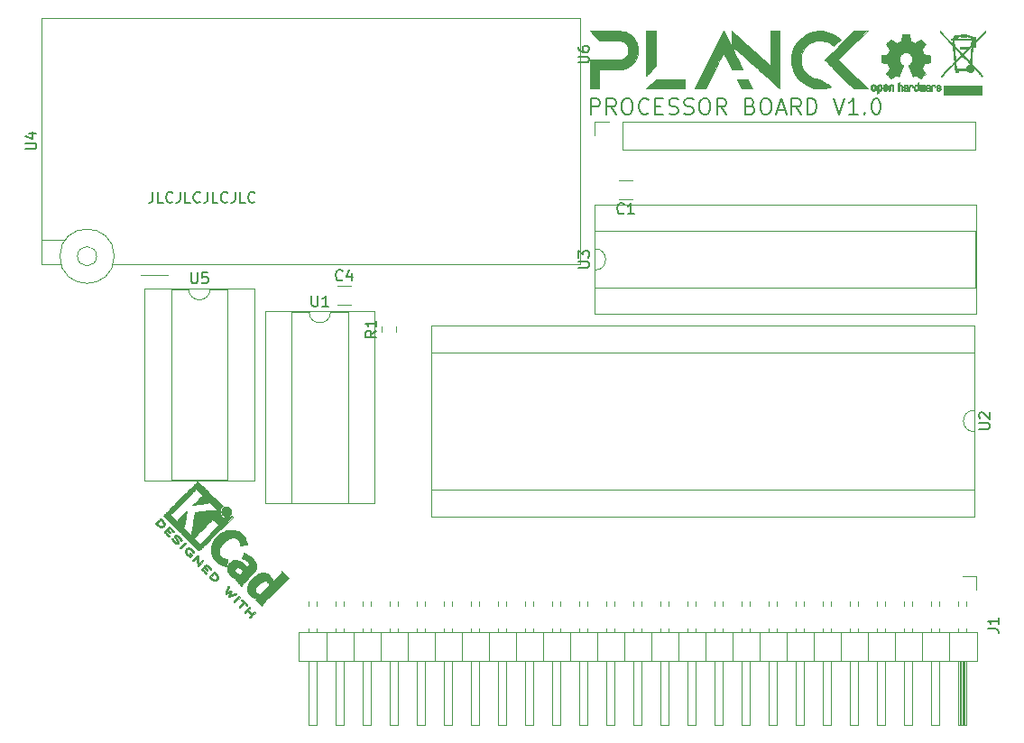
<source format=gbr>
G04 #@! TF.GenerationSoftware,KiCad,Pcbnew,(5.1.6-0-10_14)*
G04 #@! TF.CreationDate,2021-01-01T23:17:05+01:00*
G04 #@! TF.ProjectId,proc_board,70726f63-5f62-46f6-9172-642e6b696361,rev?*
G04 #@! TF.SameCoordinates,Original*
G04 #@! TF.FileFunction,Legend,Top*
G04 #@! TF.FilePolarity,Positive*
%FSLAX46Y46*%
G04 Gerber Fmt 4.6, Leading zero omitted, Abs format (unit mm)*
G04 Created by KiCad (PCBNEW (5.1.6-0-10_14)) date 2021-01-01 23:17:05*
%MOMM*%
%LPD*%
G01*
G04 APERTURE LIST*
%ADD10C,0.200000*%
%ADD11C,0.120000*%
%ADD12C,0.010000*%
%ADD13C,0.150000*%
G04 APERTURE END LIST*
D10*
X2238952Y43981619D02*
X2238952Y43267333D01*
X2191333Y43124476D01*
X2096095Y43029238D01*
X1953238Y42981619D01*
X1858000Y42981619D01*
X3191333Y42981619D02*
X2715142Y42981619D01*
X2715142Y43981619D01*
X4096095Y43076857D02*
X4048476Y43029238D01*
X3905619Y42981619D01*
X3810380Y42981619D01*
X3667523Y43029238D01*
X3572285Y43124476D01*
X3524666Y43219714D01*
X3477047Y43410190D01*
X3477047Y43553047D01*
X3524666Y43743523D01*
X3572285Y43838761D01*
X3667523Y43934000D01*
X3810380Y43981619D01*
X3905619Y43981619D01*
X4048476Y43934000D01*
X4096095Y43886380D01*
X4810380Y43981619D02*
X4810380Y43267333D01*
X4762761Y43124476D01*
X4667523Y43029238D01*
X4524666Y42981619D01*
X4429428Y42981619D01*
X5762761Y42981619D02*
X5286571Y42981619D01*
X5286571Y43981619D01*
X6667523Y43076857D02*
X6619904Y43029238D01*
X6477047Y42981619D01*
X6381809Y42981619D01*
X6238952Y43029238D01*
X6143714Y43124476D01*
X6096095Y43219714D01*
X6048476Y43410190D01*
X6048476Y43553047D01*
X6096095Y43743523D01*
X6143714Y43838761D01*
X6238952Y43934000D01*
X6381809Y43981619D01*
X6477047Y43981619D01*
X6619904Y43934000D01*
X6667523Y43886380D01*
X7381809Y43981619D02*
X7381809Y43267333D01*
X7334190Y43124476D01*
X7238952Y43029238D01*
X7096095Y42981619D01*
X7000857Y42981619D01*
X8334190Y42981619D02*
X7858000Y42981619D01*
X7858000Y43981619D01*
X9238952Y43076857D02*
X9191333Y43029238D01*
X9048476Y42981619D01*
X8953238Y42981619D01*
X8810380Y43029238D01*
X8715142Y43124476D01*
X8667523Y43219714D01*
X8619904Y43410190D01*
X8619904Y43553047D01*
X8667523Y43743523D01*
X8715142Y43838761D01*
X8810380Y43934000D01*
X8953238Y43981619D01*
X9048476Y43981619D01*
X9191333Y43934000D01*
X9238952Y43886380D01*
X9953238Y43981619D02*
X9953238Y43267333D01*
X9905619Y43124476D01*
X9810380Y43029238D01*
X9667523Y42981619D01*
X9572285Y42981619D01*
X10905619Y42981619D02*
X10429428Y42981619D01*
X10429428Y43981619D01*
X11810380Y43076857D02*
X11762761Y43029238D01*
X11619904Y42981619D01*
X11524666Y42981619D01*
X11381809Y43029238D01*
X11286571Y43124476D01*
X11238952Y43219714D01*
X11191333Y43410190D01*
X11191333Y43553047D01*
X11238952Y43743523D01*
X11286571Y43838761D01*
X11381809Y43934000D01*
X11524666Y43981619D01*
X11619904Y43981619D01*
X11762761Y43934000D01*
X11810380Y43886380D01*
X43324571Y51264428D02*
X43324571Y52764428D01*
X43895999Y52764428D01*
X44038857Y52693000D01*
X44110285Y52621571D01*
X44181714Y52478714D01*
X44181714Y52264428D01*
X44110285Y52121571D01*
X44038857Y52050142D01*
X43895999Y51978714D01*
X43324571Y51978714D01*
X45681714Y51264428D02*
X45181714Y51978714D01*
X44824571Y51264428D02*
X44824571Y52764428D01*
X45395999Y52764428D01*
X45538857Y52693000D01*
X45610285Y52621571D01*
X45681714Y52478714D01*
X45681714Y52264428D01*
X45610285Y52121571D01*
X45538857Y52050142D01*
X45395999Y51978714D01*
X44824571Y51978714D01*
X46610285Y52764428D02*
X46895999Y52764428D01*
X47038857Y52693000D01*
X47181714Y52550142D01*
X47253142Y52264428D01*
X47253142Y51764428D01*
X47181714Y51478714D01*
X47038857Y51335857D01*
X46895999Y51264428D01*
X46610285Y51264428D01*
X46467428Y51335857D01*
X46324571Y51478714D01*
X46253142Y51764428D01*
X46253142Y52264428D01*
X46324571Y52550142D01*
X46467428Y52693000D01*
X46610285Y52764428D01*
X48753142Y51407285D02*
X48681714Y51335857D01*
X48467428Y51264428D01*
X48324571Y51264428D01*
X48110285Y51335857D01*
X47967428Y51478714D01*
X47895999Y51621571D01*
X47824571Y51907285D01*
X47824571Y52121571D01*
X47895999Y52407285D01*
X47967428Y52550142D01*
X48110285Y52693000D01*
X48324571Y52764428D01*
X48467428Y52764428D01*
X48681714Y52693000D01*
X48753142Y52621571D01*
X49395999Y52050142D02*
X49895999Y52050142D01*
X50110285Y51264428D02*
X49395999Y51264428D01*
X49395999Y52764428D01*
X50110285Y52764428D01*
X50681714Y51335857D02*
X50895999Y51264428D01*
X51253142Y51264428D01*
X51396000Y51335857D01*
X51467428Y51407285D01*
X51538857Y51550142D01*
X51538857Y51693000D01*
X51467428Y51835857D01*
X51396000Y51907285D01*
X51253142Y51978714D01*
X50967428Y52050142D01*
X50824571Y52121571D01*
X50753142Y52193000D01*
X50681714Y52335857D01*
X50681714Y52478714D01*
X50753142Y52621571D01*
X50824571Y52693000D01*
X50967428Y52764428D01*
X51324571Y52764428D01*
X51538857Y52693000D01*
X52110285Y51335857D02*
X52324571Y51264428D01*
X52681714Y51264428D01*
X52824571Y51335857D01*
X52895999Y51407285D01*
X52967428Y51550142D01*
X52967428Y51693000D01*
X52895999Y51835857D01*
X52824571Y51907285D01*
X52681714Y51978714D01*
X52395999Y52050142D01*
X52253142Y52121571D01*
X52181714Y52193000D01*
X52110285Y52335857D01*
X52110285Y52478714D01*
X52181714Y52621571D01*
X52253142Y52693000D01*
X52395999Y52764428D01*
X52753142Y52764428D01*
X52967428Y52693000D01*
X53896000Y52764428D02*
X54181714Y52764428D01*
X54324571Y52693000D01*
X54467428Y52550142D01*
X54538857Y52264428D01*
X54538857Y51764428D01*
X54467428Y51478714D01*
X54324571Y51335857D01*
X54181714Y51264428D01*
X53896000Y51264428D01*
X53753142Y51335857D01*
X53610285Y51478714D01*
X53538857Y51764428D01*
X53538857Y52264428D01*
X53610285Y52550142D01*
X53753142Y52693000D01*
X53896000Y52764428D01*
X56038857Y51264428D02*
X55538857Y51978714D01*
X55181714Y51264428D02*
X55181714Y52764428D01*
X55753142Y52764428D01*
X55895999Y52693000D01*
X55967428Y52621571D01*
X56038857Y52478714D01*
X56038857Y52264428D01*
X55967428Y52121571D01*
X55895999Y52050142D01*
X55753142Y51978714D01*
X55181714Y51978714D01*
X58324571Y52050142D02*
X58538857Y51978714D01*
X58610285Y51907285D01*
X58681714Y51764428D01*
X58681714Y51550142D01*
X58610285Y51407285D01*
X58538857Y51335857D01*
X58396000Y51264428D01*
X57824571Y51264428D01*
X57824571Y52764428D01*
X58324571Y52764428D01*
X58467428Y52693000D01*
X58538857Y52621571D01*
X58610285Y52478714D01*
X58610285Y52335857D01*
X58538857Y52193000D01*
X58467428Y52121571D01*
X58324571Y52050142D01*
X57824571Y52050142D01*
X59610285Y52764428D02*
X59896000Y52764428D01*
X60038857Y52693000D01*
X60181714Y52550142D01*
X60253142Y52264428D01*
X60253142Y51764428D01*
X60181714Y51478714D01*
X60038857Y51335857D01*
X59896000Y51264428D01*
X59610285Y51264428D01*
X59467428Y51335857D01*
X59324571Y51478714D01*
X59253142Y51764428D01*
X59253142Y52264428D01*
X59324571Y52550142D01*
X59467428Y52693000D01*
X59610285Y52764428D01*
X60824571Y51693000D02*
X61538857Y51693000D01*
X60681714Y51264428D02*
X61181714Y52764428D01*
X61681714Y51264428D01*
X63038857Y51264428D02*
X62538857Y51978714D01*
X62181714Y51264428D02*
X62181714Y52764428D01*
X62753142Y52764428D01*
X62896000Y52693000D01*
X62967428Y52621571D01*
X63038857Y52478714D01*
X63038857Y52264428D01*
X62967428Y52121571D01*
X62896000Y52050142D01*
X62753142Y51978714D01*
X62181714Y51978714D01*
X63681714Y51264428D02*
X63681714Y52764428D01*
X64038857Y52764428D01*
X64253142Y52693000D01*
X64396000Y52550142D01*
X64467428Y52407285D01*
X64538857Y52121571D01*
X64538857Y51907285D01*
X64467428Y51621571D01*
X64396000Y51478714D01*
X64253142Y51335857D01*
X64038857Y51264428D01*
X63681714Y51264428D01*
X66110285Y52764428D02*
X66610285Y51264428D01*
X67110285Y52764428D01*
X68396000Y51264428D02*
X67538857Y51264428D01*
X67967428Y51264428D02*
X67967428Y52764428D01*
X67824571Y52550142D01*
X67681714Y52407285D01*
X67538857Y52335857D01*
X69038857Y51407285D02*
X69110285Y51335857D01*
X69038857Y51264428D01*
X68967428Y51335857D01*
X69038857Y51407285D01*
X69038857Y51264428D01*
X70038857Y52764428D02*
X70181714Y52764428D01*
X70324571Y52693000D01*
X70396000Y52621571D01*
X70467428Y52478714D01*
X70538857Y52193000D01*
X70538857Y51835857D01*
X70467428Y51550142D01*
X70396000Y51407285D01*
X70324571Y51335857D01*
X70181714Y51264428D01*
X70038857Y51264428D01*
X69896000Y51335857D01*
X69824571Y51407285D01*
X69753142Y51550142D01*
X69681714Y51835857D01*
X69681714Y52193000D01*
X69753142Y52478714D01*
X69824571Y52621571D01*
X69896000Y52693000D01*
X70038857Y52764428D01*
D11*
G04 #@! TO.C,U5*
X5604000Y34858000D02*
X3954000Y34858000D01*
X3954000Y34858000D02*
X3954000Y16958000D01*
X3954000Y16958000D02*
X9254000Y16958000D01*
X9254000Y16958000D02*
X9254000Y34858000D01*
X9254000Y34858000D02*
X7604000Y34858000D01*
X1464000Y34918000D02*
X1464000Y16898000D01*
X1464000Y16898000D02*
X11744000Y16898000D01*
X11744000Y16898000D02*
X11744000Y34918000D01*
X11744000Y34918000D02*
X1464000Y34918000D01*
X7604000Y34858000D02*
G75*
G02*
X5604000Y34858000I-1000000J0D01*
G01*
G04 #@! TO.C,U6*
X43729001Y49276000D02*
X43729001Y50606000D01*
X43729001Y50606000D02*
X45059001Y50606000D01*
X46329001Y50606000D02*
X79409001Y50606000D01*
X79409001Y47946000D02*
X79409001Y50606000D01*
X46329001Y47946000D02*
X79409001Y47946000D01*
X46329001Y47946000D02*
X46329001Y50606000D01*
G04 #@! TO.C,U4*
X3683000Y36198000D02*
X1143000Y36198000D01*
X-8247000Y39498000D02*
X-5987000Y39498000D01*
X-8247000Y37218000D02*
X-6387000Y37218000D01*
X-8247000Y60318000D02*
X-8247000Y37218000D01*
X42353000Y60318000D02*
X-8247000Y60318000D01*
X42353000Y37218000D02*
X42353000Y60318000D01*
X-1487000Y37218000D02*
X42353000Y37218000D01*
X-3037000Y37948000D02*
G75*
G03*
X-3037000Y37948000I-900000J0D01*
G01*
X-1387000Y37948000D02*
G75*
G03*
X-1387000Y37948000I-2550000J0D01*
G01*
G04 #@! TO.C,U3*
X43729001Y36643001D02*
X43729001Y34993001D01*
X43729001Y34993001D02*
X79409001Y34993001D01*
X79409001Y34993001D02*
X79409001Y40293001D01*
X79409001Y40293001D02*
X43729001Y40293001D01*
X43729001Y40293001D02*
X43729001Y38643001D01*
X43669001Y32503001D02*
X79469001Y32503001D01*
X79469001Y32503001D02*
X79469001Y42783001D01*
X79469001Y42783001D02*
X43669001Y42783001D01*
X43669001Y42783001D02*
X43669001Y32503001D01*
X43729001Y38643001D02*
G75*
G02*
X43729001Y36643001I0J-1000000D01*
G01*
G04 #@! TO.C,R1*
X25094000Y30853748D02*
X25094000Y31376252D01*
X23674000Y30853748D02*
X23674000Y31376252D01*
G04 #@! TO.C,C1*
X47211064Y43286000D02*
X46006936Y43286000D01*
X47211064Y45106000D02*
X46006936Y45106000D01*
D12*
G04 #@! TO.C,REF\u002A\u002A*
G36*
X70497744Y54087082D02*
G01*
X70553201Y54059432D01*
X70602148Y54008520D01*
X70615629Y53989662D01*
X70630314Y53964985D01*
X70639842Y53938184D01*
X70645293Y53902413D01*
X70647747Y53850831D01*
X70648286Y53782733D01*
X70645852Y53689412D01*
X70637394Y53619343D01*
X70621174Y53567069D01*
X70595454Y53527131D01*
X70558497Y53494071D01*
X70555782Y53492114D01*
X70519360Y53472092D01*
X70475502Y53462185D01*
X70419724Y53459743D01*
X70329048Y53459743D01*
X70329010Y53371717D01*
X70328166Y53322692D01*
X70323024Y53293935D01*
X70309587Y53276689D01*
X70283858Y53262192D01*
X70277679Y53259231D01*
X70248764Y53245352D01*
X70226376Y53236586D01*
X70209729Y53235829D01*
X70198036Y53245977D01*
X70190510Y53269927D01*
X70186366Y53310574D01*
X70184815Y53370814D01*
X70185071Y53453545D01*
X70186349Y53561661D01*
X70186748Y53594000D01*
X70188185Y53705476D01*
X70189472Y53778397D01*
X70328971Y53778397D01*
X70329755Y53716501D01*
X70333240Y53676003D01*
X70341124Y53649292D01*
X70355105Y53628756D01*
X70364597Y53618740D01*
X70403404Y53589433D01*
X70437763Y53587048D01*
X70473216Y53611250D01*
X70474114Y53612143D01*
X70488539Y53630847D01*
X70497313Y53656268D01*
X70501739Y53695416D01*
X70503118Y53755303D01*
X70503143Y53768570D01*
X70499812Y53851099D01*
X70488969Y53908309D01*
X70469340Y53943234D01*
X70439650Y53958906D01*
X70422491Y53960486D01*
X70381766Y53953074D01*
X70353832Y53928670D01*
X70337017Y53884020D01*
X70329650Y53815870D01*
X70328971Y53778397D01*
X70189472Y53778397D01*
X70189708Y53791755D01*
X70191677Y53856667D01*
X70194450Y53904042D01*
X70198388Y53937710D01*
X70203849Y53961502D01*
X70211192Y53979247D01*
X70220777Y53994776D01*
X70224887Y54000619D01*
X70279405Y54055815D01*
X70348336Y54087110D01*
X70428072Y54095835D01*
X70497744Y54087082D01*
G37*
X70497744Y54087082D02*
X70553201Y54059432D01*
X70602148Y54008520D01*
X70615629Y53989662D01*
X70630314Y53964985D01*
X70639842Y53938184D01*
X70645293Y53902413D01*
X70647747Y53850831D01*
X70648286Y53782733D01*
X70645852Y53689412D01*
X70637394Y53619343D01*
X70621174Y53567069D01*
X70595454Y53527131D01*
X70558497Y53494071D01*
X70555782Y53492114D01*
X70519360Y53472092D01*
X70475502Y53462185D01*
X70419724Y53459743D01*
X70329048Y53459743D01*
X70329010Y53371717D01*
X70328166Y53322692D01*
X70323024Y53293935D01*
X70309587Y53276689D01*
X70283858Y53262192D01*
X70277679Y53259231D01*
X70248764Y53245352D01*
X70226376Y53236586D01*
X70209729Y53235829D01*
X70198036Y53245977D01*
X70190510Y53269927D01*
X70186366Y53310574D01*
X70184815Y53370814D01*
X70185071Y53453545D01*
X70186349Y53561661D01*
X70186748Y53594000D01*
X70188185Y53705476D01*
X70189472Y53778397D01*
X70328971Y53778397D01*
X70329755Y53716501D01*
X70333240Y53676003D01*
X70341124Y53649292D01*
X70355105Y53628756D01*
X70364597Y53618740D01*
X70403404Y53589433D01*
X70437763Y53587048D01*
X70473216Y53611250D01*
X70474114Y53612143D01*
X70488539Y53630847D01*
X70497313Y53656268D01*
X70501739Y53695416D01*
X70503118Y53755303D01*
X70503143Y53768570D01*
X70499812Y53851099D01*
X70488969Y53908309D01*
X70469340Y53943234D01*
X70439650Y53958906D01*
X70422491Y53960486D01*
X70381766Y53953074D01*
X70353832Y53928670D01*
X70337017Y53884020D01*
X70329650Y53815870D01*
X70328971Y53778397D01*
X70189472Y53778397D01*
X70189708Y53791755D01*
X70191677Y53856667D01*
X70194450Y53904042D01*
X70198388Y53937710D01*
X70203849Y53961502D01*
X70211192Y53979247D01*
X70220777Y53994776D01*
X70224887Y54000619D01*
X70279405Y54055815D01*
X70348336Y54087110D01*
X70428072Y54095835D01*
X70497744Y54087082D01*
G36*
X71614093Y54079220D02*
G01*
X71660672Y54052277D01*
X71693057Y54025534D01*
X71716742Y53997516D01*
X71733059Y53963252D01*
X71743339Y53917773D01*
X71748914Y53856108D01*
X71751116Y53773289D01*
X71751371Y53713754D01*
X71751371Y53494609D01*
X71689686Y53466956D01*
X71628000Y53439303D01*
X71620743Y53679330D01*
X71617744Y53768972D01*
X71614598Y53834038D01*
X71610701Y53878974D01*
X71605447Y53908230D01*
X71598231Y53926252D01*
X71588450Y53937489D01*
X71585312Y53939921D01*
X71537761Y53958917D01*
X71489697Y53951400D01*
X71461086Y53931457D01*
X71449447Y53917325D01*
X71441391Y53898780D01*
X71436271Y53870666D01*
X71433441Y53827827D01*
X71432256Y53765105D01*
X71432057Y53699739D01*
X71432018Y53617732D01*
X71430614Y53559684D01*
X71425914Y53520535D01*
X71415987Y53495220D01*
X71398903Y53478677D01*
X71372732Y53465844D01*
X71337775Y53452509D01*
X71299596Y53437993D01*
X71304141Y53695611D01*
X71305971Y53788481D01*
X71308112Y53857111D01*
X71311181Y53906289D01*
X71315794Y53940802D01*
X71322568Y53965438D01*
X71332119Y53984984D01*
X71343634Y54002230D01*
X71399190Y54057320D01*
X71466980Y54089178D01*
X71540713Y54096809D01*
X71614093Y54079220D01*
G37*
X71614093Y54079220D02*
X71660672Y54052277D01*
X71693057Y54025534D01*
X71716742Y53997516D01*
X71733059Y53963252D01*
X71743339Y53917773D01*
X71748914Y53856108D01*
X71751116Y53773289D01*
X71751371Y53713754D01*
X71751371Y53494609D01*
X71689686Y53466956D01*
X71628000Y53439303D01*
X71620743Y53679330D01*
X71617744Y53768972D01*
X71614598Y53834038D01*
X71610701Y53878974D01*
X71605447Y53908230D01*
X71598231Y53926252D01*
X71588450Y53937489D01*
X71585312Y53939921D01*
X71537761Y53958917D01*
X71489697Y53951400D01*
X71461086Y53931457D01*
X71449447Y53917325D01*
X71441391Y53898780D01*
X71436271Y53870666D01*
X71433441Y53827827D01*
X71432256Y53765105D01*
X71432057Y53699739D01*
X71432018Y53617732D01*
X71430614Y53559684D01*
X71425914Y53520535D01*
X71415987Y53495220D01*
X71398903Y53478677D01*
X71372732Y53465844D01*
X71337775Y53452509D01*
X71299596Y53437993D01*
X71304141Y53695611D01*
X71305971Y53788481D01*
X71308112Y53857111D01*
X71311181Y53906289D01*
X71315794Y53940802D01*
X71322568Y53965438D01*
X71332119Y53984984D01*
X71343634Y54002230D01*
X71399190Y54057320D01*
X71466980Y54089178D01*
X71540713Y54096809D01*
X71614093Y54079220D01*
G36*
X69939115Y54085038D02*
G01*
X70007145Y54049267D01*
X70057351Y53991699D01*
X70075185Y53954688D01*
X70089063Y53899118D01*
X70096167Y53828904D01*
X70096840Y53752273D01*
X70091427Y53677448D01*
X70080270Y53612658D01*
X70063714Y53566127D01*
X70058626Y53558113D01*
X69998355Y53498293D01*
X69926769Y53462465D01*
X69849092Y53451980D01*
X69770548Y53468190D01*
X69748689Y53477908D01*
X69706122Y53507857D01*
X69668763Y53547567D01*
X69665232Y53552603D01*
X69650881Y53576876D01*
X69641394Y53602822D01*
X69635790Y53636978D01*
X69633086Y53685881D01*
X69632299Y53756065D01*
X69632286Y53771800D01*
X69632322Y53776808D01*
X69777429Y53776808D01*
X69778273Y53710570D01*
X69781596Y53666614D01*
X69788583Y53638221D01*
X69800416Y53618675D01*
X69806457Y53612143D01*
X69841186Y53587320D01*
X69874903Y53588452D01*
X69908995Y53609984D01*
X69929329Y53632971D01*
X69941371Y53666522D01*
X69948134Y53719431D01*
X69948598Y53725601D01*
X69949752Y53821487D01*
X69937688Y53892701D01*
X69912570Y53938806D01*
X69874560Y53959365D01*
X69860992Y53960486D01*
X69825364Y53954848D01*
X69800994Y53935314D01*
X69786093Y53897958D01*
X69778875Y53838850D01*
X69777429Y53776808D01*
X69632322Y53776808D01*
X69632826Y53846587D01*
X69635096Y53898841D01*
X69640068Y53935051D01*
X69648713Y53961701D01*
X69662005Y53985278D01*
X69664943Y53989662D01*
X69714313Y54048751D01*
X69768109Y54083053D01*
X69833602Y54096669D01*
X69855842Y54097335D01*
X69939115Y54085038D01*
G37*
X69939115Y54085038D02*
X70007145Y54049267D01*
X70057351Y53991699D01*
X70075185Y53954688D01*
X70089063Y53899118D01*
X70096167Y53828904D01*
X70096840Y53752273D01*
X70091427Y53677448D01*
X70080270Y53612658D01*
X70063714Y53566127D01*
X70058626Y53558113D01*
X69998355Y53498293D01*
X69926769Y53462465D01*
X69849092Y53451980D01*
X69770548Y53468190D01*
X69748689Y53477908D01*
X69706122Y53507857D01*
X69668763Y53547567D01*
X69665232Y53552603D01*
X69650881Y53576876D01*
X69641394Y53602822D01*
X69635790Y53636978D01*
X69633086Y53685881D01*
X69632299Y53756065D01*
X69632286Y53771800D01*
X69632322Y53776808D01*
X69777429Y53776808D01*
X69778273Y53710570D01*
X69781596Y53666614D01*
X69788583Y53638221D01*
X69800416Y53618675D01*
X69806457Y53612143D01*
X69841186Y53587320D01*
X69874903Y53588452D01*
X69908995Y53609984D01*
X69929329Y53632971D01*
X69941371Y53666522D01*
X69948134Y53719431D01*
X69948598Y53725601D01*
X69949752Y53821487D01*
X69937688Y53892701D01*
X69912570Y53938806D01*
X69874560Y53959365D01*
X69860992Y53960486D01*
X69825364Y53954848D01*
X69800994Y53935314D01*
X69786093Y53897958D01*
X69778875Y53838850D01*
X69777429Y53776808D01*
X69632322Y53776808D01*
X69632826Y53846587D01*
X69635096Y53898841D01*
X69640068Y53935051D01*
X69648713Y53961701D01*
X69662005Y53985278D01*
X69664943Y53989662D01*
X69714313Y54048751D01*
X69768109Y54083053D01*
X69833602Y54096669D01*
X69855842Y54097335D01*
X69939115Y54085038D01*
G36*
X71066303Y54075761D02*
G01*
X71123527Y54037265D01*
X71167749Y53981665D01*
X71194167Y53910914D01*
X71199510Y53858838D01*
X71198903Y53837107D01*
X71193822Y53820469D01*
X71179855Y53805563D01*
X71152589Y53789027D01*
X71107612Y53767502D01*
X71040511Y53737626D01*
X71040171Y53737476D01*
X70978407Y53709187D01*
X70927759Y53684067D01*
X70893404Y53664821D01*
X70880518Y53654152D01*
X70880514Y53654066D01*
X70891872Y53630834D01*
X70918431Y53605226D01*
X70948923Y53586779D01*
X70964370Y53583114D01*
X71006515Y53595788D01*
X71042808Y53627529D01*
X71060517Y53662428D01*
X71077552Y53688155D01*
X71110922Y53717454D01*
X71150149Y53742765D01*
X71184756Y53756529D01*
X71191993Y53757286D01*
X71200139Y53744840D01*
X71200630Y53713028D01*
X71194643Y53670134D01*
X71183357Y53624442D01*
X71167950Y53584239D01*
X71167171Y53582678D01*
X71120804Y53517938D01*
X71060711Y53473903D01*
X70992465Y53452289D01*
X70921638Y53454815D01*
X70853804Y53483196D01*
X70850788Y53485192D01*
X70797427Y53533552D01*
X70762340Y53596648D01*
X70742922Y53679613D01*
X70740316Y53702922D01*
X70735701Y53812945D01*
X70741233Y53864252D01*
X70880514Y53864252D01*
X70882324Y53832247D01*
X70892222Y53822907D01*
X70916898Y53829895D01*
X70955795Y53846413D01*
X70999275Y53867119D01*
X71000356Y53867667D01*
X71037209Y53887051D01*
X71052000Y53899987D01*
X71048353Y53913549D01*
X71032995Y53931368D01*
X70993923Y53957155D01*
X70951846Y53959050D01*
X70914103Y53940283D01*
X70888034Y53904085D01*
X70880514Y53864252D01*
X70741233Y53864252D01*
X70745194Y53900973D01*
X70769550Y53970788D01*
X70803456Y54019698D01*
X70864653Y54069122D01*
X70932063Y54093641D01*
X71000880Y54095203D01*
X71066303Y54075761D01*
G37*
X71066303Y54075761D02*
X71123527Y54037265D01*
X71167749Y53981665D01*
X71194167Y53910914D01*
X71199510Y53858838D01*
X71198903Y53837107D01*
X71193822Y53820469D01*
X71179855Y53805563D01*
X71152589Y53789027D01*
X71107612Y53767502D01*
X71040511Y53737626D01*
X71040171Y53737476D01*
X70978407Y53709187D01*
X70927759Y53684067D01*
X70893404Y53664821D01*
X70880518Y53654152D01*
X70880514Y53654066D01*
X70891872Y53630834D01*
X70918431Y53605226D01*
X70948923Y53586779D01*
X70964370Y53583114D01*
X71006515Y53595788D01*
X71042808Y53627529D01*
X71060517Y53662428D01*
X71077552Y53688155D01*
X71110922Y53717454D01*
X71150149Y53742765D01*
X71184756Y53756529D01*
X71191993Y53757286D01*
X71200139Y53744840D01*
X71200630Y53713028D01*
X71194643Y53670134D01*
X71183357Y53624442D01*
X71167950Y53584239D01*
X71167171Y53582678D01*
X71120804Y53517938D01*
X71060711Y53473903D01*
X70992465Y53452289D01*
X70921638Y53454815D01*
X70853804Y53483196D01*
X70850788Y53485192D01*
X70797427Y53533552D01*
X70762340Y53596648D01*
X70742922Y53679613D01*
X70740316Y53702922D01*
X70735701Y53812945D01*
X70741233Y53864252D01*
X70880514Y53864252D01*
X70882324Y53832247D01*
X70892222Y53822907D01*
X70916898Y53829895D01*
X70955795Y53846413D01*
X70999275Y53867119D01*
X71000356Y53867667D01*
X71037209Y53887051D01*
X71052000Y53899987D01*
X71048353Y53913549D01*
X71032995Y53931368D01*
X70993923Y53957155D01*
X70951846Y53959050D01*
X70914103Y53940283D01*
X70888034Y53904085D01*
X70880514Y53864252D01*
X70741233Y53864252D01*
X70745194Y53900973D01*
X70769550Y53970788D01*
X70803456Y54019698D01*
X70864653Y54069122D01*
X70932063Y54093641D01*
X71000880Y54095203D01*
X71066303Y54075761D01*
G36*
X72273886Y54155711D02*
G01*
X72278139Y54096387D01*
X72283025Y54061428D01*
X72289795Y54046180D01*
X72299702Y54045985D01*
X72302914Y54047805D01*
X72345644Y54060985D01*
X72401227Y54060215D01*
X72457737Y54046667D01*
X72493082Y54029139D01*
X72529321Y54001139D01*
X72555813Y53969451D01*
X72573999Y53929187D01*
X72585322Y53875457D01*
X72591222Y53803374D01*
X72593143Y53708049D01*
X72593177Y53689763D01*
X72593200Y53484354D01*
X72547491Y53468420D01*
X72515027Y53457580D01*
X72497215Y53452532D01*
X72496691Y53452486D01*
X72494937Y53466172D01*
X72493444Y53503924D01*
X72492326Y53560776D01*
X72491697Y53631766D01*
X72491600Y53674927D01*
X72491398Y53760027D01*
X72490358Y53821019D01*
X72487831Y53862823D01*
X72483164Y53890358D01*
X72475707Y53908544D01*
X72464811Y53922302D01*
X72458007Y53928927D01*
X72411272Y53955625D01*
X72360272Y53957625D01*
X72314001Y53935045D01*
X72305444Y53926893D01*
X72292893Y53911564D01*
X72284188Y53893382D01*
X72278631Y53867091D01*
X72275526Y53827438D01*
X72274176Y53769168D01*
X72273886Y53688827D01*
X72273886Y53484354D01*
X72228177Y53468420D01*
X72195713Y53457580D01*
X72177901Y53452532D01*
X72177377Y53452486D01*
X72176037Y53466377D01*
X72174828Y53505561D01*
X72173801Y53566300D01*
X72173002Y53644859D01*
X72172481Y53737502D01*
X72172286Y53840491D01*
X72172286Y54237658D01*
X72219457Y54257556D01*
X72266629Y54277453D01*
X72273886Y54155711D01*
G37*
X72273886Y54155711D02*
X72278139Y54096387D01*
X72283025Y54061428D01*
X72289795Y54046180D01*
X72299702Y54045985D01*
X72302914Y54047805D01*
X72345644Y54060985D01*
X72401227Y54060215D01*
X72457737Y54046667D01*
X72493082Y54029139D01*
X72529321Y54001139D01*
X72555813Y53969451D01*
X72573999Y53929187D01*
X72585322Y53875457D01*
X72591222Y53803374D01*
X72593143Y53708049D01*
X72593177Y53689763D01*
X72593200Y53484354D01*
X72547491Y53468420D01*
X72515027Y53457580D01*
X72497215Y53452532D01*
X72496691Y53452486D01*
X72494937Y53466172D01*
X72493444Y53503924D01*
X72492326Y53560776D01*
X72491697Y53631766D01*
X72491600Y53674927D01*
X72491398Y53760027D01*
X72490358Y53821019D01*
X72487831Y53862823D01*
X72483164Y53890358D01*
X72475707Y53908544D01*
X72464811Y53922302D01*
X72458007Y53928927D01*
X72411272Y53955625D01*
X72360272Y53957625D01*
X72314001Y53935045D01*
X72305444Y53926893D01*
X72292893Y53911564D01*
X72284188Y53893382D01*
X72278631Y53867091D01*
X72275526Y53827438D01*
X72274176Y53769168D01*
X72273886Y53688827D01*
X72273886Y53484354D01*
X72228177Y53468420D01*
X72195713Y53457580D01*
X72177901Y53452532D01*
X72177377Y53452486D01*
X72176037Y53466377D01*
X72174828Y53505561D01*
X72173801Y53566300D01*
X72173002Y53644859D01*
X72172481Y53737502D01*
X72172286Y53840491D01*
X72172286Y54237658D01*
X72219457Y54257556D01*
X72266629Y54277453D01*
X72273886Y54155711D01*
G36*
X72937744Y54056032D02*
G01*
X72994616Y54034913D01*
X72995267Y54034507D01*
X73030440Y54008620D01*
X73056407Y53978367D01*
X73074670Y53938942D01*
X73086732Y53885538D01*
X73094096Y53813349D01*
X73098264Y53717568D01*
X73098629Y53703922D01*
X73103876Y53498158D01*
X73059716Y53475322D01*
X73027763Y53459890D01*
X73008470Y53452577D01*
X73007578Y53452486D01*
X73004239Y53465978D01*
X73001587Y53502374D01*
X72999956Y53555548D01*
X72999600Y53598607D01*
X72999592Y53668359D01*
X72996403Y53712163D01*
X72985288Y53733056D01*
X72961501Y53734075D01*
X72920296Y53718259D01*
X72858086Y53689185D01*
X72812341Y53665037D01*
X72788813Y53644087D01*
X72781896Y53621253D01*
X72781886Y53620123D01*
X72793299Y53580788D01*
X72827092Y53559538D01*
X72878809Y53556461D01*
X72916061Y53556994D01*
X72935703Y53546265D01*
X72947952Y53520495D01*
X72955002Y53487663D01*
X72944842Y53469034D01*
X72941017Y53466368D01*
X72905001Y53455660D01*
X72854566Y53454144D01*
X72802626Y53461241D01*
X72765822Y53474212D01*
X72714938Y53517415D01*
X72686014Y53577554D01*
X72680286Y53624538D01*
X72684657Y53666918D01*
X72700475Y53701512D01*
X72731797Y53732237D01*
X72782678Y53763010D01*
X72857176Y53797748D01*
X72861714Y53799712D01*
X72928821Y53830713D01*
X72970232Y53856138D01*
X72987981Y53878986D01*
X72984107Y53902255D01*
X72960643Y53928944D01*
X72953627Y53935086D01*
X72906630Y53958900D01*
X72857933Y53957897D01*
X72815522Y53934549D01*
X72787384Y53891325D01*
X72784769Y53882840D01*
X72759308Y53841692D01*
X72727001Y53821872D01*
X72680286Y53802230D01*
X72680286Y53853050D01*
X72694496Y53926918D01*
X72736675Y53994673D01*
X72758624Y54017339D01*
X72808517Y54046431D01*
X72871967Y54059600D01*
X72937744Y54056032D01*
G37*
X72937744Y54056032D02*
X72994616Y54034913D01*
X72995267Y54034507D01*
X73030440Y54008620D01*
X73056407Y53978367D01*
X73074670Y53938942D01*
X73086732Y53885538D01*
X73094096Y53813349D01*
X73098264Y53717568D01*
X73098629Y53703922D01*
X73103876Y53498158D01*
X73059716Y53475322D01*
X73027763Y53459890D01*
X73008470Y53452577D01*
X73007578Y53452486D01*
X73004239Y53465978D01*
X73001587Y53502374D01*
X72999956Y53555548D01*
X72999600Y53598607D01*
X72999592Y53668359D01*
X72996403Y53712163D01*
X72985288Y53733056D01*
X72961501Y53734075D01*
X72920296Y53718259D01*
X72858086Y53689185D01*
X72812341Y53665037D01*
X72788813Y53644087D01*
X72781896Y53621253D01*
X72781886Y53620123D01*
X72793299Y53580788D01*
X72827092Y53559538D01*
X72878809Y53556461D01*
X72916061Y53556994D01*
X72935703Y53546265D01*
X72947952Y53520495D01*
X72955002Y53487663D01*
X72944842Y53469034D01*
X72941017Y53466368D01*
X72905001Y53455660D01*
X72854566Y53454144D01*
X72802626Y53461241D01*
X72765822Y53474212D01*
X72714938Y53517415D01*
X72686014Y53577554D01*
X72680286Y53624538D01*
X72684657Y53666918D01*
X72700475Y53701512D01*
X72731797Y53732237D01*
X72782678Y53763010D01*
X72857176Y53797748D01*
X72861714Y53799712D01*
X72928821Y53830713D01*
X72970232Y53856138D01*
X72987981Y53878986D01*
X72984107Y53902255D01*
X72960643Y53928944D01*
X72953627Y53935086D01*
X72906630Y53958900D01*
X72857933Y53957897D01*
X72815522Y53934549D01*
X72787384Y53891325D01*
X72784769Y53882840D01*
X72759308Y53841692D01*
X72727001Y53821872D01*
X72680286Y53802230D01*
X72680286Y53853050D01*
X72694496Y53926918D01*
X72736675Y53994673D01*
X72758624Y54017339D01*
X72808517Y54046431D01*
X72871967Y54059600D01*
X72937744Y54056032D01*
G36*
X73427926Y54057245D02*
G01*
X73493858Y54032916D01*
X73547273Y53989883D01*
X73568164Y53959591D01*
X73590939Y53904006D01*
X73590466Y53863814D01*
X73566562Y53836783D01*
X73557717Y53832187D01*
X73519530Y53817856D01*
X73500028Y53821528D01*
X73493422Y53845593D01*
X73493086Y53858886D01*
X73480992Y53907790D01*
X73449471Y53942001D01*
X73405659Y53958524D01*
X73356695Y53954366D01*
X73316894Y53932773D01*
X73303450Y53920456D01*
X73293921Y53905513D01*
X73287485Y53882925D01*
X73283317Y53847672D01*
X73280597Y53794734D01*
X73278502Y53719093D01*
X73277960Y53695143D01*
X73275981Y53613210D01*
X73273731Y53555545D01*
X73270357Y53517392D01*
X73265006Y53493996D01*
X73256824Y53480602D01*
X73244959Y53472455D01*
X73237362Y53468856D01*
X73205102Y53456548D01*
X73186111Y53452486D01*
X73179836Y53466052D01*
X73176006Y53507066D01*
X73174600Y53576001D01*
X73175598Y53673331D01*
X73175908Y53688343D01*
X73178101Y53777141D01*
X73180693Y53841981D01*
X73184382Y53887933D01*
X73189864Y53920065D01*
X73197835Y53943447D01*
X73208993Y53963148D01*
X73214830Y53971590D01*
X73248296Y54008943D01*
X73285727Y54037997D01*
X73290309Y54040533D01*
X73357426Y54060557D01*
X73427926Y54057245D01*
G37*
X73427926Y54057245D02*
X73493858Y54032916D01*
X73547273Y53989883D01*
X73568164Y53959591D01*
X73590939Y53904006D01*
X73590466Y53863814D01*
X73566562Y53836783D01*
X73557717Y53832187D01*
X73519530Y53817856D01*
X73500028Y53821528D01*
X73493422Y53845593D01*
X73493086Y53858886D01*
X73480992Y53907790D01*
X73449471Y53942001D01*
X73405659Y53958524D01*
X73356695Y53954366D01*
X73316894Y53932773D01*
X73303450Y53920456D01*
X73293921Y53905513D01*
X73287485Y53882925D01*
X73283317Y53847672D01*
X73280597Y53794734D01*
X73278502Y53719093D01*
X73277960Y53695143D01*
X73275981Y53613210D01*
X73273731Y53555545D01*
X73270357Y53517392D01*
X73265006Y53493996D01*
X73256824Y53480602D01*
X73244959Y53472455D01*
X73237362Y53468856D01*
X73205102Y53456548D01*
X73186111Y53452486D01*
X73179836Y53466052D01*
X73176006Y53507066D01*
X73174600Y53576001D01*
X73175598Y53673331D01*
X73175908Y53688343D01*
X73178101Y53777141D01*
X73180693Y53841981D01*
X73184382Y53887933D01*
X73189864Y53920065D01*
X73197835Y53943447D01*
X73208993Y53963148D01*
X73214830Y53971590D01*
X73248296Y54008943D01*
X73285727Y54037997D01*
X73290309Y54040533D01*
X73357426Y54060557D01*
X73427926Y54057245D01*
G36*
X74088117Y53941642D02*
G01*
X74087933Y53833163D01*
X74087219Y53749713D01*
X74085675Y53687296D01*
X74083001Y53641915D01*
X74078894Y53609571D01*
X74073055Y53586267D01*
X74065182Y53568005D01*
X74059221Y53557582D01*
X74009855Y53501055D01*
X73947264Y53465623D01*
X73878013Y53452910D01*
X73808668Y53464537D01*
X73767375Y53485432D01*
X73724025Y53521578D01*
X73694481Y53565724D01*
X73676655Y53623538D01*
X73668463Y53700687D01*
X73667302Y53757286D01*
X73667458Y53761353D01*
X73768857Y53761353D01*
X73769476Y53696450D01*
X73772314Y53653486D01*
X73778840Y53625378D01*
X73790523Y53605047D01*
X73804483Y53589712D01*
X73851365Y53560110D01*
X73901701Y53557581D01*
X73949276Y53582295D01*
X73952979Y53585644D01*
X73968783Y53603065D01*
X73978693Y53623791D01*
X73984058Y53654638D01*
X73986228Y53702423D01*
X73986571Y53755252D01*
X73985827Y53821619D01*
X73982748Y53865894D01*
X73976061Y53894991D01*
X73964496Y53915827D01*
X73955013Y53926893D01*
X73910960Y53954802D01*
X73860224Y53958157D01*
X73811796Y53936841D01*
X73802450Y53928927D01*
X73786540Y53911353D01*
X73776610Y53890413D01*
X73771278Y53859218D01*
X73769163Y53810878D01*
X73768857Y53761353D01*
X73667458Y53761353D01*
X73670810Y53848432D01*
X73682726Y53916914D01*
X73705135Y53968400D01*
X73740124Y54008557D01*
X73767375Y54029139D01*
X73816907Y54051375D01*
X73874316Y54061696D01*
X73927682Y54058933D01*
X73957543Y54047788D01*
X73969261Y54044617D01*
X73977037Y54056443D01*
X73982465Y54088134D01*
X73986571Y54136407D01*
X73991067Y54190171D01*
X73997313Y54222518D01*
X74008676Y54241015D01*
X74028528Y54253230D01*
X74041000Y54258638D01*
X74088171Y54278399D01*
X74088117Y53941642D01*
G37*
X74088117Y53941642D02*
X74087933Y53833163D01*
X74087219Y53749713D01*
X74085675Y53687296D01*
X74083001Y53641915D01*
X74078894Y53609571D01*
X74073055Y53586267D01*
X74065182Y53568005D01*
X74059221Y53557582D01*
X74009855Y53501055D01*
X73947264Y53465623D01*
X73878013Y53452910D01*
X73808668Y53464537D01*
X73767375Y53485432D01*
X73724025Y53521578D01*
X73694481Y53565724D01*
X73676655Y53623538D01*
X73668463Y53700687D01*
X73667302Y53757286D01*
X73667458Y53761353D01*
X73768857Y53761353D01*
X73769476Y53696450D01*
X73772314Y53653486D01*
X73778840Y53625378D01*
X73790523Y53605047D01*
X73804483Y53589712D01*
X73851365Y53560110D01*
X73901701Y53557581D01*
X73949276Y53582295D01*
X73952979Y53585644D01*
X73968783Y53603065D01*
X73978693Y53623791D01*
X73984058Y53654638D01*
X73986228Y53702423D01*
X73986571Y53755252D01*
X73985827Y53821619D01*
X73982748Y53865894D01*
X73976061Y53894991D01*
X73964496Y53915827D01*
X73955013Y53926893D01*
X73910960Y53954802D01*
X73860224Y53958157D01*
X73811796Y53936841D01*
X73802450Y53928927D01*
X73786540Y53911353D01*
X73776610Y53890413D01*
X73771278Y53859218D01*
X73769163Y53810878D01*
X73768857Y53761353D01*
X73667458Y53761353D01*
X73670810Y53848432D01*
X73682726Y53916914D01*
X73705135Y53968400D01*
X73740124Y54008557D01*
X73767375Y54029139D01*
X73816907Y54051375D01*
X73874316Y54061696D01*
X73927682Y54058933D01*
X73957543Y54047788D01*
X73969261Y54044617D01*
X73977037Y54056443D01*
X73982465Y54088134D01*
X73986571Y54136407D01*
X73991067Y54190171D01*
X73997313Y54222518D01*
X74008676Y54241015D01*
X74028528Y54253230D01*
X74041000Y54258638D01*
X74088171Y54278399D01*
X74088117Y53941642D01*
G36*
X74677833Y54048337D02*
G01*
X74680048Y54010150D01*
X74681784Y53952114D01*
X74682899Y53878820D01*
X74683257Y53801945D01*
X74683257Y53541804D01*
X74637326Y53495873D01*
X74605675Y53467571D01*
X74577890Y53456107D01*
X74539915Y53456832D01*
X74524840Y53458679D01*
X74477726Y53464052D01*
X74438756Y53467131D01*
X74429257Y53467415D01*
X74397233Y53465555D01*
X74351432Y53460886D01*
X74333674Y53458679D01*
X74290057Y53455265D01*
X74260745Y53462680D01*
X74231680Y53485573D01*
X74221188Y53495873D01*
X74175257Y53541804D01*
X74175257Y54028398D01*
X74212226Y54045242D01*
X74244059Y54057718D01*
X74262683Y54062086D01*
X74267458Y54048282D01*
X74271921Y54009714D01*
X74275775Y53950644D01*
X74278722Y53875337D01*
X74280143Y53811714D01*
X74284114Y53561343D01*
X74318759Y53556444D01*
X74350268Y53559869D01*
X74365708Y53570959D01*
X74370023Y53591692D01*
X74373708Y53635855D01*
X74376469Y53697854D01*
X74378012Y53772091D01*
X74378235Y53810294D01*
X74378457Y54030217D01*
X74424166Y54046151D01*
X74456518Y54056985D01*
X74474115Y54062038D01*
X74474623Y54062086D01*
X74476388Y54048352D01*
X74478329Y54010270D01*
X74480282Y53952518D01*
X74482084Y53879773D01*
X74483343Y53811714D01*
X74487314Y53561343D01*
X74574400Y53561343D01*
X74578396Y53789760D01*
X74582392Y54018178D01*
X74624847Y54040132D01*
X74656192Y54055207D01*
X74674744Y54062049D01*
X74675279Y54062086D01*
X74677833Y54048337D01*
G37*
X74677833Y54048337D02*
X74680048Y54010150D01*
X74681784Y53952114D01*
X74682899Y53878820D01*
X74683257Y53801945D01*
X74683257Y53541804D01*
X74637326Y53495873D01*
X74605675Y53467571D01*
X74577890Y53456107D01*
X74539915Y53456832D01*
X74524840Y53458679D01*
X74477726Y53464052D01*
X74438756Y53467131D01*
X74429257Y53467415D01*
X74397233Y53465555D01*
X74351432Y53460886D01*
X74333674Y53458679D01*
X74290057Y53455265D01*
X74260745Y53462680D01*
X74231680Y53485573D01*
X74221188Y53495873D01*
X74175257Y53541804D01*
X74175257Y54028398D01*
X74212226Y54045242D01*
X74244059Y54057718D01*
X74262683Y54062086D01*
X74267458Y54048282D01*
X74271921Y54009714D01*
X74275775Y53950644D01*
X74278722Y53875337D01*
X74280143Y53811714D01*
X74284114Y53561343D01*
X74318759Y53556444D01*
X74350268Y53559869D01*
X74365708Y53570959D01*
X74370023Y53591692D01*
X74373708Y53635855D01*
X74376469Y53697854D01*
X74378012Y53772091D01*
X74378235Y53810294D01*
X74378457Y54030217D01*
X74424166Y54046151D01*
X74456518Y54056985D01*
X74474115Y54062038D01*
X74474623Y54062086D01*
X74476388Y54048352D01*
X74478329Y54010270D01*
X74480282Y53952518D01*
X74482084Y53879773D01*
X74483343Y53811714D01*
X74487314Y53561343D01*
X74574400Y53561343D01*
X74578396Y53789760D01*
X74582392Y54018178D01*
X74624847Y54040132D01*
X74656192Y54055207D01*
X74674744Y54062049D01*
X74675279Y54062086D01*
X74677833Y54048337D01*
G36*
X75042876Y54050665D02*
G01*
X75084667Y54031656D01*
X75117469Y54008622D01*
X75141503Y53982867D01*
X75158097Y53949642D01*
X75168577Y53904200D01*
X75174271Y53841793D01*
X75176507Y53757673D01*
X75176743Y53702279D01*
X75176743Y53486174D01*
X75139774Y53469330D01*
X75110656Y53457019D01*
X75096231Y53452486D01*
X75093472Y53465975D01*
X75091282Y53502347D01*
X75089942Y53555458D01*
X75089657Y53597628D01*
X75088434Y53658553D01*
X75085136Y53706885D01*
X75080321Y53736482D01*
X75076496Y53742771D01*
X75050783Y53736348D01*
X75010418Y53719875D01*
X74963679Y53697542D01*
X74918845Y53673543D01*
X74884193Y53652070D01*
X74868002Y53637315D01*
X74867938Y53637155D01*
X74869330Y53609848D01*
X74881818Y53583781D01*
X74903743Y53562608D01*
X74935743Y53555526D01*
X74963092Y53556351D01*
X75001826Y53556958D01*
X75022158Y53547884D01*
X75034369Y53523908D01*
X75035909Y53519387D01*
X75041203Y53485194D01*
X75027047Y53464432D01*
X74990148Y53454538D01*
X74950289Y53452708D01*
X74878562Y53466273D01*
X74841432Y53485645D01*
X74795576Y53531155D01*
X74771256Y53587017D01*
X74769073Y53646043D01*
X74789629Y53701047D01*
X74820549Y53735514D01*
X74851420Y53754811D01*
X74899942Y53779241D01*
X74956485Y53804015D01*
X74965910Y53807801D01*
X75028019Y53835209D01*
X75063822Y53859366D01*
X75075337Y53883381D01*
X75064580Y53910365D01*
X75046114Y53931457D01*
X75002469Y53957428D01*
X74954446Y53959376D01*
X74910406Y53939363D01*
X74878709Y53899449D01*
X74874549Y53889152D01*
X74850327Y53851276D01*
X74814965Y53823158D01*
X74770343Y53800083D01*
X74770343Y53865515D01*
X74772969Y53905494D01*
X74784230Y53937003D01*
X74809199Y53970622D01*
X74833169Y53996516D01*
X74870441Y54033183D01*
X74899401Y54052879D01*
X74930505Y54060780D01*
X74965713Y54062086D01*
X75042876Y54050665D01*
G37*
X75042876Y54050665D02*
X75084667Y54031656D01*
X75117469Y54008622D01*
X75141503Y53982867D01*
X75158097Y53949642D01*
X75168577Y53904200D01*
X75174271Y53841793D01*
X75176507Y53757673D01*
X75176743Y53702279D01*
X75176743Y53486174D01*
X75139774Y53469330D01*
X75110656Y53457019D01*
X75096231Y53452486D01*
X75093472Y53465975D01*
X75091282Y53502347D01*
X75089942Y53555458D01*
X75089657Y53597628D01*
X75088434Y53658553D01*
X75085136Y53706885D01*
X75080321Y53736482D01*
X75076496Y53742771D01*
X75050783Y53736348D01*
X75010418Y53719875D01*
X74963679Y53697542D01*
X74918845Y53673543D01*
X74884193Y53652070D01*
X74868002Y53637315D01*
X74867938Y53637155D01*
X74869330Y53609848D01*
X74881818Y53583781D01*
X74903743Y53562608D01*
X74935743Y53555526D01*
X74963092Y53556351D01*
X75001826Y53556958D01*
X75022158Y53547884D01*
X75034369Y53523908D01*
X75035909Y53519387D01*
X75041203Y53485194D01*
X75027047Y53464432D01*
X74990148Y53454538D01*
X74950289Y53452708D01*
X74878562Y53466273D01*
X74841432Y53485645D01*
X74795576Y53531155D01*
X74771256Y53587017D01*
X74769073Y53646043D01*
X74789629Y53701047D01*
X74820549Y53735514D01*
X74851420Y53754811D01*
X74899942Y53779241D01*
X74956485Y53804015D01*
X74965910Y53807801D01*
X75028019Y53835209D01*
X75063822Y53859366D01*
X75075337Y53883381D01*
X75064580Y53910365D01*
X75046114Y53931457D01*
X75002469Y53957428D01*
X74954446Y53959376D01*
X74910406Y53939363D01*
X74878709Y53899449D01*
X74874549Y53889152D01*
X74850327Y53851276D01*
X74814965Y53823158D01*
X74770343Y53800083D01*
X74770343Y53865515D01*
X74772969Y53905494D01*
X74784230Y53937003D01*
X74809199Y53970622D01*
X74833169Y53996516D01*
X74870441Y54033183D01*
X74899401Y54052879D01*
X74930505Y54060780D01*
X74965713Y54062086D01*
X75042876Y54050665D01*
G36*
X75550600Y54048248D02*
G01*
X75567948Y54040666D01*
X75609356Y54007872D01*
X75644765Y53960453D01*
X75666664Y53909849D01*
X75670229Y53884902D01*
X75658279Y53850073D01*
X75632067Y53831643D01*
X75603964Y53820484D01*
X75591095Y53818428D01*
X75584829Y53833351D01*
X75572456Y53865825D01*
X75567028Y53880498D01*
X75536590Y53931256D01*
X75492520Y53956573D01*
X75436010Y53955794D01*
X75431825Y53954797D01*
X75401655Y53940493D01*
X75379476Y53912607D01*
X75364327Y53867713D01*
X75355250Y53802385D01*
X75351286Y53713196D01*
X75350914Y53665739D01*
X75350730Y53590929D01*
X75349522Y53539931D01*
X75346309Y53507529D01*
X75340109Y53488505D01*
X75329940Y53477644D01*
X75314819Y53469728D01*
X75313946Y53469330D01*
X75284828Y53457019D01*
X75270403Y53452486D01*
X75268186Y53466191D01*
X75266289Y53504075D01*
X75264847Y53561285D01*
X75263998Y53632973D01*
X75263829Y53685435D01*
X75264692Y53786953D01*
X75268070Y53863968D01*
X75275142Y53920977D01*
X75287088Y53962474D01*
X75305090Y53992957D01*
X75330327Y54016920D01*
X75355247Y54033645D01*
X75415171Y54055903D01*
X75484911Y54060924D01*
X75550600Y54048248D01*
G37*
X75550600Y54048248D02*
X75567948Y54040666D01*
X75609356Y54007872D01*
X75644765Y53960453D01*
X75666664Y53909849D01*
X75670229Y53884902D01*
X75658279Y53850073D01*
X75632067Y53831643D01*
X75603964Y53820484D01*
X75591095Y53818428D01*
X75584829Y53833351D01*
X75572456Y53865825D01*
X75567028Y53880498D01*
X75536590Y53931256D01*
X75492520Y53956573D01*
X75436010Y53955794D01*
X75431825Y53954797D01*
X75401655Y53940493D01*
X75379476Y53912607D01*
X75364327Y53867713D01*
X75355250Y53802385D01*
X75351286Y53713196D01*
X75350914Y53665739D01*
X75350730Y53590929D01*
X75349522Y53539931D01*
X75346309Y53507529D01*
X75340109Y53488505D01*
X75329940Y53477644D01*
X75314819Y53469728D01*
X75313946Y53469330D01*
X75284828Y53457019D01*
X75270403Y53452486D01*
X75268186Y53466191D01*
X75266289Y53504075D01*
X75264847Y53561285D01*
X75263998Y53632973D01*
X75263829Y53685435D01*
X75264692Y53786953D01*
X75268070Y53863968D01*
X75275142Y53920977D01*
X75287088Y53962474D01*
X75305090Y53992957D01*
X75330327Y54016920D01*
X75355247Y54033645D01*
X75415171Y54055903D01*
X75484911Y54060924D01*
X75550600Y54048248D01*
G36*
X76051595Y54040034D02*
G01*
X76109021Y54002503D01*
X76136719Y53968904D01*
X76158662Y53907936D01*
X76160405Y53859692D01*
X76156457Y53795184D01*
X76007686Y53730066D01*
X75935349Y53696798D01*
X75888084Y53670036D01*
X75863507Y53646856D01*
X75859237Y53624333D01*
X75872889Y53599545D01*
X75887943Y53583114D01*
X75931746Y53556765D01*
X75979389Y53554919D01*
X76023145Y53575454D01*
X76055289Y53616248D01*
X76061038Y53630653D01*
X76088576Y53675644D01*
X76120258Y53694818D01*
X76163714Y53711221D01*
X76163714Y53649034D01*
X76159872Y53606717D01*
X76144823Y53571031D01*
X76113280Y53530057D01*
X76108592Y53524733D01*
X76073506Y53488280D01*
X76043347Y53468717D01*
X76005615Y53459717D01*
X75974335Y53456770D01*
X75918385Y53456035D01*
X75878555Y53465340D01*
X75853708Y53479154D01*
X75814656Y53509533D01*
X75787625Y53542387D01*
X75770517Y53583706D01*
X75761238Y53639479D01*
X75757693Y53715695D01*
X75757410Y53754378D01*
X75758372Y53800753D01*
X75846007Y53800753D01*
X75847023Y53775874D01*
X75849556Y53771800D01*
X75866274Y53777335D01*
X75902249Y53791983D01*
X75950331Y53812810D01*
X75960386Y53817286D01*
X76021152Y53848186D01*
X76054632Y53875343D01*
X76061990Y53900780D01*
X76044391Y53926519D01*
X76029856Y53937891D01*
X75977410Y53960636D01*
X75928322Y53956878D01*
X75887227Y53929116D01*
X75858758Y53879848D01*
X75849631Y53840743D01*
X75846007Y53800753D01*
X75758372Y53800753D01*
X75759285Y53844751D01*
X75766196Y53911616D01*
X75779884Y53960305D01*
X75802096Y53996151D01*
X75834574Y54024487D01*
X75848733Y54033645D01*
X75913053Y54057493D01*
X75983473Y54058994D01*
X76051595Y54040034D01*
G37*
X76051595Y54040034D02*
X76109021Y54002503D01*
X76136719Y53968904D01*
X76158662Y53907936D01*
X76160405Y53859692D01*
X76156457Y53795184D01*
X76007686Y53730066D01*
X75935349Y53696798D01*
X75888084Y53670036D01*
X75863507Y53646856D01*
X75859237Y53624333D01*
X75872889Y53599545D01*
X75887943Y53583114D01*
X75931746Y53556765D01*
X75979389Y53554919D01*
X76023145Y53575454D01*
X76055289Y53616248D01*
X76061038Y53630653D01*
X76088576Y53675644D01*
X76120258Y53694818D01*
X76163714Y53711221D01*
X76163714Y53649034D01*
X76159872Y53606717D01*
X76144823Y53571031D01*
X76113280Y53530057D01*
X76108592Y53524733D01*
X76073506Y53488280D01*
X76043347Y53468717D01*
X76005615Y53459717D01*
X75974335Y53456770D01*
X75918385Y53456035D01*
X75878555Y53465340D01*
X75853708Y53479154D01*
X75814656Y53509533D01*
X75787625Y53542387D01*
X75770517Y53583706D01*
X75761238Y53639479D01*
X75757693Y53715695D01*
X75757410Y53754378D01*
X75758372Y53800753D01*
X75846007Y53800753D01*
X75847023Y53775874D01*
X75849556Y53771800D01*
X75866274Y53777335D01*
X75902249Y53791983D01*
X75950331Y53812810D01*
X75960386Y53817286D01*
X76021152Y53848186D01*
X76054632Y53875343D01*
X76061990Y53900780D01*
X76044391Y53926519D01*
X76029856Y53937891D01*
X75977410Y53960636D01*
X75928322Y53956878D01*
X75887227Y53929116D01*
X75858758Y53879848D01*
X75849631Y53840743D01*
X75846007Y53800753D01*
X75758372Y53800753D01*
X75759285Y53844751D01*
X75766196Y53911616D01*
X75779884Y53960305D01*
X75802096Y53996151D01*
X75834574Y54024487D01*
X75848733Y54033645D01*
X75913053Y54057493D01*
X75983473Y54058994D01*
X76051595Y54040034D01*
G36*
X73001910Y58764652D02*
G01*
X73080454Y58764222D01*
X73137298Y58763058D01*
X73176105Y58760793D01*
X73200538Y58757060D01*
X73214262Y58751494D01*
X73220940Y58743727D01*
X73224236Y58733395D01*
X73224556Y58732057D01*
X73229562Y58707921D01*
X73238829Y58660299D01*
X73251392Y58594259D01*
X73266287Y58514872D01*
X73282551Y58427204D01*
X73283119Y58424125D01*
X73299410Y58338211D01*
X73314652Y58262304D01*
X73327861Y58200955D01*
X73338054Y58158718D01*
X73344248Y58140145D01*
X73344543Y58139816D01*
X73362788Y58130747D01*
X73400405Y58115633D01*
X73449271Y58097738D01*
X73449543Y58097642D01*
X73511093Y58074507D01*
X73583657Y58045035D01*
X73652057Y58015403D01*
X73655294Y58013938D01*
X73766702Y57963374D01*
X74013399Y58131840D01*
X74089077Y58183197D01*
X74157631Y58229111D01*
X74215088Y58266970D01*
X74257476Y58294163D01*
X74280825Y58308079D01*
X74283042Y58309111D01*
X74300010Y58304516D01*
X74331701Y58282345D01*
X74379352Y58241553D01*
X74444198Y58181095D01*
X74510397Y58116773D01*
X74574214Y58053388D01*
X74631329Y57995549D01*
X74678305Y57946825D01*
X74711703Y57910790D01*
X74728085Y57891016D01*
X74728694Y57889998D01*
X74730505Y57876428D01*
X74723683Y57854267D01*
X74706540Y57820522D01*
X74677393Y57772200D01*
X74634555Y57706308D01*
X74577448Y57621483D01*
X74526766Y57546823D01*
X74481461Y57479860D01*
X74444150Y57424484D01*
X74417452Y57384580D01*
X74403985Y57364038D01*
X74403137Y57362644D01*
X74404781Y57342962D01*
X74417245Y57304707D01*
X74438048Y57255111D01*
X74445462Y57239272D01*
X74477814Y57168710D01*
X74512328Y57088647D01*
X74540365Y57019371D01*
X74560568Y56967955D01*
X74576615Y56928881D01*
X74585888Y56908459D01*
X74587041Y56906886D01*
X74604096Y56904279D01*
X74644298Y56897137D01*
X74702302Y56886477D01*
X74772763Y56873315D01*
X74850335Y56858667D01*
X74929672Y56843551D01*
X75005431Y56828982D01*
X75072264Y56815978D01*
X75124828Y56805555D01*
X75157776Y56798730D01*
X75165857Y56796801D01*
X75174205Y56792038D01*
X75180506Y56781282D01*
X75185045Y56760902D01*
X75188104Y56727266D01*
X75189967Y56676745D01*
X75190918Y56605708D01*
X75191240Y56510524D01*
X75191257Y56471508D01*
X75191257Y56154201D01*
X75115057Y56139161D01*
X75072663Y56131005D01*
X75009400Y56119101D01*
X74932962Y56104884D01*
X74851043Y56089790D01*
X74828400Y56085645D01*
X74752806Y56070947D01*
X74686953Y56056495D01*
X74636366Y56043625D01*
X74606574Y56033678D01*
X74601612Y56030713D01*
X74589426Y56009717D01*
X74571953Y55969033D01*
X74552577Y55916678D01*
X74548734Y55905400D01*
X74523339Y55835477D01*
X74491817Y55756582D01*
X74460969Y55685734D01*
X74460817Y55685405D01*
X74409447Y55574267D01*
X74578399Y55325747D01*
X74747352Y55077228D01*
X74530429Y54859942D01*
X74464819Y54795274D01*
X74404979Y54738267D01*
X74354267Y54691967D01*
X74316046Y54659416D01*
X74293675Y54643657D01*
X74290466Y54642657D01*
X74271626Y54650531D01*
X74233180Y54672422D01*
X74179330Y54705733D01*
X74114276Y54747869D01*
X74043940Y54795057D01*
X73972555Y54843190D01*
X73908908Y54885072D01*
X73857041Y54918129D01*
X73820995Y54939782D01*
X73804867Y54947457D01*
X73785189Y54940963D01*
X73747875Y54923850D01*
X73700621Y54899674D01*
X73695612Y54896987D01*
X73631977Y54865073D01*
X73588341Y54849421D01*
X73561202Y54849255D01*
X73547057Y54863796D01*
X73546975Y54864000D01*
X73539905Y54881221D01*
X73523042Y54922101D01*
X73497695Y54983475D01*
X73465171Y55062181D01*
X73426778Y55155053D01*
X73383822Y55258928D01*
X73342222Y55359498D01*
X73296504Y55470484D01*
X73254526Y55573297D01*
X73217548Y55664785D01*
X73186827Y55741799D01*
X73163622Y55801185D01*
X73149190Y55839791D01*
X73144743Y55854200D01*
X73155896Y55870728D01*
X73185069Y55897070D01*
X73223971Y55926113D01*
X73334757Y56017961D01*
X73421351Y56123241D01*
X73482716Y56239734D01*
X73517815Y56365224D01*
X73525608Y56497493D01*
X73519943Y56558543D01*
X73489078Y56685205D01*
X73435920Y56797059D01*
X73363767Y56892999D01*
X73275917Y56971924D01*
X73175665Y57032730D01*
X73066310Y57074313D01*
X72951147Y57095572D01*
X72833475Y57095401D01*
X72716590Y57072699D01*
X72603789Y57026362D01*
X72498369Y56955287D01*
X72454368Y56915089D01*
X72369979Y56811871D01*
X72311222Y56699075D01*
X72277704Y56579990D01*
X72269035Y56457905D01*
X72284823Y56336107D01*
X72324678Y56217884D01*
X72388207Y56106525D01*
X72475021Y56005316D01*
X72572029Y55926113D01*
X72612437Y55895838D01*
X72640982Y55869781D01*
X72651257Y55854175D01*
X72645877Y55837157D01*
X72630575Y55796500D01*
X72606612Y55735358D01*
X72575244Y55656881D01*
X72537732Y55564220D01*
X72495333Y55460528D01*
X72453663Y55359474D01*
X72407690Y55248393D01*
X72365107Y55145459D01*
X72327221Y55053835D01*
X72295340Y54976684D01*
X72270771Y54917169D01*
X72254820Y54878456D01*
X72248910Y54864000D01*
X72234948Y54849315D01*
X72207940Y54849358D01*
X72164413Y54864901D01*
X72100890Y54896716D01*
X72100388Y54896987D01*
X72052560Y54921677D01*
X72013897Y54939662D01*
X71992095Y54947386D01*
X71991133Y54947457D01*
X71974721Y54939622D01*
X71938487Y54917835D01*
X71886474Y54884672D01*
X71822725Y54842709D01*
X71752060Y54795057D01*
X71680116Y54746809D01*
X71615274Y54704849D01*
X71561735Y54671773D01*
X71523697Y54650179D01*
X71505533Y54642657D01*
X71488808Y54652543D01*
X71455180Y54680174D01*
X71408010Y54722505D01*
X71350658Y54776495D01*
X71286484Y54839101D01*
X71265497Y54860017D01*
X71048499Y55077377D01*
X71213668Y55319780D01*
X71263864Y55394219D01*
X71307919Y55461028D01*
X71343362Y55516335D01*
X71367719Y55556271D01*
X71378522Y55576964D01*
X71378838Y55578437D01*
X71373143Y55597942D01*
X71357826Y55637178D01*
X71335537Y55689570D01*
X71319893Y55724645D01*
X71290641Y55791799D01*
X71263094Y55859642D01*
X71241737Y55916966D01*
X71235935Y55934428D01*
X71219452Y55981062D01*
X71203340Y56017095D01*
X71194490Y56030713D01*
X71174960Y56039048D01*
X71132334Y56050863D01*
X71072145Y56064819D01*
X70999922Y56079578D01*
X70967600Y56085645D01*
X70885522Y56100727D01*
X70806795Y56115331D01*
X70739109Y56128020D01*
X70690160Y56137358D01*
X70680943Y56139161D01*
X70604743Y56154201D01*
X70604743Y56471508D01*
X70604914Y56575846D01*
X70605616Y56654787D01*
X70607134Y56711962D01*
X70609749Y56751001D01*
X70613746Y56775535D01*
X70619409Y56789195D01*
X70627020Y56795611D01*
X70630143Y56796801D01*
X70648978Y56801020D01*
X70690588Y56809438D01*
X70749630Y56821039D01*
X70820757Y56834805D01*
X70898625Y56849720D01*
X70977887Y56864768D01*
X71053198Y56878931D01*
X71119213Y56891194D01*
X71170587Y56900539D01*
X71201975Y56905950D01*
X71208959Y56906886D01*
X71215285Y56919404D01*
X71229290Y56952754D01*
X71248355Y57000623D01*
X71255634Y57019371D01*
X71284996Y57091805D01*
X71319571Y57171830D01*
X71350537Y57239272D01*
X71373323Y57290841D01*
X71388482Y57333215D01*
X71393542Y57359166D01*
X71392736Y57362644D01*
X71382041Y57379064D01*
X71357620Y57415583D01*
X71322095Y57468313D01*
X71278087Y57533365D01*
X71228217Y57606849D01*
X71218356Y57621355D01*
X71160492Y57707296D01*
X71117956Y57772739D01*
X71089054Y57820696D01*
X71072090Y57854180D01*
X71065367Y57876205D01*
X71067190Y57889783D01*
X71067236Y57889869D01*
X71081586Y57907703D01*
X71113323Y57942183D01*
X71159010Y57989732D01*
X71215204Y58046778D01*
X71278468Y58109745D01*
X71285602Y58116773D01*
X71365330Y58193980D01*
X71426857Y58250670D01*
X71471421Y58287890D01*
X71500257Y58306685D01*
X71512958Y58309111D01*
X71531494Y58298529D01*
X71569961Y58274084D01*
X71624386Y58238388D01*
X71690798Y58194053D01*
X71765225Y58143689D01*
X71782601Y58131840D01*
X72029297Y57963374D01*
X72140706Y58013938D01*
X72208457Y58043405D01*
X72281183Y58073041D01*
X72343703Y58096670D01*
X72346457Y58097642D01*
X72395360Y58115543D01*
X72433057Y58130680D01*
X72451425Y58139790D01*
X72451456Y58139816D01*
X72457285Y58156283D01*
X72467192Y58196781D01*
X72480195Y58256758D01*
X72495309Y58331660D01*
X72511552Y58416936D01*
X72512881Y58424125D01*
X72529175Y58511986D01*
X72544133Y58591740D01*
X72556791Y58658319D01*
X72566186Y58706653D01*
X72571354Y58731675D01*
X72571444Y58732057D01*
X72574589Y58742701D01*
X72580704Y58750738D01*
X72593453Y58756533D01*
X72616500Y58760453D01*
X72653509Y58762865D01*
X72708144Y58764135D01*
X72784067Y58764629D01*
X72884944Y58764714D01*
X72898000Y58764714D01*
X73001910Y58764652D01*
G37*
X73001910Y58764652D02*
X73080454Y58764222D01*
X73137298Y58763058D01*
X73176105Y58760793D01*
X73200538Y58757060D01*
X73214262Y58751494D01*
X73220940Y58743727D01*
X73224236Y58733395D01*
X73224556Y58732057D01*
X73229562Y58707921D01*
X73238829Y58660299D01*
X73251392Y58594259D01*
X73266287Y58514872D01*
X73282551Y58427204D01*
X73283119Y58424125D01*
X73299410Y58338211D01*
X73314652Y58262304D01*
X73327861Y58200955D01*
X73338054Y58158718D01*
X73344248Y58140145D01*
X73344543Y58139816D01*
X73362788Y58130747D01*
X73400405Y58115633D01*
X73449271Y58097738D01*
X73449543Y58097642D01*
X73511093Y58074507D01*
X73583657Y58045035D01*
X73652057Y58015403D01*
X73655294Y58013938D01*
X73766702Y57963374D01*
X74013399Y58131840D01*
X74089077Y58183197D01*
X74157631Y58229111D01*
X74215088Y58266970D01*
X74257476Y58294163D01*
X74280825Y58308079D01*
X74283042Y58309111D01*
X74300010Y58304516D01*
X74331701Y58282345D01*
X74379352Y58241553D01*
X74444198Y58181095D01*
X74510397Y58116773D01*
X74574214Y58053388D01*
X74631329Y57995549D01*
X74678305Y57946825D01*
X74711703Y57910790D01*
X74728085Y57891016D01*
X74728694Y57889998D01*
X74730505Y57876428D01*
X74723683Y57854267D01*
X74706540Y57820522D01*
X74677393Y57772200D01*
X74634555Y57706308D01*
X74577448Y57621483D01*
X74526766Y57546823D01*
X74481461Y57479860D01*
X74444150Y57424484D01*
X74417452Y57384580D01*
X74403985Y57364038D01*
X74403137Y57362644D01*
X74404781Y57342962D01*
X74417245Y57304707D01*
X74438048Y57255111D01*
X74445462Y57239272D01*
X74477814Y57168710D01*
X74512328Y57088647D01*
X74540365Y57019371D01*
X74560568Y56967955D01*
X74576615Y56928881D01*
X74585888Y56908459D01*
X74587041Y56906886D01*
X74604096Y56904279D01*
X74644298Y56897137D01*
X74702302Y56886477D01*
X74772763Y56873315D01*
X74850335Y56858667D01*
X74929672Y56843551D01*
X75005431Y56828982D01*
X75072264Y56815978D01*
X75124828Y56805555D01*
X75157776Y56798730D01*
X75165857Y56796801D01*
X75174205Y56792038D01*
X75180506Y56781282D01*
X75185045Y56760902D01*
X75188104Y56727266D01*
X75189967Y56676745D01*
X75190918Y56605708D01*
X75191240Y56510524D01*
X75191257Y56471508D01*
X75191257Y56154201D01*
X75115057Y56139161D01*
X75072663Y56131005D01*
X75009400Y56119101D01*
X74932962Y56104884D01*
X74851043Y56089790D01*
X74828400Y56085645D01*
X74752806Y56070947D01*
X74686953Y56056495D01*
X74636366Y56043625D01*
X74606574Y56033678D01*
X74601612Y56030713D01*
X74589426Y56009717D01*
X74571953Y55969033D01*
X74552577Y55916678D01*
X74548734Y55905400D01*
X74523339Y55835477D01*
X74491817Y55756582D01*
X74460969Y55685734D01*
X74460817Y55685405D01*
X74409447Y55574267D01*
X74578399Y55325747D01*
X74747352Y55077228D01*
X74530429Y54859942D01*
X74464819Y54795274D01*
X74404979Y54738267D01*
X74354267Y54691967D01*
X74316046Y54659416D01*
X74293675Y54643657D01*
X74290466Y54642657D01*
X74271626Y54650531D01*
X74233180Y54672422D01*
X74179330Y54705733D01*
X74114276Y54747869D01*
X74043940Y54795057D01*
X73972555Y54843190D01*
X73908908Y54885072D01*
X73857041Y54918129D01*
X73820995Y54939782D01*
X73804867Y54947457D01*
X73785189Y54940963D01*
X73747875Y54923850D01*
X73700621Y54899674D01*
X73695612Y54896987D01*
X73631977Y54865073D01*
X73588341Y54849421D01*
X73561202Y54849255D01*
X73547057Y54863796D01*
X73546975Y54864000D01*
X73539905Y54881221D01*
X73523042Y54922101D01*
X73497695Y54983475D01*
X73465171Y55062181D01*
X73426778Y55155053D01*
X73383822Y55258928D01*
X73342222Y55359498D01*
X73296504Y55470484D01*
X73254526Y55573297D01*
X73217548Y55664785D01*
X73186827Y55741799D01*
X73163622Y55801185D01*
X73149190Y55839791D01*
X73144743Y55854200D01*
X73155896Y55870728D01*
X73185069Y55897070D01*
X73223971Y55926113D01*
X73334757Y56017961D01*
X73421351Y56123241D01*
X73482716Y56239734D01*
X73517815Y56365224D01*
X73525608Y56497493D01*
X73519943Y56558543D01*
X73489078Y56685205D01*
X73435920Y56797059D01*
X73363767Y56892999D01*
X73275917Y56971924D01*
X73175665Y57032730D01*
X73066310Y57074313D01*
X72951147Y57095572D01*
X72833475Y57095401D01*
X72716590Y57072699D01*
X72603789Y57026362D01*
X72498369Y56955287D01*
X72454368Y56915089D01*
X72369979Y56811871D01*
X72311222Y56699075D01*
X72277704Y56579990D01*
X72269035Y56457905D01*
X72284823Y56336107D01*
X72324678Y56217884D01*
X72388207Y56106525D01*
X72475021Y56005316D01*
X72572029Y55926113D01*
X72612437Y55895838D01*
X72640982Y55869781D01*
X72651257Y55854175D01*
X72645877Y55837157D01*
X72630575Y55796500D01*
X72606612Y55735358D01*
X72575244Y55656881D01*
X72537732Y55564220D01*
X72495333Y55460528D01*
X72453663Y55359474D01*
X72407690Y55248393D01*
X72365107Y55145459D01*
X72327221Y55053835D01*
X72295340Y54976684D01*
X72270771Y54917169D01*
X72254820Y54878456D01*
X72248910Y54864000D01*
X72234948Y54849315D01*
X72207940Y54849358D01*
X72164413Y54864901D01*
X72100890Y54896716D01*
X72100388Y54896987D01*
X72052560Y54921677D01*
X72013897Y54939662D01*
X71992095Y54947386D01*
X71991133Y54947457D01*
X71974721Y54939622D01*
X71938487Y54917835D01*
X71886474Y54884672D01*
X71822725Y54842709D01*
X71752060Y54795057D01*
X71680116Y54746809D01*
X71615274Y54704849D01*
X71561735Y54671773D01*
X71523697Y54650179D01*
X71505533Y54642657D01*
X71488808Y54652543D01*
X71455180Y54680174D01*
X71408010Y54722505D01*
X71350658Y54776495D01*
X71286484Y54839101D01*
X71265497Y54860017D01*
X71048499Y55077377D01*
X71213668Y55319780D01*
X71263864Y55394219D01*
X71307919Y55461028D01*
X71343362Y55516335D01*
X71367719Y55556271D01*
X71378522Y55576964D01*
X71378838Y55578437D01*
X71373143Y55597942D01*
X71357826Y55637178D01*
X71335537Y55689570D01*
X71319893Y55724645D01*
X71290641Y55791799D01*
X71263094Y55859642D01*
X71241737Y55916966D01*
X71235935Y55934428D01*
X71219452Y55981062D01*
X71203340Y56017095D01*
X71194490Y56030713D01*
X71174960Y56039048D01*
X71132334Y56050863D01*
X71072145Y56064819D01*
X70999922Y56079578D01*
X70967600Y56085645D01*
X70885522Y56100727D01*
X70806795Y56115331D01*
X70739109Y56128020D01*
X70690160Y56137358D01*
X70680943Y56139161D01*
X70604743Y56154201D01*
X70604743Y56471508D01*
X70604914Y56575846D01*
X70605616Y56654787D01*
X70607134Y56711962D01*
X70609749Y56751001D01*
X70613746Y56775535D01*
X70619409Y56789195D01*
X70627020Y56795611D01*
X70630143Y56796801D01*
X70648978Y56801020D01*
X70690588Y56809438D01*
X70749630Y56821039D01*
X70820757Y56834805D01*
X70898625Y56849720D01*
X70977887Y56864768D01*
X71053198Y56878931D01*
X71119213Y56891194D01*
X71170587Y56900539D01*
X71201975Y56905950D01*
X71208959Y56906886D01*
X71215285Y56919404D01*
X71229290Y56952754D01*
X71248355Y57000623D01*
X71255634Y57019371D01*
X71284996Y57091805D01*
X71319571Y57171830D01*
X71350537Y57239272D01*
X71373323Y57290841D01*
X71388482Y57333215D01*
X71393542Y57359166D01*
X71392736Y57362644D01*
X71382041Y57379064D01*
X71357620Y57415583D01*
X71322095Y57468313D01*
X71278087Y57533365D01*
X71228217Y57606849D01*
X71218356Y57621355D01*
X71160492Y57707296D01*
X71117956Y57772739D01*
X71089054Y57820696D01*
X71072090Y57854180D01*
X71065367Y57876205D01*
X71067190Y57889783D01*
X71067236Y57889869D01*
X71081586Y57907703D01*
X71113323Y57942183D01*
X71159010Y57989732D01*
X71215204Y58046778D01*
X71278468Y58109745D01*
X71285602Y58116773D01*
X71365330Y58193980D01*
X71426857Y58250670D01*
X71471421Y58287890D01*
X71500257Y58306685D01*
X71512958Y58309111D01*
X71531494Y58298529D01*
X71569961Y58274084D01*
X71624386Y58238388D01*
X71690798Y58194053D01*
X71765225Y58143689D01*
X71782601Y58131840D01*
X72029297Y57963374D01*
X72140706Y58013938D01*
X72208457Y58043405D01*
X72281183Y58073041D01*
X72343703Y58096670D01*
X72346457Y58097642D01*
X72395360Y58115543D01*
X72433057Y58130680D01*
X72451425Y58139790D01*
X72451456Y58139816D01*
X72457285Y58156283D01*
X72467192Y58196781D01*
X72480195Y58256758D01*
X72495309Y58331660D01*
X72511552Y58416936D01*
X72512881Y58424125D01*
X72529175Y58511986D01*
X72544133Y58591740D01*
X72556791Y58658319D01*
X72566186Y58706653D01*
X72571354Y58731675D01*
X72571444Y58732057D01*
X72574589Y58742701D01*
X72580704Y58750738D01*
X72593453Y58756533D01*
X72616500Y58760453D01*
X72653509Y58762865D01*
X72708144Y58764135D01*
X72784067Y58764629D01*
X72884944Y58764714D01*
X72898000Y58764714D01*
X73001910Y58764652D01*
D11*
G04 #@! TO.C,U2*
X79308000Y23479000D02*
X79308000Y28939000D01*
X79308000Y28939000D02*
X28388000Y28939000D01*
X28388000Y28939000D02*
X28388000Y16019000D01*
X28388000Y16019000D02*
X79308000Y16019000D01*
X79308000Y16019000D02*
X79308000Y21479000D01*
X79368000Y31429000D02*
X28328000Y31429000D01*
X28328000Y31429000D02*
X28328000Y13529000D01*
X28328000Y13529000D02*
X79368000Y13529000D01*
X79368000Y13529000D02*
X79368000Y31429000D01*
X79308000Y21479000D02*
G75*
G02*
X79308000Y23479000I0J1000000D01*
G01*
G04 #@! TO.C,U1*
X16907000Y32699000D02*
X15257000Y32699000D01*
X15257000Y32699000D02*
X15257000Y14799000D01*
X15257000Y14799000D02*
X20557000Y14799000D01*
X20557000Y14799000D02*
X20557000Y32699000D01*
X20557000Y32699000D02*
X18907000Y32699000D01*
X12767000Y32759000D02*
X12767000Y14739000D01*
X12767000Y14739000D02*
X23047000Y14739000D01*
X23047000Y14739000D02*
X23047000Y32759000D01*
X23047000Y32759000D02*
X12767000Y32759000D01*
X18907000Y32699000D02*
G75*
G02*
X16907000Y32699000I-1000000J0D01*
G01*
G04 #@! TO.C,C4*
X19590936Y35200000D02*
X20795064Y35200000D01*
X19590936Y33380000D02*
X20795064Y33380000D01*
D12*
G04 #@! TO.C,REF\u002A\u002A*
G36*
X80356430Y59069152D02*
G01*
X80355811Y58982069D01*
X79904086Y58523109D01*
X79452361Y58064148D01*
X79452032Y57853529D01*
X79451703Y57642911D01*
X79176610Y57642911D01*
X79169522Y57589470D01*
X79166838Y57565112D01*
X79162313Y57519241D01*
X79156191Y57454595D01*
X79148712Y57373909D01*
X79140119Y57279919D01*
X79130654Y57175363D01*
X79120558Y57062975D01*
X79110074Y56945493D01*
X79099444Y56825652D01*
X79088909Y56706189D01*
X79078713Y56589841D01*
X79069095Y56479343D01*
X79060300Y56377431D01*
X79052568Y56286842D01*
X79046142Y56210313D01*
X79041263Y56150579D01*
X79038175Y56110376D01*
X79037117Y56092441D01*
X79037118Y56092356D01*
X79044827Y56077965D01*
X79067981Y56048252D01*
X79106895Y56002869D01*
X79161884Y55941471D01*
X79233264Y55863712D01*
X79321349Y55769246D01*
X79426454Y55657728D01*
X79548895Y55528812D01*
X79583310Y55492713D01*
X80129137Y54920584D01*
X80040881Y54832564D01*
X79969485Y54910242D01*
X79943366Y54938314D01*
X79902566Y54981726D01*
X79849777Y55037634D01*
X79787691Y55103192D01*
X79719000Y55175559D01*
X79646396Y55251888D01*
X79602960Y55297476D01*
X79521416Y55382881D01*
X79455504Y55451290D01*
X79403544Y55503947D01*
X79363855Y55542095D01*
X79334757Y55566980D01*
X79314569Y55579844D01*
X79301610Y55581932D01*
X79294200Y55574487D01*
X79290658Y55558754D01*
X79289303Y55535977D01*
X79289121Y55529761D01*
X79279703Y55486939D01*
X79256497Y55435181D01*
X79224136Y55382672D01*
X79187252Y55337597D01*
X79172493Y55323672D01*
X79096767Y55274953D01*
X79008308Y55247694D01*
X78930100Y55241227D01*
X78841468Y55253424D01*
X78759612Y55289187D01*
X78687164Y55347278D01*
X78673797Y55361738D01*
X78624918Y55417267D01*
X77779326Y55417267D01*
X77779326Y55241227D01*
X77552990Y55241227D01*
X77552990Y55323469D01*
X77550150Y55379614D01*
X77540607Y55418584D01*
X77529009Y55439781D01*
X77520723Y55454948D01*
X77513627Y55476938D01*
X77507252Y55509013D01*
X77501128Y55554431D01*
X77494784Y55616452D01*
X77487750Y55698338D01*
X77482934Y55759254D01*
X77460839Y56044657D01*
X76918435Y55495195D01*
X76820363Y55395772D01*
X76726216Y55300185D01*
X76637715Y55210190D01*
X76556580Y55127543D01*
X76484531Y55053999D01*
X76423288Y54991316D01*
X76374573Y54941248D01*
X76340104Y54905552D01*
X76321621Y54886005D01*
X76291257Y54855056D01*
X76265929Y54833470D01*
X76252305Y54826277D01*
X76234905Y54834703D01*
X76209540Y54855755D01*
X76200942Y54864329D01*
X76164486Y54902380D01*
X76365198Y55106342D01*
X76416404Y55158301D01*
X76482431Y55225180D01*
X76560382Y55304050D01*
X76647362Y55391986D01*
X76740474Y55486059D01*
X76836821Y55583342D01*
X76933508Y55680907D01*
X77002866Y55750855D01*
X77108297Y55857450D01*
X77196871Y55947693D01*
X77269719Y56022808D01*
X77327977Y56084014D01*
X77372775Y56132534D01*
X77394979Y56157871D01*
X77573276Y56157871D01*
X77595599Y55872445D01*
X77602331Y55788781D01*
X77608843Y55712273D01*
X77614766Y55646919D01*
X77619732Y55596719D01*
X77623371Y55565671D01*
X77624542Y55558727D01*
X77631162Y55530435D01*
X78580636Y55530435D01*
X78586974Y55609394D01*
X78606110Y55702685D01*
X78646154Y55785209D01*
X78704582Y55853962D01*
X78778871Y55905937D01*
X78862252Y55937137D01*
X78889302Y55951772D01*
X78902844Y55983181D01*
X78903128Y55984566D01*
X78904753Y55997826D01*
X78902744Y56011405D01*
X78895142Y56027819D01*
X78879984Y56049589D01*
X78855312Y56079233D01*
X78819164Y56119268D01*
X78769580Y56172215D01*
X78704599Y56240591D01*
X78700401Y56244995D01*
X78630507Y56318389D01*
X78556200Y56396563D01*
X78482586Y56474136D01*
X78414771Y56545725D01*
X78357860Y56605949D01*
X78345168Y56619413D01*
X78296513Y56670180D01*
X78253291Y56713625D01*
X78218605Y56746759D01*
X78195556Y56766595D01*
X78187818Y56770954D01*
X78176278Y56761830D01*
X78149290Y56736800D01*
X78108979Y56697948D01*
X78057471Y56647357D01*
X77996891Y56587112D01*
X77929364Y56519296D01*
X77874174Y56463435D01*
X77573276Y56157871D01*
X77394979Y56157871D01*
X77405249Y56169589D01*
X77426529Y56196401D01*
X77437749Y56214192D01*
X77440246Y56222430D01*
X77439300Y56240410D01*
X77436427Y56281108D01*
X77431813Y56342181D01*
X77425642Y56421287D01*
X77418102Y56516086D01*
X77409379Y56624233D01*
X77399657Y56743388D01*
X77389124Y56871209D01*
X77380635Y56973365D01*
X77332604Y57549326D01*
X77456195Y57549326D01*
X77456727Y57536896D01*
X77459231Y57501890D01*
X77463504Y57446785D01*
X77469347Y57374057D01*
X77476557Y57286186D01*
X77484934Y57185649D01*
X77494277Y57074923D01*
X77503242Y56969795D01*
X77513398Y56850517D01*
X77522858Y56737920D01*
X77531404Y56634695D01*
X77538821Y56543527D01*
X77544892Y56467105D01*
X77549399Y56408117D01*
X77552127Y56369251D01*
X77552884Y56354156D01*
X77554065Y56344762D01*
X77558744Y56341034D01*
X77568724Y56344529D01*
X77585810Y56356801D01*
X77611804Y56379406D01*
X77648510Y56413900D01*
X77697733Y56461838D01*
X77761274Y56524776D01*
X77828695Y56592032D01*
X78104399Y56867523D01*
X78102467Y56869594D01*
X78284710Y56869594D01*
X78293016Y56858220D01*
X78316267Y56831437D01*
X78352135Y56791708D01*
X78398287Y56741493D01*
X78452394Y56683254D01*
X78512126Y56619453D01*
X78575152Y56552551D01*
X78639142Y56485010D01*
X78701764Y56419290D01*
X78760690Y56357854D01*
X78813588Y56303163D01*
X78858128Y56257678D01*
X78891980Y56223862D01*
X78912812Y56204174D01*
X78918494Y56200163D01*
X78920366Y56213109D01*
X78924254Y56248866D01*
X78929943Y56305196D01*
X78937219Y56379860D01*
X78945869Y56470620D01*
X78955678Y56575238D01*
X78966434Y56691474D01*
X78977921Y56817092D01*
X78987093Y56918382D01*
X78998826Y57049721D01*
X79009665Y57173448D01*
X79019430Y57287319D01*
X79027937Y57389089D01*
X79035005Y57476513D01*
X79040451Y57547347D01*
X79044092Y57599347D01*
X79045747Y57630268D01*
X79045558Y57638297D01*
X79035666Y57631146D01*
X79010476Y57608159D01*
X78972190Y57571561D01*
X78923011Y57523578D01*
X78865139Y57466434D01*
X78800778Y57402353D01*
X78732129Y57333562D01*
X78661395Y57262284D01*
X78590778Y57190745D01*
X78522480Y57121170D01*
X78458704Y57055783D01*
X78401650Y56996809D01*
X78353522Y56946473D01*
X78316522Y56907001D01*
X78292852Y56880617D01*
X78284710Y56869594D01*
X78102467Y56869594D01*
X78001591Y56977705D01*
X77949232Y57033623D01*
X77890465Y57096052D01*
X77827615Y57162557D01*
X77763005Y57230702D01*
X77698958Y57298052D01*
X77637797Y57362172D01*
X77581847Y57420628D01*
X77533430Y57470982D01*
X77494870Y57510802D01*
X77468491Y57537650D01*
X77456616Y57549092D01*
X77456195Y57549326D01*
X77332604Y57549326D01*
X77320599Y57693274D01*
X76720062Y58324842D01*
X76119525Y58956411D01*
X76119966Y59044685D01*
X76120408Y59132960D01*
X76217417Y59029334D01*
X76271709Y58971537D01*
X76335808Y58903632D01*
X76407984Y58827428D01*
X76486508Y58744731D01*
X76569651Y58657347D01*
X76655681Y58567085D01*
X76742870Y58475750D01*
X76829487Y58385151D01*
X76913803Y58297093D01*
X76994088Y58213385D01*
X77068613Y58135833D01*
X77135646Y58066243D01*
X77193459Y58006424D01*
X77240321Y57958182D01*
X77274504Y57923324D01*
X77294276Y57903657D01*
X77298610Y57899884D01*
X77298908Y57913008D01*
X77297269Y57946611D01*
X77293977Y57996120D01*
X77289318Y58056963D01*
X77287318Y58081268D01*
X77272423Y58259049D01*
X77389045Y58259049D01*
X77395066Y58230757D01*
X77398137Y58208382D01*
X77402452Y58166283D01*
X77407512Y58109822D01*
X77412819Y58044365D01*
X77414656Y58020138D01*
X77420073Y57950579D01*
X77425541Y57885982D01*
X77430512Y57832452D01*
X77434439Y57796090D01*
X77435325Y57789491D01*
X77438666Y57775944D01*
X77445899Y57760086D01*
X77458560Y57740139D01*
X77478189Y57714327D01*
X77506322Y57680871D01*
X77544498Y57637993D01*
X77594254Y57583917D01*
X77657129Y57516864D01*
X77734659Y57435057D01*
X77813749Y57352050D01*
X77892436Y57269906D01*
X77965888Y57193831D01*
X78032276Y57125675D01*
X78089773Y57067288D01*
X78136549Y57020519D01*
X78170776Y56987218D01*
X78190627Y56969233D01*
X78194860Y56966558D01*
X78205997Y56976259D01*
X78232029Y57001559D01*
X78270430Y57039918D01*
X78318672Y57088800D01*
X78374230Y57145666D01*
X78414408Y57187094D01*
X78624169Y57404000D01*
X78005663Y57404000D01*
X78005663Y57642911D01*
X78760119Y57642911D01*
X78760119Y57536458D01*
X78898435Y57674346D01*
X78996553Y57772160D01*
X79187643Y57772160D01*
X79189471Y57756730D01*
X79198723Y57748133D01*
X79221050Y57744387D01*
X79262105Y57743511D01*
X79269376Y57743505D01*
X79351109Y57743505D01*
X79351109Y57962828D01*
X79269376Y57881821D01*
X79223270Y57832572D01*
X79195694Y57794841D01*
X79187643Y57772160D01*
X78996553Y57772160D01*
X79036752Y57812234D01*
X79036752Y57935048D01*
X79037137Y57991550D01*
X79038900Y58027495D01*
X79042950Y58047470D01*
X79050199Y58056063D01*
X79061130Y58057861D01*
X79073288Y58060502D01*
X79082273Y58071088D01*
X79089174Y58093619D01*
X79095076Y58132091D01*
X79101065Y58190502D01*
X79102987Y58211896D01*
X79107148Y58259049D01*
X77389045Y58259049D01*
X77272423Y58259049D01*
X77112891Y58259049D01*
X77112891Y58372218D01*
X77180686Y58372218D01*
X77220338Y58373304D01*
X77241884Y58378546D01*
X77244520Y58381666D01*
X77383384Y58381666D01*
X77390692Y58374538D01*
X77416007Y58372338D01*
X77433092Y58372218D01*
X77490119Y58372218D01*
X77702779Y58372218D01*
X79117302Y58372218D01*
X79069458Y58421214D01*
X78995150Y58481676D01*
X78903184Y58528309D01*
X78792002Y58561751D01*
X78681529Y58580247D01*
X78609227Y58588878D01*
X78609227Y58497960D01*
X78030812Y58497960D01*
X78030812Y58601107D01*
X77945935Y58592504D01*
X77886632Y58585244D01*
X77823449Y58575621D01*
X77785614Y58568748D01*
X77710168Y58553593D01*
X77706474Y58462905D01*
X77702779Y58372218D01*
X77490119Y58372218D01*
X77490119Y58422515D01*
X77488456Y58454024D01*
X77484303Y58471537D01*
X77482629Y58472812D01*
X77464013Y58464746D01*
X77436817Y58445180D01*
X77409552Y58421056D01*
X77390733Y58399318D01*
X77389057Y58396492D01*
X77383384Y58381666D01*
X77244520Y58381666D01*
X77252338Y58390919D01*
X77256558Y58404396D01*
X77273781Y58439373D01*
X77306862Y58481421D01*
X77350107Y58524644D01*
X77397826Y58563146D01*
X77429170Y58583199D01*
X77464877Y58605149D01*
X77483181Y58623589D01*
X77489612Y58645332D01*
X77490106Y58658282D01*
X77490106Y58661425D01*
X78131406Y58661425D01*
X78131406Y58598554D01*
X78508633Y58598554D01*
X78508633Y58661425D01*
X78131406Y58661425D01*
X77490106Y58661425D01*
X77490119Y58699148D01*
X77595952Y58699148D01*
X77644645Y58697971D01*
X77682595Y58694835D01*
X77703692Y58690329D01*
X77705977Y58688505D01*
X77719359Y58685705D01*
X77751926Y58686852D01*
X77798084Y58691607D01*
X77829624Y58695997D01*
X77886812Y58704622D01*
X77939114Y58712409D01*
X77978418Y58718153D01*
X77989945Y58719785D01*
X78020063Y58729112D01*
X78030812Y58743728D01*
X78034080Y58749680D01*
X78045770Y58754222D01*
X78068712Y58757530D01*
X78105735Y58759785D01*
X78159668Y58761166D01*
X78233340Y58761850D01*
X78320020Y58762020D01*
X78412529Y58761923D01*
X78482906Y58761470D01*
X78534164Y58760410D01*
X78569320Y58758497D01*
X78591389Y58755481D01*
X78603385Y58751115D01*
X78608324Y58745151D01*
X78609227Y58738216D01*
X78616921Y58716205D01*
X78642121Y58703679D01*
X78688009Y58699212D01*
X78696264Y58699148D01*
X78773973Y58691132D01*
X78862233Y58669064D01*
X78953085Y58635916D01*
X79038570Y58594661D01*
X79110726Y58548269D01*
X79120072Y58540918D01*
X79150533Y58517002D01*
X79168572Y58507424D01*
X79181169Y58510520D01*
X79194100Y58523296D01*
X79232293Y58548322D01*
X79281998Y58557929D01*
X79335524Y58552933D01*
X79385178Y58534149D01*
X79423267Y58502394D01*
X79426025Y58498703D01*
X79454526Y58439425D01*
X79459828Y58378066D01*
X79442518Y58319573D01*
X79403180Y58268896D01*
X79398370Y58264711D01*
X79370440Y58244833D01*
X79342102Y58236079D01*
X79302263Y58235447D01*
X79292311Y58236008D01*
X79253332Y58237438D01*
X79233254Y58234161D01*
X79225985Y58224272D01*
X79225240Y58215039D01*
X79223716Y58188256D01*
X79219935Y58147975D01*
X79217218Y58123876D01*
X79213277Y58085599D01*
X79214916Y58066004D01*
X79224421Y58058842D01*
X79241351Y58057861D01*
X79251392Y58061099D01*
X79267590Y58071580D01*
X79291145Y58090452D01*
X79323257Y58118865D01*
X79365128Y58157965D01*
X79417957Y58208903D01*
X79482945Y58272827D01*
X79561291Y58350886D01*
X79654197Y58444228D01*
X79762863Y58554002D01*
X79815231Y58607048D01*
X80357049Y59156233D01*
X80356430Y59069152D01*
G37*
X80356430Y59069152D02*
X80355811Y58982069D01*
X79904086Y58523109D01*
X79452361Y58064148D01*
X79452032Y57853529D01*
X79451703Y57642911D01*
X79176610Y57642911D01*
X79169522Y57589470D01*
X79166838Y57565112D01*
X79162313Y57519241D01*
X79156191Y57454595D01*
X79148712Y57373909D01*
X79140119Y57279919D01*
X79130654Y57175363D01*
X79120558Y57062975D01*
X79110074Y56945493D01*
X79099444Y56825652D01*
X79088909Y56706189D01*
X79078713Y56589841D01*
X79069095Y56479343D01*
X79060300Y56377431D01*
X79052568Y56286842D01*
X79046142Y56210313D01*
X79041263Y56150579D01*
X79038175Y56110376D01*
X79037117Y56092441D01*
X79037118Y56092356D01*
X79044827Y56077965D01*
X79067981Y56048252D01*
X79106895Y56002869D01*
X79161884Y55941471D01*
X79233264Y55863712D01*
X79321349Y55769246D01*
X79426454Y55657728D01*
X79548895Y55528812D01*
X79583310Y55492713D01*
X80129137Y54920584D01*
X80040881Y54832564D01*
X79969485Y54910242D01*
X79943366Y54938314D01*
X79902566Y54981726D01*
X79849777Y55037634D01*
X79787691Y55103192D01*
X79719000Y55175559D01*
X79646396Y55251888D01*
X79602960Y55297476D01*
X79521416Y55382881D01*
X79455504Y55451290D01*
X79403544Y55503947D01*
X79363855Y55542095D01*
X79334757Y55566980D01*
X79314569Y55579844D01*
X79301610Y55581932D01*
X79294200Y55574487D01*
X79290658Y55558754D01*
X79289303Y55535977D01*
X79289121Y55529761D01*
X79279703Y55486939D01*
X79256497Y55435181D01*
X79224136Y55382672D01*
X79187252Y55337597D01*
X79172493Y55323672D01*
X79096767Y55274953D01*
X79008308Y55247694D01*
X78930100Y55241227D01*
X78841468Y55253424D01*
X78759612Y55289187D01*
X78687164Y55347278D01*
X78673797Y55361738D01*
X78624918Y55417267D01*
X77779326Y55417267D01*
X77779326Y55241227D01*
X77552990Y55241227D01*
X77552990Y55323469D01*
X77550150Y55379614D01*
X77540607Y55418584D01*
X77529009Y55439781D01*
X77520723Y55454948D01*
X77513627Y55476938D01*
X77507252Y55509013D01*
X77501128Y55554431D01*
X77494784Y55616452D01*
X77487750Y55698338D01*
X77482934Y55759254D01*
X77460839Y56044657D01*
X76918435Y55495195D01*
X76820363Y55395772D01*
X76726216Y55300185D01*
X76637715Y55210190D01*
X76556580Y55127543D01*
X76484531Y55053999D01*
X76423288Y54991316D01*
X76374573Y54941248D01*
X76340104Y54905552D01*
X76321621Y54886005D01*
X76291257Y54855056D01*
X76265929Y54833470D01*
X76252305Y54826277D01*
X76234905Y54834703D01*
X76209540Y54855755D01*
X76200942Y54864329D01*
X76164486Y54902380D01*
X76365198Y55106342D01*
X76416404Y55158301D01*
X76482431Y55225180D01*
X76560382Y55304050D01*
X76647362Y55391986D01*
X76740474Y55486059D01*
X76836821Y55583342D01*
X76933508Y55680907D01*
X77002866Y55750855D01*
X77108297Y55857450D01*
X77196871Y55947693D01*
X77269719Y56022808D01*
X77327977Y56084014D01*
X77372775Y56132534D01*
X77394979Y56157871D01*
X77573276Y56157871D01*
X77595599Y55872445D01*
X77602331Y55788781D01*
X77608843Y55712273D01*
X77614766Y55646919D01*
X77619732Y55596719D01*
X77623371Y55565671D01*
X77624542Y55558727D01*
X77631162Y55530435D01*
X78580636Y55530435D01*
X78586974Y55609394D01*
X78606110Y55702685D01*
X78646154Y55785209D01*
X78704582Y55853962D01*
X78778871Y55905937D01*
X78862252Y55937137D01*
X78889302Y55951772D01*
X78902844Y55983181D01*
X78903128Y55984566D01*
X78904753Y55997826D01*
X78902744Y56011405D01*
X78895142Y56027819D01*
X78879984Y56049589D01*
X78855312Y56079233D01*
X78819164Y56119268D01*
X78769580Y56172215D01*
X78704599Y56240591D01*
X78700401Y56244995D01*
X78630507Y56318389D01*
X78556200Y56396563D01*
X78482586Y56474136D01*
X78414771Y56545725D01*
X78357860Y56605949D01*
X78345168Y56619413D01*
X78296513Y56670180D01*
X78253291Y56713625D01*
X78218605Y56746759D01*
X78195556Y56766595D01*
X78187818Y56770954D01*
X78176278Y56761830D01*
X78149290Y56736800D01*
X78108979Y56697948D01*
X78057471Y56647357D01*
X77996891Y56587112D01*
X77929364Y56519296D01*
X77874174Y56463435D01*
X77573276Y56157871D01*
X77394979Y56157871D01*
X77405249Y56169589D01*
X77426529Y56196401D01*
X77437749Y56214192D01*
X77440246Y56222430D01*
X77439300Y56240410D01*
X77436427Y56281108D01*
X77431813Y56342181D01*
X77425642Y56421287D01*
X77418102Y56516086D01*
X77409379Y56624233D01*
X77399657Y56743388D01*
X77389124Y56871209D01*
X77380635Y56973365D01*
X77332604Y57549326D01*
X77456195Y57549326D01*
X77456727Y57536896D01*
X77459231Y57501890D01*
X77463504Y57446785D01*
X77469347Y57374057D01*
X77476557Y57286186D01*
X77484934Y57185649D01*
X77494277Y57074923D01*
X77503242Y56969795D01*
X77513398Y56850517D01*
X77522858Y56737920D01*
X77531404Y56634695D01*
X77538821Y56543527D01*
X77544892Y56467105D01*
X77549399Y56408117D01*
X77552127Y56369251D01*
X77552884Y56354156D01*
X77554065Y56344762D01*
X77558744Y56341034D01*
X77568724Y56344529D01*
X77585810Y56356801D01*
X77611804Y56379406D01*
X77648510Y56413900D01*
X77697733Y56461838D01*
X77761274Y56524776D01*
X77828695Y56592032D01*
X78104399Y56867523D01*
X78102467Y56869594D01*
X78284710Y56869594D01*
X78293016Y56858220D01*
X78316267Y56831437D01*
X78352135Y56791708D01*
X78398287Y56741493D01*
X78452394Y56683254D01*
X78512126Y56619453D01*
X78575152Y56552551D01*
X78639142Y56485010D01*
X78701764Y56419290D01*
X78760690Y56357854D01*
X78813588Y56303163D01*
X78858128Y56257678D01*
X78891980Y56223862D01*
X78912812Y56204174D01*
X78918494Y56200163D01*
X78920366Y56213109D01*
X78924254Y56248866D01*
X78929943Y56305196D01*
X78937219Y56379860D01*
X78945869Y56470620D01*
X78955678Y56575238D01*
X78966434Y56691474D01*
X78977921Y56817092D01*
X78987093Y56918382D01*
X78998826Y57049721D01*
X79009665Y57173448D01*
X79019430Y57287319D01*
X79027937Y57389089D01*
X79035005Y57476513D01*
X79040451Y57547347D01*
X79044092Y57599347D01*
X79045747Y57630268D01*
X79045558Y57638297D01*
X79035666Y57631146D01*
X79010476Y57608159D01*
X78972190Y57571561D01*
X78923011Y57523578D01*
X78865139Y57466434D01*
X78800778Y57402353D01*
X78732129Y57333562D01*
X78661395Y57262284D01*
X78590778Y57190745D01*
X78522480Y57121170D01*
X78458704Y57055783D01*
X78401650Y56996809D01*
X78353522Y56946473D01*
X78316522Y56907001D01*
X78292852Y56880617D01*
X78284710Y56869594D01*
X78102467Y56869594D01*
X78001591Y56977705D01*
X77949232Y57033623D01*
X77890465Y57096052D01*
X77827615Y57162557D01*
X77763005Y57230702D01*
X77698958Y57298052D01*
X77637797Y57362172D01*
X77581847Y57420628D01*
X77533430Y57470982D01*
X77494870Y57510802D01*
X77468491Y57537650D01*
X77456616Y57549092D01*
X77456195Y57549326D01*
X77332604Y57549326D01*
X77320599Y57693274D01*
X76720062Y58324842D01*
X76119525Y58956411D01*
X76119966Y59044685D01*
X76120408Y59132960D01*
X76217417Y59029334D01*
X76271709Y58971537D01*
X76335808Y58903632D01*
X76407984Y58827428D01*
X76486508Y58744731D01*
X76569651Y58657347D01*
X76655681Y58567085D01*
X76742870Y58475750D01*
X76829487Y58385151D01*
X76913803Y58297093D01*
X76994088Y58213385D01*
X77068613Y58135833D01*
X77135646Y58066243D01*
X77193459Y58006424D01*
X77240321Y57958182D01*
X77274504Y57923324D01*
X77294276Y57903657D01*
X77298610Y57899884D01*
X77298908Y57913008D01*
X77297269Y57946611D01*
X77293977Y57996120D01*
X77289318Y58056963D01*
X77287318Y58081268D01*
X77272423Y58259049D01*
X77389045Y58259049D01*
X77395066Y58230757D01*
X77398137Y58208382D01*
X77402452Y58166283D01*
X77407512Y58109822D01*
X77412819Y58044365D01*
X77414656Y58020138D01*
X77420073Y57950579D01*
X77425541Y57885982D01*
X77430512Y57832452D01*
X77434439Y57796090D01*
X77435325Y57789491D01*
X77438666Y57775944D01*
X77445899Y57760086D01*
X77458560Y57740139D01*
X77478189Y57714327D01*
X77506322Y57680871D01*
X77544498Y57637993D01*
X77594254Y57583917D01*
X77657129Y57516864D01*
X77734659Y57435057D01*
X77813749Y57352050D01*
X77892436Y57269906D01*
X77965888Y57193831D01*
X78032276Y57125675D01*
X78089773Y57067288D01*
X78136549Y57020519D01*
X78170776Y56987218D01*
X78190627Y56969233D01*
X78194860Y56966558D01*
X78205997Y56976259D01*
X78232029Y57001559D01*
X78270430Y57039918D01*
X78318672Y57088800D01*
X78374230Y57145666D01*
X78414408Y57187094D01*
X78624169Y57404000D01*
X78005663Y57404000D01*
X78005663Y57642911D01*
X78760119Y57642911D01*
X78760119Y57536458D01*
X78898435Y57674346D01*
X78996553Y57772160D01*
X79187643Y57772160D01*
X79189471Y57756730D01*
X79198723Y57748133D01*
X79221050Y57744387D01*
X79262105Y57743511D01*
X79269376Y57743505D01*
X79351109Y57743505D01*
X79351109Y57962828D01*
X79269376Y57881821D01*
X79223270Y57832572D01*
X79195694Y57794841D01*
X79187643Y57772160D01*
X78996553Y57772160D01*
X79036752Y57812234D01*
X79036752Y57935048D01*
X79037137Y57991550D01*
X79038900Y58027495D01*
X79042950Y58047470D01*
X79050199Y58056063D01*
X79061130Y58057861D01*
X79073288Y58060502D01*
X79082273Y58071088D01*
X79089174Y58093619D01*
X79095076Y58132091D01*
X79101065Y58190502D01*
X79102987Y58211896D01*
X79107148Y58259049D01*
X77389045Y58259049D01*
X77272423Y58259049D01*
X77112891Y58259049D01*
X77112891Y58372218D01*
X77180686Y58372218D01*
X77220338Y58373304D01*
X77241884Y58378546D01*
X77244520Y58381666D01*
X77383384Y58381666D01*
X77390692Y58374538D01*
X77416007Y58372338D01*
X77433092Y58372218D01*
X77490119Y58372218D01*
X77702779Y58372218D01*
X79117302Y58372218D01*
X79069458Y58421214D01*
X78995150Y58481676D01*
X78903184Y58528309D01*
X78792002Y58561751D01*
X78681529Y58580247D01*
X78609227Y58588878D01*
X78609227Y58497960D01*
X78030812Y58497960D01*
X78030812Y58601107D01*
X77945935Y58592504D01*
X77886632Y58585244D01*
X77823449Y58575621D01*
X77785614Y58568748D01*
X77710168Y58553593D01*
X77706474Y58462905D01*
X77702779Y58372218D01*
X77490119Y58372218D01*
X77490119Y58422515D01*
X77488456Y58454024D01*
X77484303Y58471537D01*
X77482629Y58472812D01*
X77464013Y58464746D01*
X77436817Y58445180D01*
X77409552Y58421056D01*
X77390733Y58399318D01*
X77389057Y58396492D01*
X77383384Y58381666D01*
X77244520Y58381666D01*
X77252338Y58390919D01*
X77256558Y58404396D01*
X77273781Y58439373D01*
X77306862Y58481421D01*
X77350107Y58524644D01*
X77397826Y58563146D01*
X77429170Y58583199D01*
X77464877Y58605149D01*
X77483181Y58623589D01*
X77489612Y58645332D01*
X77490106Y58658282D01*
X77490106Y58661425D01*
X78131406Y58661425D01*
X78131406Y58598554D01*
X78508633Y58598554D01*
X78508633Y58661425D01*
X78131406Y58661425D01*
X77490106Y58661425D01*
X77490119Y58699148D01*
X77595952Y58699148D01*
X77644645Y58697971D01*
X77682595Y58694835D01*
X77703692Y58690329D01*
X77705977Y58688505D01*
X77719359Y58685705D01*
X77751926Y58686852D01*
X77798084Y58691607D01*
X77829624Y58695997D01*
X77886812Y58704622D01*
X77939114Y58712409D01*
X77978418Y58718153D01*
X77989945Y58719785D01*
X78020063Y58729112D01*
X78030812Y58743728D01*
X78034080Y58749680D01*
X78045770Y58754222D01*
X78068712Y58757530D01*
X78105735Y58759785D01*
X78159668Y58761166D01*
X78233340Y58761850D01*
X78320020Y58762020D01*
X78412529Y58761923D01*
X78482906Y58761470D01*
X78534164Y58760410D01*
X78569320Y58758497D01*
X78591389Y58755481D01*
X78603385Y58751115D01*
X78608324Y58745151D01*
X78609227Y58738216D01*
X78616921Y58716205D01*
X78642121Y58703679D01*
X78688009Y58699212D01*
X78696264Y58699148D01*
X78773973Y58691132D01*
X78862233Y58669064D01*
X78953085Y58635916D01*
X79038570Y58594661D01*
X79110726Y58548269D01*
X79120072Y58540918D01*
X79150533Y58517002D01*
X79168572Y58507424D01*
X79181169Y58510520D01*
X79194100Y58523296D01*
X79232293Y58548322D01*
X79281998Y58557929D01*
X79335524Y58552933D01*
X79385178Y58534149D01*
X79423267Y58502394D01*
X79426025Y58498703D01*
X79454526Y58439425D01*
X79459828Y58378066D01*
X79442518Y58319573D01*
X79403180Y58268896D01*
X79398370Y58264711D01*
X79370440Y58244833D01*
X79342102Y58236079D01*
X79302263Y58235447D01*
X79292311Y58236008D01*
X79253332Y58237438D01*
X79233254Y58234161D01*
X79225985Y58224272D01*
X79225240Y58215039D01*
X79223716Y58188256D01*
X79219935Y58147975D01*
X79217218Y58123876D01*
X79213277Y58085599D01*
X79214916Y58066004D01*
X79224421Y58058842D01*
X79241351Y58057861D01*
X79251392Y58061099D01*
X79267590Y58071580D01*
X79291145Y58090452D01*
X79323257Y58118865D01*
X79365128Y58157965D01*
X79417957Y58208903D01*
X79482945Y58272827D01*
X79561291Y58350886D01*
X79654197Y58444228D01*
X79762863Y58554002D01*
X79815231Y58607048D01*
X80357049Y59156233D01*
X80356430Y59069152D01*
G36*
X79979822Y53116178D02*
G01*
X76459029Y53116178D01*
X76459029Y53983802D01*
X79979822Y53983802D01*
X79979822Y53116178D01*
G37*
X79979822Y53116178D02*
X76459029Y53116178D01*
X76459029Y53983802D01*
X79979822Y53983802D01*
X79979822Y53116178D01*
G04 #@! TO.C,G\u002A\u002A\u002A*
G36*
X49450625Y55823341D02*
G01*
X49004787Y55367483D01*
X48907228Y55268090D01*
X48816328Y55176169D01*
X48734520Y55094130D01*
X48664239Y55024385D01*
X48607919Y54969343D01*
X48567994Y54931414D01*
X48546899Y54913009D01*
X48544412Y54911625D01*
X48542388Y54927291D01*
X48540483Y54973449D01*
X48538706Y55048842D01*
X48537066Y55152213D01*
X48535571Y55282304D01*
X48534230Y55437859D01*
X48533052Y55617620D01*
X48532046Y55820329D01*
X48531220Y56044730D01*
X48530583Y56289565D01*
X48530144Y56553576D01*
X48529911Y56835507D01*
X48529875Y57007125D01*
X48529875Y59102625D01*
X49450625Y59102625D01*
X49450625Y55823341D01*
G37*
X49450625Y55823341D02*
X49004787Y55367483D01*
X48907228Y55268090D01*
X48816328Y55176169D01*
X48734520Y55094130D01*
X48664239Y55024385D01*
X48607919Y54969343D01*
X48567994Y54931414D01*
X48546899Y54913009D01*
X48544412Y54911625D01*
X48542388Y54927291D01*
X48540483Y54973449D01*
X48538706Y55048842D01*
X48537066Y55152213D01*
X48535571Y55282304D01*
X48534230Y55437859D01*
X48533052Y55617620D01*
X48532046Y55820329D01*
X48531220Y56044730D01*
X48530583Y56289565D01*
X48530144Y56553576D01*
X48529911Y56835507D01*
X48529875Y57007125D01*
X48529875Y59102625D01*
X49450625Y59102625D01*
X49450625Y55823341D01*
G36*
X67945000Y57745313D02*
G01*
X66587757Y56388000D01*
X67945000Y55030688D01*
X69302242Y53673375D01*
X68659340Y53673388D01*
X68016437Y53673400D01*
X66659125Y55018794D01*
X66485999Y55190499D01*
X66319202Y55356122D01*
X66160117Y55514280D01*
X66010128Y55663587D01*
X65870620Y55802660D01*
X65742975Y55930115D01*
X65628579Y56044567D01*
X65528814Y56144632D01*
X65445066Y56228926D01*
X65378717Y56296064D01*
X65331152Y56344663D01*
X65303755Y56373338D01*
X65297280Y56380911D01*
X65307760Y56393998D01*
X65339457Y56428020D01*
X65391001Y56481597D01*
X65461023Y56553352D01*
X65548153Y56641903D01*
X65651022Y56745873D01*
X65768261Y56863882D01*
X65898499Y56994552D01*
X66040368Y57136502D01*
X66192497Y57288354D01*
X66353517Y57448730D01*
X66522059Y57616248D01*
X66656999Y57750130D01*
X68021250Y59102625D01*
X69302242Y59102625D01*
X67945000Y57745313D01*
G37*
X67945000Y57745313D02*
X66587757Y56388000D01*
X67945000Y55030688D01*
X69302242Y53673375D01*
X68659340Y53673388D01*
X68016437Y53673400D01*
X66659125Y55018794D01*
X66485999Y55190499D01*
X66319202Y55356122D01*
X66160117Y55514280D01*
X66010128Y55663587D01*
X65870620Y55802660D01*
X65742975Y55930115D01*
X65628579Y56044567D01*
X65528814Y56144632D01*
X65445066Y56228926D01*
X65378717Y56296064D01*
X65331152Y56344663D01*
X65303755Y56373338D01*
X65297280Y56380911D01*
X65307760Y56393998D01*
X65339457Y56428020D01*
X65391001Y56481597D01*
X65461023Y56553352D01*
X65548153Y56641903D01*
X65651022Y56745873D01*
X65768261Y56863882D01*
X65898499Y56994552D01*
X66040368Y57136502D01*
X66192497Y57288354D01*
X66353517Y57448730D01*
X66522059Y57616248D01*
X66656999Y57750130D01*
X68021250Y59102625D01*
X69302242Y59102625D01*
X67945000Y57745313D01*
G36*
X65026318Y59093742D02*
G01*
X65162525Y59086154D01*
X65279123Y59073496D01*
X65317687Y59067127D01*
X65599769Y58998718D01*
X65873499Y58901094D01*
X66135471Y58775935D01*
X66382280Y58624922D01*
X66610522Y58449736D01*
X66664219Y58402417D01*
X66772502Y58304315D01*
X66695969Y58225927D01*
X66661090Y58191020D01*
X66607991Y58138916D01*
X66541475Y58074280D01*
X66466347Y58001776D01*
X66387411Y57926068D01*
X66369604Y57909057D01*
X66119772Y57670576D01*
X66036229Y57746201D01*
X65864222Y57881146D01*
X65672673Y57993888D01*
X65466646Y58082285D01*
X65251208Y58144198D01*
X65031423Y58177485D01*
X65012093Y58178970D01*
X64757994Y58182935D01*
X64516785Y58158112D01*
X64288779Y58104610D01*
X64074290Y58022541D01*
X63873632Y57912016D01*
X63687119Y57773145D01*
X63579570Y57673706D01*
X63418717Y57491255D01*
X63283403Y57291882D01*
X63175311Y57078472D01*
X63096122Y56853909D01*
X63091450Y56836903D01*
X63076310Y56778104D01*
X63065314Y56726432D01*
X63057811Y56674887D01*
X63053147Y56616469D01*
X63050672Y56544177D01*
X63049733Y56451009D01*
X63049634Y56388000D01*
X63050005Y56280291D01*
X63051550Y56197325D01*
X63054924Y56132104D01*
X63060777Y56077626D01*
X63069762Y56026890D01*
X63082531Y55972895D01*
X63091450Y55939098D01*
X63137860Y55795609D01*
X63199887Y55645810D01*
X63271653Y55502641D01*
X63342552Y55385958D01*
X63443639Y55254543D01*
X63566603Y55122730D01*
X63703275Y54997946D01*
X63845487Y54887619D01*
X63985070Y54799177D01*
X63992125Y54795304D01*
X64130495Y54729701D01*
X64282960Y54674154D01*
X64439915Y54631290D01*
X64591756Y54603739D01*
X64727440Y54594125D01*
X64830705Y54594125D01*
X65356622Y54245849D01*
X65471969Y54169203D01*
X65578737Y54097757D01*
X65674082Y54033450D01*
X65755160Y53978224D01*
X65819128Y53934018D01*
X65863142Y53902775D01*
X65884359Y53886433D01*
X65885863Y53884693D01*
X65873250Y53873887D01*
X65835405Y53856895D01*
X65777841Y53835455D01*
X65706071Y53811305D01*
X65625608Y53786182D01*
X65541966Y53761824D01*
X65460658Y53739968D01*
X65387196Y53722351D01*
X65341500Y53713133D01*
X65261149Y53702128D01*
X65158527Y53693032D01*
X65041383Y53686062D01*
X64917468Y53681430D01*
X64794534Y53679353D01*
X64680331Y53680046D01*
X64582611Y53683723D01*
X64512334Y53690143D01*
X64305319Y53725822D01*
X64111226Y53775012D01*
X63919984Y53840877D01*
X63721523Y53926580D01*
X63650812Y53960701D01*
X63390078Y54106419D01*
X63151227Y54275051D01*
X62934644Y54466213D01*
X62740714Y54679525D01*
X62569821Y54914604D01*
X62422349Y55171070D01*
X62413101Y55189438D01*
X62293457Y55460986D01*
X62205353Y55733367D01*
X62148581Y56007528D01*
X62122931Y56284419D01*
X62124211Y56499125D01*
X62153320Y56795436D01*
X62211709Y57079483D01*
X62299394Y57351301D01*
X62416389Y57610923D01*
X62562709Y57858380D01*
X62738368Y58093707D01*
X62916895Y58290448D01*
X63133702Y58487418D01*
X63369729Y58659792D01*
X63622716Y58806355D01*
X63890404Y58925893D01*
X64170533Y59017191D01*
X64345627Y59058311D01*
X64453673Y59074925D01*
X64584179Y59086852D01*
X64728732Y59094015D01*
X64878916Y59096337D01*
X65026318Y59093742D01*
G37*
X65026318Y59093742D02*
X65162525Y59086154D01*
X65279123Y59073496D01*
X65317687Y59067127D01*
X65599769Y58998718D01*
X65873499Y58901094D01*
X66135471Y58775935D01*
X66382280Y58624922D01*
X66610522Y58449736D01*
X66664219Y58402417D01*
X66772502Y58304315D01*
X66695969Y58225927D01*
X66661090Y58191020D01*
X66607991Y58138916D01*
X66541475Y58074280D01*
X66466347Y58001776D01*
X66387411Y57926068D01*
X66369604Y57909057D01*
X66119772Y57670576D01*
X66036229Y57746201D01*
X65864222Y57881146D01*
X65672673Y57993888D01*
X65466646Y58082285D01*
X65251208Y58144198D01*
X65031423Y58177485D01*
X65012093Y58178970D01*
X64757994Y58182935D01*
X64516785Y58158112D01*
X64288779Y58104610D01*
X64074290Y58022541D01*
X63873632Y57912016D01*
X63687119Y57773145D01*
X63579570Y57673706D01*
X63418717Y57491255D01*
X63283403Y57291882D01*
X63175311Y57078472D01*
X63096122Y56853909D01*
X63091450Y56836903D01*
X63076310Y56778104D01*
X63065314Y56726432D01*
X63057811Y56674887D01*
X63053147Y56616469D01*
X63050672Y56544177D01*
X63049733Y56451009D01*
X63049634Y56388000D01*
X63050005Y56280291D01*
X63051550Y56197325D01*
X63054924Y56132104D01*
X63060777Y56077626D01*
X63069762Y56026890D01*
X63082531Y55972895D01*
X63091450Y55939098D01*
X63137860Y55795609D01*
X63199887Y55645810D01*
X63271653Y55502641D01*
X63342552Y55385958D01*
X63443639Y55254543D01*
X63566603Y55122730D01*
X63703275Y54997946D01*
X63845487Y54887619D01*
X63985070Y54799177D01*
X63992125Y54795304D01*
X64130495Y54729701D01*
X64282960Y54674154D01*
X64439915Y54631290D01*
X64591756Y54603739D01*
X64727440Y54594125D01*
X64830705Y54594125D01*
X65356622Y54245849D01*
X65471969Y54169203D01*
X65578737Y54097757D01*
X65674082Y54033450D01*
X65755160Y53978224D01*
X65819128Y53934018D01*
X65863142Y53902775D01*
X65884359Y53886433D01*
X65885863Y53884693D01*
X65873250Y53873887D01*
X65835405Y53856895D01*
X65777841Y53835455D01*
X65706071Y53811305D01*
X65625608Y53786182D01*
X65541966Y53761824D01*
X65460658Y53739968D01*
X65387196Y53722351D01*
X65341500Y53713133D01*
X65261149Y53702128D01*
X65158527Y53693032D01*
X65041383Y53686062D01*
X64917468Y53681430D01*
X64794534Y53679353D01*
X64680331Y53680046D01*
X64582611Y53683723D01*
X64512334Y53690143D01*
X64305319Y53725822D01*
X64111226Y53775012D01*
X63919984Y53840877D01*
X63721523Y53926580D01*
X63650812Y53960701D01*
X63390078Y54106419D01*
X63151227Y54275051D01*
X62934644Y54466213D01*
X62740714Y54679525D01*
X62569821Y54914604D01*
X62422349Y55171070D01*
X62413101Y55189438D01*
X62293457Y55460986D01*
X62205353Y55733367D01*
X62148581Y56007528D01*
X62122931Y56284419D01*
X62124211Y56499125D01*
X62153320Y56795436D01*
X62211709Y57079483D01*
X62299394Y57351301D01*
X62416389Y57610923D01*
X62562709Y57858380D01*
X62738368Y58093707D01*
X62916895Y58290448D01*
X63133702Y58487418D01*
X63369729Y58659792D01*
X63622716Y58806355D01*
X63890404Y58925893D01*
X64170533Y59017191D01*
X64345627Y59058311D01*
X64453673Y59074925D01*
X64584179Y59086852D01*
X64728732Y59094015D01*
X64878916Y59096337D01*
X65026318Y59093742D01*
G36*
X56582468Y59075469D02*
G01*
X56598205Y59061255D01*
X56636229Y59027008D01*
X56695213Y58973920D01*
X56773832Y58903183D01*
X56870760Y58815990D01*
X56984671Y58713534D01*
X57114239Y58597006D01*
X57258138Y58467599D01*
X57415044Y58326505D01*
X57583628Y58174917D01*
X57762567Y58014027D01*
X57950534Y57845027D01*
X58146203Y57669109D01*
X58348249Y57487467D01*
X58388250Y57451506D01*
X60158312Y55860235D01*
X60162356Y57481430D01*
X60166399Y59102625D01*
X61071125Y59102625D01*
X61071125Y56388000D01*
X61071102Y56097003D01*
X61071035Y55814688D01*
X61070926Y55542683D01*
X61070779Y55282611D01*
X61070594Y55036098D01*
X61070375Y54804768D01*
X61070123Y54590248D01*
X61069842Y54394162D01*
X61069533Y54218135D01*
X61069200Y54063792D01*
X61068843Y53932759D01*
X61068467Y53826660D01*
X61068072Y53747121D01*
X61067662Y53695766D01*
X61067239Y53674221D01*
X61067156Y53673632D01*
X61055112Y53684086D01*
X61020719Y53714637D01*
X60965238Y53764154D01*
X60889929Y53831506D01*
X60796053Y53915561D01*
X60684871Y54015190D01*
X60557644Y54129261D01*
X60415634Y54256642D01*
X60260100Y54396204D01*
X60092304Y54546816D01*
X59913506Y54707345D01*
X59724969Y54876663D01*
X59527951Y55053636D01*
X59323716Y55237135D01*
X59197875Y55350220D01*
X58982442Y55543817D01*
X58768938Y55735666D01*
X58558996Y55924297D01*
X58354253Y56108242D01*
X58156344Y56286031D01*
X57966906Y56456195D01*
X57787572Y56617266D01*
X57619979Y56767776D01*
X57465763Y56906253D01*
X57326559Y57031231D01*
X57204003Y57141240D01*
X57099730Y57234812D01*
X57015375Y57310476D01*
X56952575Y57366765D01*
X56940035Y57377995D01*
X56547509Y57729438D01*
X56547129Y58418799D01*
X56546750Y59108159D01*
X56582468Y59075469D01*
G37*
X56582468Y59075469D02*
X56598205Y59061255D01*
X56636229Y59027008D01*
X56695213Y58973920D01*
X56773832Y58903183D01*
X56870760Y58815990D01*
X56984671Y58713534D01*
X57114239Y58597006D01*
X57258138Y58467599D01*
X57415044Y58326505D01*
X57583628Y58174917D01*
X57762567Y58014027D01*
X57950534Y57845027D01*
X58146203Y57669109D01*
X58348249Y57487467D01*
X58388250Y57451506D01*
X60158312Y55860235D01*
X60162356Y57481430D01*
X60166399Y59102625D01*
X61071125Y59102625D01*
X61071125Y56388000D01*
X61071102Y56097003D01*
X61071035Y55814688D01*
X61070926Y55542683D01*
X61070779Y55282611D01*
X61070594Y55036098D01*
X61070375Y54804768D01*
X61070123Y54590248D01*
X61069842Y54394162D01*
X61069533Y54218135D01*
X61069200Y54063792D01*
X61068843Y53932759D01*
X61068467Y53826660D01*
X61068072Y53747121D01*
X61067662Y53695766D01*
X61067239Y53674221D01*
X61067156Y53673632D01*
X61055112Y53684086D01*
X61020719Y53714637D01*
X60965238Y53764154D01*
X60889929Y53831506D01*
X60796053Y53915561D01*
X60684871Y54015190D01*
X60557644Y54129261D01*
X60415634Y54256642D01*
X60260100Y54396204D01*
X60092304Y54546816D01*
X59913506Y54707345D01*
X59724969Y54876663D01*
X59527951Y55053636D01*
X59323716Y55237135D01*
X59197875Y55350220D01*
X58982442Y55543817D01*
X58768938Y55735666D01*
X58558996Y55924297D01*
X58354253Y56108242D01*
X58156344Y56286031D01*
X57966906Y56456195D01*
X57787572Y56617266D01*
X57619979Y56767776D01*
X57465763Y56906253D01*
X57326559Y57031231D01*
X57204003Y57141240D01*
X57099730Y57234812D01*
X57015375Y57310476D01*
X56952575Y57366765D01*
X56940035Y57377995D01*
X56547509Y57729438D01*
X56547129Y58418799D01*
X56546750Y59108159D01*
X56582468Y59075469D01*
G36*
X58273321Y54136220D02*
G01*
X58328940Y54027140D01*
X58379592Y53927185D01*
X58423536Y53839839D01*
X58459031Y53768588D01*
X58484334Y53716917D01*
X58497706Y53688310D01*
X58499375Y53683783D01*
X58484128Y53681246D01*
X58440904Y53678933D01*
X58373472Y53676921D01*
X58285605Y53675288D01*
X58181074Y53674112D01*
X58063649Y53673472D01*
X57995214Y53673375D01*
X57491053Y53673375D01*
X57265000Y54125813D01*
X57038947Y54578250D01*
X58047267Y54578250D01*
X58273321Y54136220D01*
G37*
X58273321Y54136220D02*
X58328940Y54027140D01*
X58379592Y53927185D01*
X58423536Y53839839D01*
X58459031Y53768588D01*
X58484334Y53716917D01*
X58497706Y53688310D01*
X58499375Y53683783D01*
X58484128Y53681246D01*
X58440904Y53678933D01*
X58373472Y53676921D01*
X58285605Y53675288D01*
X58181074Y53674112D01*
X58063649Y53673472D01*
X57995214Y53673375D01*
X57491053Y53673375D01*
X57265000Y54125813D01*
X57038947Y54578250D01*
X58047267Y54578250D01*
X58273321Y54136220D01*
G36*
X56690731Y57308727D02*
G01*
X56802783Y57084823D01*
X56910840Y56868748D01*
X57014055Y56662205D01*
X57111581Y56466894D01*
X57202570Y56284517D01*
X57286177Y56116775D01*
X57361554Y55965369D01*
X57427855Y55832000D01*
X57484232Y55718369D01*
X57529838Y55626177D01*
X57563827Y55557126D01*
X57585353Y55512917D01*
X57593567Y55495251D01*
X57593624Y55495032D01*
X57578594Y55492141D01*
X57535562Y55489503D01*
X57468278Y55487207D01*
X57380489Y55485340D01*
X57275944Y55483990D01*
X57158391Y55483245D01*
X57086478Y55483125D01*
X56578457Y55483125D01*
X56185647Y56268938D01*
X56112281Y56415418D01*
X56043088Y56553012D01*
X55979372Y56679163D01*
X55922440Y56791312D01*
X55873596Y56886902D01*
X55834144Y56963376D01*
X55805391Y57018176D01*
X55788642Y57048744D01*
X55784824Y57054410D01*
X55776822Y57040460D01*
X55755491Y56999861D01*
X55721711Y56934354D01*
X55676365Y56845682D01*
X55620335Y56735588D01*
X55554503Y56605812D01*
X55479751Y56458098D01*
X55396960Y56294187D01*
X55307013Y56115822D01*
X55210792Y55924745D01*
X55109178Y55722698D01*
X55003053Y55511422D01*
X54928937Y55363722D01*
X54081063Y53673375D01*
X53070106Y53673375D01*
X54429410Y56391946D01*
X55788714Y59110516D01*
X56690731Y57308727D01*
G37*
X56690731Y57308727D02*
X56802783Y57084823D01*
X56910840Y56868748D01*
X57014055Y56662205D01*
X57111581Y56466894D01*
X57202570Y56284517D01*
X57286177Y56116775D01*
X57361554Y55965369D01*
X57427855Y55832000D01*
X57484232Y55718369D01*
X57529838Y55626177D01*
X57563827Y55557126D01*
X57585353Y55512917D01*
X57593567Y55495251D01*
X57593624Y55495032D01*
X57578594Y55492141D01*
X57535562Y55489503D01*
X57468278Y55487207D01*
X57380489Y55485340D01*
X57275944Y55483990D01*
X57158391Y55483245D01*
X57086478Y55483125D01*
X56578457Y55483125D01*
X56185647Y56268938D01*
X56112281Y56415418D01*
X56043088Y56553012D01*
X55979372Y56679163D01*
X55922440Y56791312D01*
X55873596Y56886902D01*
X55834144Y56963376D01*
X55805391Y57018176D01*
X55788642Y57048744D01*
X55784824Y57054410D01*
X55776822Y57040460D01*
X55755491Y56999861D01*
X55721711Y56934354D01*
X55676365Y56845682D01*
X55620335Y56735588D01*
X55554503Y56605812D01*
X55479751Y56458098D01*
X55396960Y56294187D01*
X55307013Y56115822D01*
X55210792Y55924745D01*
X55109178Y55722698D01*
X55003053Y55511422D01*
X54928937Y55363722D01*
X54081063Y53673375D01*
X53070106Y53673375D01*
X54429410Y56391946D01*
X55788714Y59110516D01*
X56690731Y57308727D01*
G36*
X52165250Y53673375D02*
G01*
X48543119Y53673375D01*
X48984966Y54125538D01*
X49426812Y54577700D01*
X52165250Y54578250D01*
X52165250Y53673375D01*
G37*
X52165250Y53673375D02*
X48543119Y53673375D01*
X48984966Y54125538D01*
X49426812Y54577700D01*
X52165250Y54578250D01*
X52165250Y53673375D01*
G36*
X44680291Y59102562D02*
G01*
X44940399Y59102525D01*
X45170908Y59102367D01*
X45373968Y59101981D01*
X45551730Y59101259D01*
X45706346Y59100093D01*
X45839965Y59098375D01*
X45954740Y59095999D01*
X46052820Y59092856D01*
X46136356Y59088840D01*
X46207500Y59083841D01*
X46268401Y59077753D01*
X46321211Y59070469D01*
X46368081Y59061880D01*
X46411162Y59051879D01*
X46452603Y59040358D01*
X46494557Y59027211D01*
X46539173Y59012328D01*
X46548716Y59009096D01*
X46756999Y58922185D01*
X46953309Y58808043D01*
X47134772Y58669668D01*
X47298511Y58510059D01*
X47441652Y58332214D01*
X47561320Y58139132D01*
X47654637Y57933811D01*
X47694354Y57814466D01*
X47745202Y57585642D01*
X47767357Y57352746D01*
X47761171Y57120007D01*
X47726995Y56891651D01*
X47665183Y56671907D01*
X47583095Y56478761D01*
X47467638Y56283222D01*
X47326567Y56101794D01*
X47163646Y55937771D01*
X46982636Y55794447D01*
X46787302Y55675116D01*
X46581406Y55583071D01*
X46545035Y55570173D01*
X46494847Y55553436D01*
X46447695Y55538990D01*
X46400890Y55526668D01*
X46351744Y55516300D01*
X46297569Y55507719D01*
X46235677Y55500757D01*
X46163378Y55495245D01*
X46077985Y55491014D01*
X45976810Y55487897D01*
X45857163Y55485725D01*
X45716357Y55484331D01*
X45551703Y55483545D01*
X45360513Y55483199D01*
X45154358Y55483125D01*
X44148375Y55483125D01*
X44148375Y53673375D01*
X43243500Y53673375D01*
X43243500Y56387038D01*
X46124812Y56395938D01*
X46229145Y56431422D01*
X46377280Y56497991D01*
X46514578Y56591673D01*
X46635810Y56708332D01*
X46721388Y56821026D01*
X46795764Y56963771D01*
X46841522Y57116644D01*
X46858458Y57275604D01*
X46846368Y57436607D01*
X46805045Y57595611D01*
X46765466Y57689750D01*
X46715925Y57770971D01*
X46646011Y57858190D01*
X46563575Y57943541D01*
X46476469Y58019158D01*
X46392545Y58077171D01*
X46362937Y58093054D01*
X46324489Y58111672D01*
X46290006Y58127661D01*
X46256830Y58141238D01*
X46222303Y58152618D01*
X46183768Y58162016D01*
X46138567Y58169648D01*
X46084043Y58175730D01*
X46017538Y58180478D01*
X45936394Y58184106D01*
X45837953Y58186831D01*
X45719559Y58188869D01*
X45578552Y58190434D01*
X45412277Y58191742D01*
X45218074Y58193010D01*
X45123521Y58193608D01*
X44138105Y58199874D01*
X43686938Y58651250D01*
X43235772Y59102625D01*
X44680291Y59102562D01*
G37*
X44680291Y59102562D02*
X44940399Y59102525D01*
X45170908Y59102367D01*
X45373968Y59101981D01*
X45551730Y59101259D01*
X45706346Y59100093D01*
X45839965Y59098375D01*
X45954740Y59095999D01*
X46052820Y59092856D01*
X46136356Y59088840D01*
X46207500Y59083841D01*
X46268401Y59077753D01*
X46321211Y59070469D01*
X46368081Y59061880D01*
X46411162Y59051879D01*
X46452603Y59040358D01*
X46494557Y59027211D01*
X46539173Y59012328D01*
X46548716Y59009096D01*
X46756999Y58922185D01*
X46953309Y58808043D01*
X47134772Y58669668D01*
X47298511Y58510059D01*
X47441652Y58332214D01*
X47561320Y58139132D01*
X47654637Y57933811D01*
X47694354Y57814466D01*
X47745202Y57585642D01*
X47767357Y57352746D01*
X47761171Y57120007D01*
X47726995Y56891651D01*
X47665183Y56671907D01*
X47583095Y56478761D01*
X47467638Y56283222D01*
X47326567Y56101794D01*
X47163646Y55937771D01*
X46982636Y55794447D01*
X46787302Y55675116D01*
X46581406Y55583071D01*
X46545035Y55570173D01*
X46494847Y55553436D01*
X46447695Y55538990D01*
X46400890Y55526668D01*
X46351744Y55516300D01*
X46297569Y55507719D01*
X46235677Y55500757D01*
X46163378Y55495245D01*
X46077985Y55491014D01*
X45976810Y55487897D01*
X45857163Y55485725D01*
X45716357Y55484331D01*
X45551703Y55483545D01*
X45360513Y55483199D01*
X45154358Y55483125D01*
X44148375Y55483125D01*
X44148375Y53673375D01*
X43243500Y53673375D01*
X43243500Y56387038D01*
X46124812Y56395938D01*
X46229145Y56431422D01*
X46377280Y56497991D01*
X46514578Y56591673D01*
X46635810Y56708332D01*
X46721388Y56821026D01*
X46795764Y56963771D01*
X46841522Y57116644D01*
X46858458Y57275604D01*
X46846368Y57436607D01*
X46805045Y57595611D01*
X46765466Y57689750D01*
X46715925Y57770971D01*
X46646011Y57858190D01*
X46563575Y57943541D01*
X46476469Y58019158D01*
X46392545Y58077171D01*
X46362937Y58093054D01*
X46324489Y58111672D01*
X46290006Y58127661D01*
X46256830Y58141238D01*
X46222303Y58152618D01*
X46183768Y58162016D01*
X46138567Y58169648D01*
X46084043Y58175730D01*
X46017538Y58180478D01*
X45936394Y58184106D01*
X45837953Y58186831D01*
X45719559Y58188869D01*
X45578552Y58190434D01*
X45412277Y58191742D01*
X45218074Y58193010D01*
X45123521Y58193608D01*
X44138105Y58199874D01*
X43686938Y58651250D01*
X43235772Y59102625D01*
X44680291Y59102562D01*
G04 #@! TO.C,REF\u002A\u002A*
G36*
X11813105Y4528219D02*
G01*
X11819565Y4490303D01*
X11819565Y4451116D01*
X11600762Y4232313D01*
X11535742Y4167396D01*
X11484559Y4116698D01*
X11445142Y4078417D01*
X11415422Y4050749D01*
X11393328Y4031892D01*
X11376789Y4020042D01*
X11363735Y4013396D01*
X11352096Y4010152D01*
X11344381Y4009020D01*
X11305275Y4013375D01*
X11278437Y4036440D01*
X11266288Y4069901D01*
X11265044Y4083728D01*
X11268362Y4097121D01*
X11278781Y4113616D01*
X11298833Y4136746D01*
X11331054Y4170046D01*
X11356310Y4195405D01*
X11451646Y4290742D01*
X11100419Y4641969D01*
X11013689Y4555239D01*
X10973666Y4515943D01*
X10944957Y4490139D01*
X10923464Y4474824D01*
X10905088Y4466986D01*
X10889381Y4464020D01*
X10850203Y4468545D01*
X10823439Y4491205D01*
X10812096Y4527179D01*
X10812093Y4540094D01*
X10816090Y4553215D01*
X10826413Y4569555D01*
X10845389Y4592130D01*
X10875342Y4623954D01*
X10918600Y4668041D01*
X10928575Y4678113D01*
X11010518Y4760740D01*
X11078155Y4828731D01*
X11133050Y4883509D01*
X11176760Y4926501D01*
X11210850Y4959133D01*
X11236879Y4982827D01*
X11256409Y4999012D01*
X11271002Y5009110D01*
X11282219Y5014547D01*
X11291620Y5016750D01*
X11299980Y5017145D01*
X11336511Y5008616D01*
X11358106Y4983218D01*
X11364566Y4945303D01*
X11363397Y4926177D01*
X11357911Y4909245D01*
X11345141Y4890088D01*
X11322117Y4864287D01*
X11285871Y4827422D01*
X11204191Y4745742D01*
X11555419Y4394514D01*
X11639234Y4478329D01*
X11678206Y4516585D01*
X11705719Y4541218D01*
X11725734Y4555099D01*
X11742212Y4561096D01*
X11754980Y4562145D01*
X11791510Y4553617D01*
X11813105Y4528219D01*
G37*
X11813105Y4528219D02*
X11819565Y4490303D01*
X11819565Y4451116D01*
X11600762Y4232313D01*
X11535742Y4167396D01*
X11484559Y4116698D01*
X11445142Y4078417D01*
X11415422Y4050749D01*
X11393328Y4031892D01*
X11376789Y4020042D01*
X11363735Y4013396D01*
X11352096Y4010152D01*
X11344381Y4009020D01*
X11305275Y4013375D01*
X11278437Y4036440D01*
X11266288Y4069901D01*
X11265044Y4083728D01*
X11268362Y4097121D01*
X11278781Y4113616D01*
X11298833Y4136746D01*
X11331054Y4170046D01*
X11356310Y4195405D01*
X11451646Y4290742D01*
X11100419Y4641969D01*
X11013689Y4555239D01*
X10973666Y4515943D01*
X10944957Y4490139D01*
X10923464Y4474824D01*
X10905088Y4466986D01*
X10889381Y4464020D01*
X10850203Y4468545D01*
X10823439Y4491205D01*
X10812096Y4527179D01*
X10812093Y4540094D01*
X10816090Y4553215D01*
X10826413Y4569555D01*
X10845389Y4592130D01*
X10875342Y4623954D01*
X10918600Y4668041D01*
X10928575Y4678113D01*
X11010518Y4760740D01*
X11078155Y4828731D01*
X11133050Y4883509D01*
X11176760Y4926501D01*
X11210850Y4959133D01*
X11236879Y4982827D01*
X11256409Y4999012D01*
X11271002Y5009110D01*
X11282219Y5014547D01*
X11291620Y5016750D01*
X11299980Y5017145D01*
X11336511Y5008616D01*
X11358106Y4983218D01*
X11364566Y4945303D01*
X11363397Y4926177D01*
X11357911Y4909245D01*
X11345141Y4890088D01*
X11322117Y4864287D01*
X11285871Y4827422D01*
X11204191Y4745742D01*
X11555419Y4394514D01*
X11639234Y4478329D01*
X11678206Y4516585D01*
X11705719Y4541218D01*
X11725734Y4555099D01*
X11742212Y4561096D01*
X11754980Y4562145D01*
X11791510Y4553617D01*
X11813105Y4528219D01*
G36*
X10921876Y5427043D02*
G01*
X10977263Y5371120D01*
X11019901Y5327363D01*
X11051450Y5293923D01*
X11073571Y5268955D01*
X11087925Y5250609D01*
X11096172Y5237041D01*
X11099971Y5226402D01*
X11100837Y5220280D01*
X11095964Y5179140D01*
X11074271Y5153061D01*
X11041365Y5142567D01*
X11025366Y5141224D01*
X11011569Y5143197D01*
X10996459Y5150943D01*
X10976524Y5166918D01*
X10948251Y5193580D01*
X10908128Y5233385D01*
X10900279Y5241233D01*
X10797086Y5344426D01*
X10605507Y5152846D01*
X10545054Y5092529D01*
X10498281Y5046374D01*
X10462990Y5012496D01*
X10436980Y4989009D01*
X10418053Y4974029D01*
X10404007Y4965668D01*
X10392644Y4962043D01*
X10381998Y4961268D01*
X10344679Y4970522D01*
X10321475Y4995938D01*
X10315439Y5033994D01*
X10315804Y5037598D01*
X10318032Y5050372D01*
X10322790Y5063165D01*
X10332043Y5078281D01*
X10347751Y5098022D01*
X10371878Y5124689D01*
X10406386Y5160586D01*
X10453238Y5208014D01*
X10506803Y5261686D01*
X10693315Y5448197D01*
X10594771Y5546741D01*
X10552768Y5589315D01*
X10524607Y5619708D01*
X10507723Y5641249D01*
X10499558Y5657269D01*
X10497549Y5671103D01*
X10497614Y5673092D01*
X10509551Y5708163D01*
X10537145Y5733711D01*
X10573577Y5743547D01*
X10583208Y5742893D01*
X10593396Y5739821D01*
X10606020Y5732670D01*
X10622952Y5719781D01*
X10646071Y5699494D01*
X10677251Y5670146D01*
X10718368Y5630078D01*
X10771298Y5577628D01*
X10837917Y5511137D01*
X10852079Y5496976D01*
X10921876Y5427043D01*
G37*
X10921876Y5427043D02*
X10977263Y5371120D01*
X11019901Y5327363D01*
X11051450Y5293923D01*
X11073571Y5268955D01*
X11087925Y5250609D01*
X11096172Y5237041D01*
X11099971Y5226402D01*
X11100837Y5220280D01*
X11095964Y5179140D01*
X11074271Y5153061D01*
X11041365Y5142567D01*
X11025366Y5141224D01*
X11011569Y5143197D01*
X10996459Y5150943D01*
X10976524Y5166918D01*
X10948251Y5193580D01*
X10908128Y5233385D01*
X10900279Y5241233D01*
X10797086Y5344426D01*
X10605507Y5152846D01*
X10545054Y5092529D01*
X10498281Y5046374D01*
X10462990Y5012496D01*
X10436980Y4989009D01*
X10418053Y4974029D01*
X10404007Y4965668D01*
X10392644Y4962043D01*
X10381998Y4961268D01*
X10344679Y4970522D01*
X10321475Y4995938D01*
X10315439Y5033994D01*
X10315804Y5037598D01*
X10318032Y5050372D01*
X10322790Y5063165D01*
X10332043Y5078281D01*
X10347751Y5098022D01*
X10371878Y5124689D01*
X10406386Y5160586D01*
X10453238Y5208014D01*
X10506803Y5261686D01*
X10693315Y5448197D01*
X10594771Y5546741D01*
X10552768Y5589315D01*
X10524607Y5619708D01*
X10507723Y5641249D01*
X10499558Y5657269D01*
X10497549Y5671103D01*
X10497614Y5673092D01*
X10509551Y5708163D01*
X10537145Y5733711D01*
X10573577Y5743547D01*
X10583208Y5742893D01*
X10593396Y5739821D01*
X10606020Y5732670D01*
X10622952Y5719781D01*
X10646071Y5699494D01*
X10677251Y5670146D01*
X10718368Y5630078D01*
X10771298Y5577628D01*
X10837917Y5511137D01*
X10852079Y5496976D01*
X10921876Y5427043D01*
G36*
X10369509Y5969915D02*
G01*
X10375833Y5942703D01*
X10379419Y5908599D01*
X10152051Y5681231D01*
X10085483Y5614783D01*
X10032827Y5562642D01*
X9992114Y5523068D01*
X9961373Y5494322D01*
X9938632Y5474664D01*
X9921923Y5462355D01*
X9909273Y5455656D01*
X9898714Y5452826D01*
X9892674Y5452268D01*
X9855953Y5460007D01*
X9831229Y5485913D01*
X9821411Y5520445D01*
X9817825Y5554549D01*
X10275647Y6012371D01*
X10309751Y6008785D01*
X10339039Y6001698D01*
X10358051Y5991003D01*
X10369509Y5969915D01*
G37*
X10369509Y5969915D02*
X10375833Y5942703D01*
X10379419Y5908599D01*
X10152051Y5681231D01*
X10085483Y5614783D01*
X10032827Y5562642D01*
X9992114Y5523068D01*
X9961373Y5494322D01*
X9938632Y5474664D01*
X9921923Y5462355D01*
X9909273Y5455656D01*
X9898714Y5452826D01*
X9892674Y5452268D01*
X9855953Y5460007D01*
X9831229Y5485913D01*
X9821411Y5520445D01*
X9817825Y5554549D01*
X10275647Y6012371D01*
X10309751Y6008785D01*
X10339039Y6001698D01*
X10358051Y5991003D01*
X10369509Y5969915D01*
G36*
X10059014Y6287258D02*
G01*
X10067916Y6268456D01*
X10068208Y6267680D01*
X10072664Y6234514D01*
X10068262Y6209383D01*
X10063367Y6200432D01*
X10054068Y6191334D01*
X10038109Y6181081D01*
X10013235Y6168674D01*
X9977192Y6153105D01*
X9927724Y6133369D01*
X9862575Y6108464D01*
X9779489Y6077383D01*
X9733977Y6060495D01*
X9652434Y6030642D01*
X9576952Y6003681D01*
X9510329Y5980563D01*
X9455364Y5962232D01*
X9414854Y5949636D01*
X9391601Y5943721D01*
X9387871Y5943422D01*
X9357034Y5956484D01*
X9333432Y5982466D01*
X9324357Y6013161D01*
X9324425Y6014850D01*
X9328490Y6034734D01*
X9338545Y6071326D01*
X9353226Y6119988D01*
X9371165Y6176080D01*
X9377949Y6196576D01*
X9429854Y6351983D01*
X9260844Y6295790D01*
X9201804Y6277017D01*
X9149383Y6261956D01*
X9107690Y6251661D01*
X9080834Y6247191D01*
X9073719Y6247663D01*
X9039737Y6272650D01*
X9024860Y6306433D01*
X9027806Y6323692D01*
X9037875Y6358530D01*
X9053867Y6407726D01*
X9074583Y6468061D01*
X9098826Y6536316D01*
X9125394Y6609270D01*
X9153089Y6683704D01*
X9180714Y6756398D01*
X9207066Y6824133D01*
X9230949Y6883687D01*
X9251162Y6931844D01*
X9266508Y6965382D01*
X9275786Y6981082D01*
X9276271Y6981502D01*
X9299799Y6989405D01*
X9331420Y6989794D01*
X9333036Y6989572D01*
X9363078Y6981228D01*
X9380724Y6963371D01*
X9385333Y6954672D01*
X9389020Y6942143D01*
X9388935Y6924839D01*
X9384306Y6899920D01*
X9374363Y6864550D01*
X9358334Y6815894D01*
X9335448Y6751115D01*
X9313877Y6691763D01*
X9288709Y6623129D01*
X9266006Y6561477D01*
X9246960Y6510023D01*
X9232762Y6471981D01*
X9224607Y6450567D01*
X9223260Y6447287D01*
X9231389Y6446720D01*
X9257213Y6452557D01*
X9297093Y6463820D01*
X9347387Y6479526D01*
X9367885Y6486259D01*
X9437172Y6508921D01*
X9488632Y6524423D01*
X9525688Y6533238D01*
X9551759Y6535837D01*
X9570270Y6532690D01*
X9584641Y6524269D01*
X9592403Y6517178D01*
X9604343Y6502917D01*
X9611021Y6486637D01*
X9612008Y6464812D01*
X9606873Y6433915D01*
X9595186Y6390425D01*
X9576516Y6330813D01*
X9565544Y6297253D01*
X9548379Y6243448D01*
X9534930Y6198041D01*
X9526270Y6164928D01*
X9523473Y6148001D01*
X9524023Y6146629D01*
X9536347Y6149829D01*
X9566718Y6159768D01*
X9612001Y6175360D01*
X9669065Y6195521D01*
X9734778Y6219163D01*
X9767317Y6231007D01*
X9851508Y6261358D01*
X9917252Y6283750D01*
X9967115Y6298495D01*
X10003660Y6305907D01*
X10029450Y6306296D01*
X10047047Y6299976D01*
X10059014Y6287258D01*
G37*
X10059014Y6287258D02*
X10067916Y6268456D01*
X10068208Y6267680D01*
X10072664Y6234514D01*
X10068262Y6209383D01*
X10063367Y6200432D01*
X10054068Y6191334D01*
X10038109Y6181081D01*
X10013235Y6168674D01*
X9977192Y6153105D01*
X9927724Y6133369D01*
X9862575Y6108464D01*
X9779489Y6077383D01*
X9733977Y6060495D01*
X9652434Y6030642D01*
X9576952Y6003681D01*
X9510329Y5980563D01*
X9455364Y5962232D01*
X9414854Y5949636D01*
X9391601Y5943721D01*
X9387871Y5943422D01*
X9357034Y5956484D01*
X9333432Y5982466D01*
X9324357Y6013161D01*
X9324425Y6014850D01*
X9328490Y6034734D01*
X9338545Y6071326D01*
X9353226Y6119988D01*
X9371165Y6176080D01*
X9377949Y6196576D01*
X9429854Y6351983D01*
X9260844Y6295790D01*
X9201804Y6277017D01*
X9149383Y6261956D01*
X9107690Y6251661D01*
X9080834Y6247191D01*
X9073719Y6247663D01*
X9039737Y6272650D01*
X9024860Y6306433D01*
X9027806Y6323692D01*
X9037875Y6358530D01*
X9053867Y6407726D01*
X9074583Y6468061D01*
X9098826Y6536316D01*
X9125394Y6609270D01*
X9153089Y6683704D01*
X9180714Y6756398D01*
X9207066Y6824133D01*
X9230949Y6883687D01*
X9251162Y6931844D01*
X9266508Y6965382D01*
X9275786Y6981082D01*
X9276271Y6981502D01*
X9299799Y6989405D01*
X9331420Y6989794D01*
X9333036Y6989572D01*
X9363078Y6981228D01*
X9380724Y6963371D01*
X9385333Y6954672D01*
X9389020Y6942143D01*
X9388935Y6924839D01*
X9384306Y6899920D01*
X9374363Y6864550D01*
X9358334Y6815894D01*
X9335448Y6751115D01*
X9313877Y6691763D01*
X9288709Y6623129D01*
X9266006Y6561477D01*
X9246960Y6510023D01*
X9232762Y6471981D01*
X9224607Y6450567D01*
X9223260Y6447287D01*
X9231389Y6446720D01*
X9257213Y6452557D01*
X9297093Y6463820D01*
X9347387Y6479526D01*
X9367885Y6486259D01*
X9437172Y6508921D01*
X9488632Y6524423D01*
X9525688Y6533238D01*
X9551759Y6535837D01*
X9570270Y6532690D01*
X9584641Y6524269D01*
X9592403Y6517178D01*
X9604343Y6502917D01*
X9611021Y6486637D01*
X9612008Y6464812D01*
X9606873Y6433915D01*
X9595186Y6390425D01*
X9576516Y6330813D01*
X9565544Y6297253D01*
X9548379Y6243448D01*
X9534930Y6198041D01*
X9526270Y6164928D01*
X9523473Y6148001D01*
X9524023Y6146629D01*
X9536347Y6149829D01*
X9566718Y6159768D01*
X9612001Y6175360D01*
X9669065Y6195521D01*
X9734778Y6219163D01*
X9767317Y6231007D01*
X9851508Y6261358D01*
X9917252Y6283750D01*
X9967115Y6298495D01*
X10003660Y6305907D01*
X10029450Y6306296D01*
X10047047Y6299976D01*
X10059014Y6287258D01*
G36*
X8132433Y8216327D02*
G01*
X8220552Y8122041D01*
X8288772Y8035118D01*
X8337813Y7953720D01*
X8368394Y7876005D01*
X8381233Y7800137D01*
X8377051Y7724277D01*
X8356566Y7646585D01*
X8355932Y7644825D01*
X8329069Y7583820D01*
X8296242Y7538828D01*
X8252154Y7504600D01*
X8191510Y7475885D01*
X8181683Y7472113D01*
X8121241Y7452967D01*
X8067288Y7445423D01*
X8011201Y7449233D01*
X7944358Y7464149D01*
X7940627Y7465168D01*
X7887946Y7483660D01*
X7834957Y7511116D01*
X7778635Y7549680D01*
X7715954Y7601496D01*
X7643890Y7668708D01*
X7619075Y7693101D01*
X7501493Y7809843D01*
X7505981Y7847420D01*
X7507990Y7859244D01*
X7512238Y7871149D01*
X7520529Y7885206D01*
X7534665Y7903483D01*
X7556450Y7928054D01*
X7573184Y7945696D01*
X7683930Y7834950D01*
X7750315Y7768565D01*
X7790298Y7730854D01*
X7833165Y7693965D01*
X7870110Y7665453D01*
X7872441Y7663833D01*
X7946166Y7621297D01*
X8014686Y7599638D01*
X8080511Y7598517D01*
X8146158Y7617594D01*
X8161434Y7624772D01*
X8182888Y7638288D01*
X8198445Y7657282D01*
X8213067Y7688625D01*
X8219317Y7704955D01*
X8232814Y7751460D01*
X8233978Y7792391D01*
X8226758Y7828927D01*
X8202009Y7891822D01*
X8159741Y7961723D01*
X8102362Y8035014D01*
X8056794Y8084085D01*
X7995246Y8146266D01*
X7683930Y7834950D01*
X7573184Y7945696D01*
X7587688Y7960987D01*
X7630179Y8004353D01*
X7685729Y8060221D01*
X7729274Y8103801D01*
X7948077Y8322605D01*
X7987264Y8322605D01*
X8003901Y8321851D01*
X8018742Y8317887D01*
X8035276Y8308160D01*
X8056989Y8290115D01*
X8087372Y8261198D01*
X8129911Y8218856D01*
X8132433Y8216327D01*
G37*
X8132433Y8216327D02*
X8220552Y8122041D01*
X8288772Y8035118D01*
X8337813Y7953720D01*
X8368394Y7876005D01*
X8381233Y7800137D01*
X8377051Y7724277D01*
X8356566Y7646585D01*
X8355932Y7644825D01*
X8329069Y7583820D01*
X8296242Y7538828D01*
X8252154Y7504600D01*
X8191510Y7475885D01*
X8181683Y7472113D01*
X8121241Y7452967D01*
X8067288Y7445423D01*
X8011201Y7449233D01*
X7944358Y7464149D01*
X7940627Y7465168D01*
X7887946Y7483660D01*
X7834957Y7511116D01*
X7778635Y7549680D01*
X7715954Y7601496D01*
X7643890Y7668708D01*
X7619075Y7693101D01*
X7501493Y7809843D01*
X7505981Y7847420D01*
X7507990Y7859244D01*
X7512238Y7871149D01*
X7520529Y7885206D01*
X7534665Y7903483D01*
X7556450Y7928054D01*
X7573184Y7945696D01*
X7683930Y7834950D01*
X7750315Y7768565D01*
X7790298Y7730854D01*
X7833165Y7693965D01*
X7870110Y7665453D01*
X7872441Y7663833D01*
X7946166Y7621297D01*
X8014686Y7599638D01*
X8080511Y7598517D01*
X8146158Y7617594D01*
X8161434Y7624772D01*
X8182888Y7638288D01*
X8198445Y7657282D01*
X8213067Y7688625D01*
X8219317Y7704955D01*
X8232814Y7751460D01*
X8233978Y7792391D01*
X8226758Y7828927D01*
X8202009Y7891822D01*
X8159741Y7961723D01*
X8102362Y8035014D01*
X8056794Y8084085D01*
X7995246Y8146266D01*
X7683930Y7834950D01*
X7573184Y7945696D01*
X7587688Y7960987D01*
X7630179Y8004353D01*
X7685729Y8060221D01*
X7729274Y8103801D01*
X7948077Y8322605D01*
X7987264Y8322605D01*
X8003901Y8321851D01*
X8018742Y8317887D01*
X8035276Y8308160D01*
X8056989Y8290115D01*
X8087372Y8261198D01*
X8129911Y8218856D01*
X8132433Y8216327D01*
G36*
X7575268Y8773514D02*
G01*
X7628615Y8718874D01*
X7668481Y8675986D01*
X7696181Y8642821D01*
X7713036Y8617351D01*
X7720363Y8597547D01*
X7719480Y8581379D01*
X7711705Y8566820D01*
X7698357Y8551840D01*
X7696689Y8550163D01*
X7679959Y8534851D01*
X7664229Y8525817D01*
X7647164Y8524397D01*
X7626429Y8531925D01*
X7599689Y8549736D01*
X7564610Y8579165D01*
X7518858Y8621545D01*
X7460097Y8678213D01*
X7442176Y8695670D01*
X7268843Y8864685D01*
X7220550Y8821181D01*
X7172257Y8777675D01*
X7291155Y8658777D01*
X7337434Y8612156D01*
X7369877Y8578264D01*
X7390847Y8554105D01*
X7402710Y8536682D01*
X7407827Y8523001D01*
X7408566Y8510063D01*
X7408561Y8509970D01*
X7397191Y8473796D01*
X7371049Y8448551D01*
X7336130Y8439665D01*
X7331303Y8439989D01*
X7316358Y8443330D01*
X7299793Y8451821D01*
X7278513Y8467952D01*
X7249420Y8494209D01*
X7209422Y8533081D01*
X7184143Y8558245D01*
X7069281Y8673107D01*
X6957527Y8561353D01*
X7131904Y8386976D01*
X7189376Y8329304D01*
X7232684Y8285171D01*
X7263778Y8252304D01*
X7284603Y8228425D01*
X7297110Y8211257D01*
X7303245Y8198524D01*
X7304956Y8187948D01*
X7304894Y8184791D01*
X7294017Y8151054D01*
X7269477Y8124841D01*
X7238097Y8112215D01*
X7223616Y8112573D01*
X7212011Y8116403D01*
X7197045Y8125354D01*
X7176721Y8141212D01*
X7149042Y8165763D01*
X7112012Y8200793D01*
X7063633Y8248089D01*
X7001909Y8309437D01*
X6987992Y8323344D01*
X6925466Y8385952D01*
X6877125Y8434745D01*
X6841160Y8471842D01*
X6815761Y8499362D01*
X6799118Y8519425D01*
X6789421Y8534149D01*
X6784862Y8545655D01*
X6783629Y8556061D01*
X6783730Y8562547D01*
X6784757Y8573185D01*
X6788230Y8584166D01*
X6795911Y8597513D01*
X6809567Y8615249D01*
X6830966Y8639401D01*
X6861869Y8671992D01*
X6904047Y8715046D01*
X6959261Y8770588D01*
X7005851Y8817219D01*
X7071214Y8882482D01*
X7122725Y8933516D01*
X7162443Y8972117D01*
X7192425Y9000079D01*
X7214727Y9019195D01*
X7231407Y9031259D01*
X7244522Y9038066D01*
X7256129Y9041408D01*
X7264355Y9042635D01*
X7301932Y9047123D01*
X7507120Y8841935D01*
X7575268Y8773514D01*
G37*
X7575268Y8773514D02*
X7628615Y8718874D01*
X7668481Y8675986D01*
X7696181Y8642821D01*
X7713036Y8617351D01*
X7720363Y8597547D01*
X7719480Y8581379D01*
X7711705Y8566820D01*
X7698357Y8551840D01*
X7696689Y8550163D01*
X7679959Y8534851D01*
X7664229Y8525817D01*
X7647164Y8524397D01*
X7626429Y8531925D01*
X7599689Y8549736D01*
X7564610Y8579165D01*
X7518858Y8621545D01*
X7460097Y8678213D01*
X7442176Y8695670D01*
X7268843Y8864685D01*
X7220550Y8821181D01*
X7172257Y8777675D01*
X7291155Y8658777D01*
X7337434Y8612156D01*
X7369877Y8578264D01*
X7390847Y8554105D01*
X7402710Y8536682D01*
X7407827Y8523001D01*
X7408566Y8510063D01*
X7408561Y8509970D01*
X7397191Y8473796D01*
X7371049Y8448551D01*
X7336130Y8439665D01*
X7331303Y8439989D01*
X7316358Y8443330D01*
X7299793Y8451821D01*
X7278513Y8467952D01*
X7249420Y8494209D01*
X7209422Y8533081D01*
X7184143Y8558245D01*
X7069281Y8673107D01*
X6957527Y8561353D01*
X7131904Y8386976D01*
X7189376Y8329304D01*
X7232684Y8285171D01*
X7263778Y8252304D01*
X7284603Y8228425D01*
X7297110Y8211257D01*
X7303245Y8198524D01*
X7304956Y8187948D01*
X7304894Y8184791D01*
X7294017Y8151054D01*
X7269477Y8124841D01*
X7238097Y8112215D01*
X7223616Y8112573D01*
X7212011Y8116403D01*
X7197045Y8125354D01*
X7176721Y8141212D01*
X7149042Y8165763D01*
X7112012Y8200793D01*
X7063633Y8248089D01*
X7001909Y8309437D01*
X6987992Y8323344D01*
X6925466Y8385952D01*
X6877125Y8434745D01*
X6841160Y8471842D01*
X6815761Y8499362D01*
X6799118Y8519425D01*
X6789421Y8534149D01*
X6784862Y8545655D01*
X6783629Y8556061D01*
X6783730Y8562547D01*
X6784757Y8573185D01*
X6788230Y8584166D01*
X6795911Y8597513D01*
X6809567Y8615249D01*
X6830966Y8639401D01*
X6861869Y8671992D01*
X6904047Y8715046D01*
X6959261Y8770588D01*
X7005851Y8817219D01*
X7071214Y8882482D01*
X7122725Y8933516D01*
X7162443Y8972117D01*
X7192425Y9000079D01*
X7214727Y9019195D01*
X7231407Y9031259D01*
X7244522Y9038066D01*
X7256129Y9041408D01*
X7264355Y9042635D01*
X7301932Y9047123D01*
X7507120Y8841935D01*
X7575268Y8773514D01*
G36*
X6490110Y9852749D02*
G01*
X6496998Y9826309D01*
X6502800Y9788535D01*
X6507891Y9737543D01*
X6512648Y9671451D01*
X6517448Y9588375D01*
X6522665Y9486436D01*
X6528396Y9369501D01*
X6540296Y9125961D01*
X6699743Y9277427D01*
X6754697Y9329498D01*
X6795937Y9367959D01*
X6826072Y9394800D01*
X6847709Y9412013D01*
X6863454Y9421591D01*
X6875914Y9425524D01*
X6887695Y9425805D01*
X6893279Y9425291D01*
X6931098Y9414276D01*
X6952373Y9389082D01*
X6959354Y9359202D01*
X6962950Y9325107D01*
X6742589Y9100059D01*
X6677739Y9033912D01*
X6626617Y8982129D01*
X6587187Y8942905D01*
X6557418Y8914435D01*
X6535274Y8894915D01*
X6518725Y8882540D01*
X6505736Y8875507D01*
X6494274Y8872010D01*
X6483860Y8870427D01*
X6463181Y8868857D01*
X6446300Y8870988D01*
X6432692Y8878935D01*
X6421833Y8894807D01*
X6413197Y8920719D01*
X6406260Y8958779D01*
X6400495Y9011103D01*
X6395378Y9079800D01*
X6390383Y9166983D01*
X6385393Y9266410D01*
X6367964Y9624156D01*
X6209024Y9473198D01*
X6154166Y9421228D01*
X6113014Y9382864D01*
X6082957Y9356112D01*
X6061381Y9338979D01*
X6045672Y9329469D01*
X6033219Y9325586D01*
X6021408Y9325337D01*
X6015992Y9325838D01*
X5976344Y9338489D01*
X5953671Y9365233D01*
X5949404Y9403998D01*
X5951421Y9415859D01*
X5955688Y9427800D01*
X5964016Y9441898D01*
X5978214Y9460234D01*
X6000091Y9484887D01*
X6031454Y9517935D01*
X6074117Y9561458D01*
X6129885Y9617536D01*
X6171256Y9658939D01*
X6236043Y9723622D01*
X6287002Y9774090D01*
X6326214Y9812154D01*
X6355758Y9839621D01*
X6377712Y9858303D01*
X6394157Y9870008D01*
X6407171Y9876546D01*
X6418834Y9879726D01*
X6426198Y9880792D01*
X6444163Y9882796D01*
X6459161Y9882876D01*
X6471568Y9879149D01*
X6481758Y9869734D01*
X6490110Y9852749D01*
G37*
X6490110Y9852749D02*
X6496998Y9826309D01*
X6502800Y9788535D01*
X6507891Y9737543D01*
X6512648Y9671451D01*
X6517448Y9588375D01*
X6522665Y9486436D01*
X6528396Y9369501D01*
X6540296Y9125961D01*
X6699743Y9277427D01*
X6754697Y9329498D01*
X6795937Y9367959D01*
X6826072Y9394800D01*
X6847709Y9412013D01*
X6863454Y9421591D01*
X6875914Y9425524D01*
X6887695Y9425805D01*
X6893279Y9425291D01*
X6931098Y9414276D01*
X6952373Y9389082D01*
X6959354Y9359202D01*
X6962950Y9325107D01*
X6742589Y9100059D01*
X6677739Y9033912D01*
X6626617Y8982129D01*
X6587187Y8942905D01*
X6557418Y8914435D01*
X6535274Y8894915D01*
X6518725Y8882540D01*
X6505736Y8875507D01*
X6494274Y8872010D01*
X6483860Y8870427D01*
X6463181Y8868857D01*
X6446300Y8870988D01*
X6432692Y8878935D01*
X6421833Y8894807D01*
X6413197Y8920719D01*
X6406260Y8958779D01*
X6400495Y9011103D01*
X6395378Y9079800D01*
X6390383Y9166983D01*
X6385393Y9266410D01*
X6367964Y9624156D01*
X6209024Y9473198D01*
X6154166Y9421228D01*
X6113014Y9382864D01*
X6082957Y9356112D01*
X6061381Y9338979D01*
X6045672Y9329469D01*
X6033219Y9325586D01*
X6021408Y9325337D01*
X6015992Y9325838D01*
X5976344Y9338489D01*
X5953671Y9365233D01*
X5949404Y9403998D01*
X5951421Y9415859D01*
X5955688Y9427800D01*
X5964016Y9441898D01*
X5978214Y9460234D01*
X6000091Y9484887D01*
X6031454Y9517935D01*
X6074117Y9561458D01*
X6129885Y9617536D01*
X6171256Y9658939D01*
X6236043Y9723622D01*
X6287002Y9774090D01*
X6326214Y9812154D01*
X6355758Y9839621D01*
X6377712Y9858303D01*
X6394157Y9870008D01*
X6407171Y9876546D01*
X6418834Y9879726D01*
X6426198Y9880792D01*
X6444163Y9882796D01*
X6459161Y9882876D01*
X6471568Y9879149D01*
X6481758Y9869734D01*
X6490110Y9852749D01*
G36*
X6029700Y10311531D02*
G01*
X6070019Y10254954D01*
X6094591Y10205107D01*
X6102159Y10164260D01*
X6099263Y10148170D01*
X6083892Y10119384D01*
X6059404Y10103925D01*
X6026213Y10099234D01*
X5995209Y10112516D01*
X5963798Y10145365D01*
X5943750Y10175016D01*
X5897676Y10239382D01*
X5842113Y10296683D01*
X5771524Y10352425D01*
X5750931Y10366726D01*
X5675638Y10408900D01*
X5605056Y10430216D01*
X5540110Y10430590D01*
X5481721Y10409938D01*
X5457388Y10393409D01*
X5418489Y10349402D01*
X5398305Y10296235D01*
X5396046Y10236128D01*
X5410927Y10171296D01*
X5442159Y10103959D01*
X5488954Y10036333D01*
X5550524Y9970635D01*
X5626080Y9909083D01*
X5630611Y9905873D01*
X5662956Y9883685D01*
X5682981Y9873472D01*
X5696813Y9874198D01*
X5710581Y9884826D01*
X5717076Y9891250D01*
X5744195Y9918369D01*
X5695776Y9966788D01*
X5655947Y10012475D01*
X5636102Y10050988D01*
X5635683Y10084524D01*
X5654132Y10115280D01*
X5657269Y10118567D01*
X5681898Y10135996D01*
X5709259Y10138666D01*
X5742173Y10125626D01*
X5783460Y10095926D01*
X5819969Y10063676D01*
X5871160Y10014929D01*
X5905541Y9976819D01*
X5923380Y9945219D01*
X5924947Y9916000D01*
X5910513Y9885034D01*
X5880346Y9848192D01*
X5836949Y9803579D01*
X5786834Y9755457D01*
X5750425Y9725043D01*
X5727576Y9712217D01*
X5725207Y9711792D01*
X5675400Y9717023D01*
X5617403Y9739718D01*
X5554150Y9777699D01*
X5488577Y9828782D01*
X5423616Y9890791D01*
X5362205Y9961543D01*
X5329076Y10006144D01*
X5285371Y10084359D01*
X5256922Y10169224D01*
X5246096Y10253271D01*
X5246203Y10267798D01*
X5253539Y10321986D01*
X5270528Y10381248D01*
X5294119Y10437596D01*
X5321266Y10483045D01*
X5334104Y10498089D01*
X5367879Y10522473D01*
X5416540Y10546173D01*
X5472492Y10566387D01*
X5528146Y10580311D01*
X5569817Y10585113D01*
X5647483Y10576577D01*
X5730711Y10548371D01*
X5816881Y10501871D01*
X5903376Y10438449D01*
X5974891Y10372573D01*
X6029700Y10311531D01*
G37*
X6029700Y10311531D02*
X6070019Y10254954D01*
X6094591Y10205107D01*
X6102159Y10164260D01*
X6099263Y10148170D01*
X6083892Y10119384D01*
X6059404Y10103925D01*
X6026213Y10099234D01*
X5995209Y10112516D01*
X5963798Y10145365D01*
X5943750Y10175016D01*
X5897676Y10239382D01*
X5842113Y10296683D01*
X5771524Y10352425D01*
X5750931Y10366726D01*
X5675638Y10408900D01*
X5605056Y10430216D01*
X5540110Y10430590D01*
X5481721Y10409938D01*
X5457388Y10393409D01*
X5418489Y10349402D01*
X5398305Y10296235D01*
X5396046Y10236128D01*
X5410927Y10171296D01*
X5442159Y10103959D01*
X5488954Y10036333D01*
X5550524Y9970635D01*
X5626080Y9909083D01*
X5630611Y9905873D01*
X5662956Y9883685D01*
X5682981Y9873472D01*
X5696813Y9874198D01*
X5710581Y9884826D01*
X5717076Y9891250D01*
X5744195Y9918369D01*
X5695776Y9966788D01*
X5655947Y10012475D01*
X5636102Y10050988D01*
X5635683Y10084524D01*
X5654132Y10115280D01*
X5657269Y10118567D01*
X5681898Y10135996D01*
X5709259Y10138666D01*
X5742173Y10125626D01*
X5783460Y10095926D01*
X5819969Y10063676D01*
X5871160Y10014929D01*
X5905541Y9976819D01*
X5923380Y9945219D01*
X5924947Y9916000D01*
X5910513Y9885034D01*
X5880346Y9848192D01*
X5836949Y9803579D01*
X5786834Y9755457D01*
X5750425Y9725043D01*
X5727576Y9712217D01*
X5725207Y9711792D01*
X5675400Y9717023D01*
X5617403Y9739718D01*
X5554150Y9777699D01*
X5488577Y9828782D01*
X5423616Y9890791D01*
X5362205Y9961543D01*
X5329076Y10006144D01*
X5285371Y10084359D01*
X5256922Y10169224D01*
X5246096Y10253271D01*
X5246203Y10267798D01*
X5253539Y10321986D01*
X5270528Y10381248D01*
X5294119Y10437596D01*
X5321266Y10483045D01*
X5334104Y10498089D01*
X5367879Y10522473D01*
X5416540Y10546173D01*
X5472492Y10566387D01*
X5528146Y10580311D01*
X5569817Y10585113D01*
X5647483Y10576577D01*
X5730711Y10548371D01*
X5816881Y10501871D01*
X5903376Y10438449D01*
X5974891Y10372573D01*
X6029700Y10311531D01*
G36*
X5329108Y10988017D02*
G01*
X5328406Y10978009D01*
X5325149Y10967450D01*
X5317605Y10954370D01*
X5304047Y10936795D01*
X5282744Y10912754D01*
X5251969Y10880275D01*
X5209991Y10837387D01*
X5155081Y10782116D01*
X5101608Y10728588D01*
X5035200Y10662277D01*
X4982725Y10610260D01*
X4942214Y10570807D01*
X4911693Y10542190D01*
X4889191Y10522678D01*
X4872737Y10510543D01*
X4860358Y10504055D01*
X4850081Y10501485D01*
X4842179Y10501087D01*
X4804925Y10510509D01*
X4781309Y10536623D01*
X4774238Y10574049D01*
X4775052Y10585086D01*
X4777932Y10595956D01*
X4784641Y10608697D01*
X4796943Y10625347D01*
X4816599Y10647943D01*
X4845373Y10678524D01*
X4885029Y10719129D01*
X4937329Y10771794D01*
X4996718Y10831241D01*
X5218079Y11052602D01*
X5257266Y11052602D01*
X5297901Y11044937D01*
X5321922Y11022103D01*
X5329108Y10988017D01*
G37*
X5329108Y10988017D02*
X5328406Y10978009D01*
X5325149Y10967450D01*
X5317605Y10954370D01*
X5304047Y10936795D01*
X5282744Y10912754D01*
X5251969Y10880275D01*
X5209991Y10837387D01*
X5155081Y10782116D01*
X5101608Y10728588D01*
X5035200Y10662277D01*
X4982725Y10610260D01*
X4942214Y10570807D01*
X4911693Y10542190D01*
X4889191Y10522678D01*
X4872737Y10510543D01*
X4860358Y10504055D01*
X4850081Y10501485D01*
X4842179Y10501087D01*
X4804925Y10510509D01*
X4781309Y10536623D01*
X4774238Y10574049D01*
X4775052Y10585086D01*
X4777932Y10595956D01*
X4784641Y10608697D01*
X4796943Y10625347D01*
X4816599Y10647943D01*
X4845373Y10678524D01*
X4885029Y10719129D01*
X4937329Y10771794D01*
X4996718Y10831241D01*
X5218079Y11052602D01*
X5257266Y11052602D01*
X5297901Y11044937D01*
X5321922Y11022103D01*
X5329108Y10988017D01*
G36*
X4801191Y11546048D02*
G01*
X4850395Y11489447D01*
X4893821Y11434469D01*
X4928825Y11384191D01*
X4952767Y11341690D01*
X4963002Y11310044D01*
X4963066Y11303679D01*
X4949790Y11268050D01*
X4921298Y11246336D01*
X4882484Y11242195D01*
X4881041Y11242406D01*
X4864227Y11245985D01*
X4850102Y11253150D01*
X4834832Y11267575D01*
X4814581Y11292935D01*
X4785513Y11332902D01*
X4783195Y11336138D01*
X4738079Y11393891D01*
X4685704Y11452500D01*
X4630077Y11508186D01*
X4575210Y11557170D01*
X4525111Y11595672D01*
X4483790Y11619913D01*
X4480778Y11621208D01*
X4443672Y11631665D01*
X4421832Y11626535D01*
X4415112Y11606734D01*
X4423363Y11573171D01*
X4446440Y11526759D01*
X4484196Y11468414D01*
X4511280Y11431416D01*
X4568347Y11355281D01*
X4612603Y11293595D01*
X4645548Y11243347D01*
X4668685Y11201525D01*
X4683516Y11165119D01*
X4691541Y11131118D01*
X4694263Y11096511D01*
X4693607Y11065856D01*
X4689589Y11026249D01*
X4679589Y10998736D01*
X4659218Y10972888D01*
X4650855Y10964325D01*
X4620713Y10938298D01*
X4591600Y10925626D01*
X4558827Y10921308D01*
X4501563Y10921876D01*
X4447700Y10932502D01*
X4394137Y10954877D01*
X4337772Y10990690D01*
X4275506Y11041634D01*
X4204237Y11109400D01*
X4192788Y11120907D01*
X4147391Y11168226D01*
X4103601Y11216383D01*
X4066116Y11260054D01*
X4039632Y11293915D01*
X4037616Y11296778D01*
X4014724Y11333882D01*
X3998256Y11368304D01*
X3992059Y11390914D01*
X4000304Y11425969D01*
X4024582Y11452113D01*
X4058605Y11463026D01*
X4063731Y11462981D01*
X4081967Y11459842D01*
X4098584Y11449731D01*
X4118715Y11428492D01*
X4140949Y11400505D01*
X4166437Y11369876D01*
X4203602Y11328375D01*
X4247947Y11280883D01*
X4294977Y11232282D01*
X4307501Y11219655D01*
X4355687Y11171855D01*
X4391744Y11137662D01*
X4419083Y11114310D01*
X4441118Y11099030D01*
X4461264Y11089057D01*
X4474551Y11084241D01*
X4506201Y11076115D01*
X4529533Y11074088D01*
X4534407Y11075255D01*
X4542966Y11091633D01*
X4536452Y11122290D01*
X4515603Y11165389D01*
X4481160Y11219094D01*
X4470321Y11234224D01*
X4413149Y11312702D01*
X4367924Y11375736D01*
X4333202Y11426064D01*
X4307542Y11466419D01*
X4289501Y11499541D01*
X4277638Y11528163D01*
X4270511Y11555024D01*
X4266676Y11582859D01*
X4264691Y11614405D01*
X4264232Y11625229D01*
X4263791Y11664348D01*
X4268644Y11690141D01*
X4282083Y11711771D01*
X4303517Y11734530D01*
X4354140Y11770567D01*
X4412751Y11785587D01*
X4479105Y11779594D01*
X4552959Y11752598D01*
X4599447Y11727126D01*
X4645336Y11694810D01*
X4696020Y11651806D01*
X4748852Y11601193D01*
X4801191Y11546048D01*
G37*
X4801191Y11546048D02*
X4850395Y11489447D01*
X4893821Y11434469D01*
X4928825Y11384191D01*
X4952767Y11341690D01*
X4963002Y11310044D01*
X4963066Y11303679D01*
X4949790Y11268050D01*
X4921298Y11246336D01*
X4882484Y11242195D01*
X4881041Y11242406D01*
X4864227Y11245985D01*
X4850102Y11253150D01*
X4834832Y11267575D01*
X4814581Y11292935D01*
X4785513Y11332902D01*
X4783195Y11336138D01*
X4738079Y11393891D01*
X4685704Y11452500D01*
X4630077Y11508186D01*
X4575210Y11557170D01*
X4525111Y11595672D01*
X4483790Y11619913D01*
X4480778Y11621208D01*
X4443672Y11631665D01*
X4421832Y11626535D01*
X4415112Y11606734D01*
X4423363Y11573171D01*
X4446440Y11526759D01*
X4484196Y11468414D01*
X4511280Y11431416D01*
X4568347Y11355281D01*
X4612603Y11293595D01*
X4645548Y11243347D01*
X4668685Y11201525D01*
X4683516Y11165119D01*
X4691541Y11131118D01*
X4694263Y11096511D01*
X4693607Y11065856D01*
X4689589Y11026249D01*
X4679589Y10998736D01*
X4659218Y10972888D01*
X4650855Y10964325D01*
X4620713Y10938298D01*
X4591600Y10925626D01*
X4558827Y10921308D01*
X4501563Y10921876D01*
X4447700Y10932502D01*
X4394137Y10954877D01*
X4337772Y10990690D01*
X4275506Y11041634D01*
X4204237Y11109400D01*
X4192788Y11120907D01*
X4147391Y11168226D01*
X4103601Y11216383D01*
X4066116Y11260054D01*
X4039632Y11293915D01*
X4037616Y11296778D01*
X4014724Y11333882D01*
X3998256Y11368304D01*
X3992059Y11390914D01*
X4000304Y11425969D01*
X4024582Y11452113D01*
X4058605Y11463026D01*
X4063731Y11462981D01*
X4081967Y11459842D01*
X4098584Y11449731D01*
X4118715Y11428492D01*
X4140949Y11400505D01*
X4166437Y11369876D01*
X4203602Y11328375D01*
X4247947Y11280883D01*
X4294977Y11232282D01*
X4307501Y11219655D01*
X4355687Y11171855D01*
X4391744Y11137662D01*
X4419083Y11114310D01*
X4441118Y11099030D01*
X4461264Y11089057D01*
X4474551Y11084241D01*
X4506201Y11076115D01*
X4529533Y11074088D01*
X4534407Y11075255D01*
X4542966Y11091633D01*
X4536452Y11122290D01*
X4515603Y11165389D01*
X4481160Y11219094D01*
X4470321Y11234224D01*
X4413149Y11312702D01*
X4367924Y11375736D01*
X4333202Y11426064D01*
X4307542Y11466419D01*
X4289501Y11499541D01*
X4277638Y11528163D01*
X4270511Y11555024D01*
X4266676Y11582859D01*
X4264691Y11614405D01*
X4264232Y11625229D01*
X4263791Y11664348D01*
X4268644Y11690141D01*
X4282083Y11711771D01*
X4303517Y11734530D01*
X4354140Y11770567D01*
X4412751Y11785587D01*
X4479105Y11779594D01*
X4552959Y11752598D01*
X4599447Y11727126D01*
X4645336Y11694810D01*
X4696020Y11651806D01*
X4748852Y11601193D01*
X4801191Y11546048D01*
G36*
X4080023Y12268920D02*
G01*
X4128839Y12219578D01*
X4165270Y12181920D01*
X4191143Y12153841D01*
X4208276Y12133232D01*
X4218496Y12117987D01*
X4223623Y12105996D01*
X4225482Y12095156D01*
X4225714Y12090790D01*
X4217735Y12054846D01*
X4195020Y12027094D01*
X4163418Y12013890D01*
X4154637Y12013616D01*
X4143368Y12016105D01*
X4128904Y12023797D01*
X4109027Y12038577D01*
X4081518Y12062338D01*
X4044158Y12096967D01*
X3994728Y12144355D01*
X3949848Y12187992D01*
X3772530Y12360999D01*
X3724237Y12317493D01*
X3675944Y12273989D01*
X3794842Y12155091D01*
X3846014Y12103027D01*
X3881941Y12063375D01*
X3903955Y12033221D01*
X3913392Y12009649D01*
X3911583Y11989747D01*
X3899863Y11970600D01*
X3886104Y11955713D01*
X3866777Y11939891D01*
X3847213Y11933556D01*
X3824701Y11938063D01*
X3796530Y11954773D01*
X3759990Y11985041D01*
X3712368Y12030226D01*
X3686938Y12055450D01*
X3572969Y12169420D01*
X3461215Y12057666D01*
X3636829Y11882051D01*
X3694314Y11824407D01*
X3737703Y11780297D01*
X3768968Y11747393D01*
X3790078Y11723370D01*
X3803003Y11705897D01*
X3809714Y11692644D01*
X3812180Y11681287D01*
X3812442Y11674508D01*
X3805503Y11643415D01*
X3792486Y11622622D01*
X3766287Y11607526D01*
X3740600Y11602666D01*
X3730237Y11603414D01*
X3719332Y11606852D01*
X3705821Y11614774D01*
X3687639Y11628974D01*
X3662723Y11651247D01*
X3629007Y11683385D01*
X3584427Y11727183D01*
X3526919Y11784434D01*
X3497136Y11814200D01*
X3433428Y11878021D01*
X3383960Y11928008D01*
X3346936Y11966228D01*
X3320565Y11994744D01*
X3303050Y12015620D01*
X3292598Y12030923D01*
X3287417Y12042715D01*
X3285711Y12053062D01*
X3285600Y12057666D01*
X3286306Y12067704D01*
X3289579Y12078290D01*
X3297153Y12091407D01*
X3310764Y12109032D01*
X3332146Y12133145D01*
X3363034Y12165726D01*
X3405162Y12208753D01*
X3460265Y12264208D01*
X3511709Y12315704D01*
X3577647Y12381594D01*
X3629627Y12433242D01*
X3669655Y12472372D01*
X3699737Y12500706D01*
X3721882Y12519968D01*
X3738094Y12531882D01*
X3750379Y12538171D01*
X3760745Y12540559D01*
X3771198Y12540767D01*
X3773649Y12540694D01*
X3785034Y12539830D01*
X3796225Y12536790D01*
X3809345Y12529747D01*
X3826520Y12516882D01*
X3849877Y12496372D01*
X3881540Y12466393D01*
X3923635Y12425126D01*
X3978286Y12370746D01*
X4017000Y12332055D01*
X4080023Y12268920D01*
G37*
X4080023Y12268920D02*
X4128839Y12219578D01*
X4165270Y12181920D01*
X4191143Y12153841D01*
X4208276Y12133232D01*
X4218496Y12117987D01*
X4223623Y12105996D01*
X4225482Y12095156D01*
X4225714Y12090790D01*
X4217735Y12054846D01*
X4195020Y12027094D01*
X4163418Y12013890D01*
X4154637Y12013616D01*
X4143368Y12016105D01*
X4128904Y12023797D01*
X4109027Y12038577D01*
X4081518Y12062338D01*
X4044158Y12096967D01*
X3994728Y12144355D01*
X3949848Y12187992D01*
X3772530Y12360999D01*
X3724237Y12317493D01*
X3675944Y12273989D01*
X3794842Y12155091D01*
X3846014Y12103027D01*
X3881941Y12063375D01*
X3903955Y12033221D01*
X3913392Y12009649D01*
X3911583Y11989747D01*
X3899863Y11970600D01*
X3886104Y11955713D01*
X3866777Y11939891D01*
X3847213Y11933556D01*
X3824701Y11938063D01*
X3796530Y11954773D01*
X3759990Y11985041D01*
X3712368Y12030226D01*
X3686938Y12055450D01*
X3572969Y12169420D01*
X3461215Y12057666D01*
X3636829Y11882051D01*
X3694314Y11824407D01*
X3737703Y11780297D01*
X3768968Y11747393D01*
X3790078Y11723370D01*
X3803003Y11705897D01*
X3809714Y11692644D01*
X3812180Y11681287D01*
X3812442Y11674508D01*
X3805503Y11643415D01*
X3792486Y11622622D01*
X3766287Y11607526D01*
X3740600Y11602666D01*
X3730237Y11603414D01*
X3719332Y11606852D01*
X3705821Y11614774D01*
X3687639Y11628974D01*
X3662723Y11651247D01*
X3629007Y11683385D01*
X3584427Y11727183D01*
X3526919Y11784434D01*
X3497136Y11814200D01*
X3433428Y11878021D01*
X3383960Y11928008D01*
X3346936Y11966228D01*
X3320565Y11994744D01*
X3303050Y12015620D01*
X3292598Y12030923D01*
X3287417Y12042715D01*
X3285711Y12053062D01*
X3285600Y12057666D01*
X3286306Y12067704D01*
X3289579Y12078290D01*
X3297153Y12091407D01*
X3310764Y12109032D01*
X3332146Y12133145D01*
X3363034Y12165726D01*
X3405162Y12208753D01*
X3460265Y12264208D01*
X3511709Y12315704D01*
X3577647Y12381594D01*
X3629627Y12433242D01*
X3669655Y12472372D01*
X3699737Y12500706D01*
X3721882Y12519968D01*
X3738094Y12531882D01*
X3750379Y12538171D01*
X3760745Y12540559D01*
X3771198Y12540767D01*
X3773649Y12540694D01*
X3785034Y12539830D01*
X3796225Y12536790D01*
X3809345Y12529747D01*
X3826520Y12516882D01*
X3849877Y12496372D01*
X3881540Y12466393D01*
X3923635Y12425126D01*
X3978286Y12370746D01*
X4017000Y12332055D01*
X4080023Y12268920D01*
G36*
X3084065Y13264991D02*
G01*
X3111700Y13236789D01*
X3191530Y13153011D01*
X3254178Y13078637D01*
X3301349Y13010703D01*
X3334749Y12946245D01*
X3356086Y12882300D01*
X3367063Y12815903D01*
X3368844Y12790049D01*
X3363601Y12738962D01*
X3346051Y12680074D01*
X3319619Y12621780D01*
X3287725Y12572475D01*
X3273627Y12556568D01*
X3226371Y12520650D01*
X3165754Y12490413D01*
X3100765Y12469406D01*
X3040395Y12461174D01*
X3032023Y12461270D01*
X2967065Y12468048D01*
X2905080Y12484617D01*
X2843208Y12512648D01*
X2778588Y12553808D01*
X2708361Y12609769D01*
X2629668Y12682199D01*
X2594792Y12716543D01*
X2550999Y12760762D01*
X2520937Y12792595D01*
X2502082Y12815322D01*
X2491903Y12832223D01*
X2487874Y12846575D01*
X2487355Y12855911D01*
X2488057Y12865919D01*
X2491315Y12876478D01*
X2498859Y12889558D01*
X2512417Y12907133D01*
X2533719Y12931174D01*
X2564495Y12963652D01*
X2606473Y13006541D01*
X2661383Y13061812D01*
X2714856Y13115340D01*
X2786038Y13186873D01*
X2843078Y13243838D01*
X2871055Y13270457D01*
X2974285Y13167226D01*
X2662970Y12855911D01*
X2728885Y12790116D01*
X2769649Y12751626D01*
X2814079Y12713050D01*
X2852802Y12682518D01*
X2854024Y12681633D01*
X2923520Y12639199D01*
X2988003Y12616864D01*
X3051011Y12613832D01*
X3104459Y12625320D01*
X3153403Y12648409D01*
X3186218Y12683230D01*
X3207467Y12734484D01*
X3215622Y12801330D01*
X3202745Y12869784D01*
X3168463Y12941217D01*
X3139710Y12983116D01*
X3104228Y13027830D01*
X3065069Y13073671D01*
X3030312Y13111207D01*
X3028177Y13113355D01*
X2974285Y13167226D01*
X2871055Y13270457D01*
X2888427Y13286985D01*
X2924530Y13317061D01*
X2953837Y13334816D01*
X2978792Y13340999D01*
X3001846Y13336359D01*
X3025444Y13321645D01*
X3052035Y13297606D01*
X3084065Y13264991D01*
G37*
X3084065Y13264991D02*
X3111700Y13236789D01*
X3191530Y13153011D01*
X3254178Y13078637D01*
X3301349Y13010703D01*
X3334749Y12946245D01*
X3356086Y12882300D01*
X3367063Y12815903D01*
X3368844Y12790049D01*
X3363601Y12738962D01*
X3346051Y12680074D01*
X3319619Y12621780D01*
X3287725Y12572475D01*
X3273627Y12556568D01*
X3226371Y12520650D01*
X3165754Y12490413D01*
X3100765Y12469406D01*
X3040395Y12461174D01*
X3032023Y12461270D01*
X2967065Y12468048D01*
X2905080Y12484617D01*
X2843208Y12512648D01*
X2778588Y12553808D01*
X2708361Y12609769D01*
X2629668Y12682199D01*
X2594792Y12716543D01*
X2550999Y12760762D01*
X2520937Y12792595D01*
X2502082Y12815322D01*
X2491903Y12832223D01*
X2487874Y12846575D01*
X2487355Y12855911D01*
X2488057Y12865919D01*
X2491315Y12876478D01*
X2498859Y12889558D01*
X2512417Y12907133D01*
X2533719Y12931174D01*
X2564495Y12963652D01*
X2606473Y13006541D01*
X2661383Y13061812D01*
X2714856Y13115340D01*
X2786038Y13186873D01*
X2843078Y13243838D01*
X2871055Y13270457D01*
X2974285Y13167226D01*
X2662970Y12855911D01*
X2728885Y12790116D01*
X2769649Y12751626D01*
X2814079Y12713050D01*
X2852802Y12682518D01*
X2854024Y12681633D01*
X2923520Y12639199D01*
X2988003Y12616864D01*
X3051011Y12613832D01*
X3104459Y12625320D01*
X3153403Y12648409D01*
X3186218Y12683230D01*
X3207467Y12734484D01*
X3215622Y12801330D01*
X3202745Y12869784D01*
X3168463Y12941217D01*
X3139710Y12983116D01*
X3104228Y13027830D01*
X3065069Y13073671D01*
X3030312Y13111207D01*
X3028177Y13113355D01*
X2974285Y13167226D01*
X2871055Y13270457D01*
X2888427Y13286985D01*
X2924530Y13317061D01*
X2953837Y13334816D01*
X2978792Y13340999D01*
X3001846Y13336359D01*
X3025444Y13321645D01*
X3052035Y13297606D01*
X3084065Y13264991D01*
G36*
X9512248Y14250816D02*
G01*
X9563186Y14165600D01*
X9594123Y14074089D01*
X9604753Y13978921D01*
X9594768Y13882733D01*
X9563863Y13788161D01*
X9514332Y13701489D01*
X9449692Y13628575D01*
X9372820Y13572710D01*
X9286867Y13534416D01*
X9194980Y13514213D01*
X9100311Y13512623D01*
X9006007Y13530168D01*
X8915222Y13567369D01*
X8870186Y13594834D01*
X8833403Y13620981D01*
X8807047Y13643134D01*
X8785031Y13667731D01*
X8761268Y13701208D01*
X8742797Y13729543D01*
X8699023Y13817878D01*
X8676008Y13913194D01*
X8673987Y14013061D01*
X8693196Y14115051D01*
X8702594Y14144175D01*
X8716686Y14181514D01*
X8730992Y14210398D01*
X8749777Y14237054D01*
X8777308Y14267709D01*
X8809698Y14300493D01*
X8872237Y14357252D01*
X8930710Y14396754D01*
X8991391Y14421811D01*
X9060549Y14435234D01*
X9119106Y14439277D01*
X9216482Y14434982D01*
X9301705Y14414008D01*
X9379454Y14374729D01*
X9441615Y14327099D01*
X9512248Y14250816D01*
G37*
X9512248Y14250816D02*
X9563186Y14165600D01*
X9594123Y14074089D01*
X9604753Y13978921D01*
X9594768Y13882733D01*
X9563863Y13788161D01*
X9514332Y13701489D01*
X9449692Y13628575D01*
X9372820Y13572710D01*
X9286867Y13534416D01*
X9194980Y13514213D01*
X9100311Y13512623D01*
X9006007Y13530168D01*
X8915222Y13567369D01*
X8870186Y13594834D01*
X8833403Y13620981D01*
X8807047Y13643134D01*
X8785031Y13667731D01*
X8761268Y13701208D01*
X8742797Y13729543D01*
X8699023Y13817878D01*
X8676008Y13913194D01*
X8673987Y14013061D01*
X8693196Y14115051D01*
X8702594Y14144175D01*
X8716686Y14181514D01*
X8730992Y14210398D01*
X8749777Y14237054D01*
X8777308Y14267709D01*
X8809698Y14300493D01*
X8872237Y14357252D01*
X8930710Y14396754D01*
X8991391Y14421811D01*
X9060549Y14435234D01*
X9119106Y14439277D01*
X9216482Y14434982D01*
X9301705Y14414008D01*
X9379454Y14374729D01*
X9441615Y14327099D01*
X9512248Y14250816D01*
G36*
X13764700Y6539658D02*
G01*
X13598956Y6373887D01*
X13448402Y6223296D01*
X13312290Y6087081D01*
X13189866Y5964434D01*
X13080381Y5854551D01*
X12983083Y5756624D01*
X12897223Y5669849D01*
X12822048Y5593417D01*
X12756808Y5526525D01*
X12700751Y5468364D01*
X12653127Y5418130D01*
X12613185Y5375016D01*
X12580175Y5338216D01*
X12553344Y5306924D01*
X12531942Y5280334D01*
X12515218Y5257640D01*
X12502421Y5238035D01*
X12492800Y5220713D01*
X12485605Y5204870D01*
X12480083Y5189697D01*
X12475485Y5174389D01*
X12471059Y5158140D01*
X12468293Y5148029D01*
X12449590Y5080868D01*
X11842787Y5687671D01*
X11910638Y5755522D01*
X11940783Y5786701D01*
X11962854Y5811533D01*
X11973441Y5826092D01*
X11973727Y5828134D01*
X11960782Y5831343D01*
X11932104Y5834788D01*
X11902353Y5837139D01*
X11834952Y5846932D01*
X11756829Y5867068D01*
X11675825Y5895031D01*
X11599779Y5928310D01*
X11571141Y5943303D01*
X11512407Y5981438D01*
X11446778Y6032980D01*
X11380001Y6092624D01*
X11317821Y6155068D01*
X11265982Y6215011D01*
X11243434Y6245772D01*
X11172698Y6370335D01*
X11123499Y6501167D01*
X11095951Y6637415D01*
X11090165Y6778219D01*
X11106256Y6922726D01*
X11137366Y7048308D01*
X11181128Y7169664D01*
X11235821Y7283756D01*
X11303701Y7394057D01*
X11387022Y7504044D01*
X11488037Y7617191D01*
X11542287Y7672468D01*
X11583915Y7711135D01*
X12170189Y7124860D01*
X12104527Y7058905D01*
X12044580Y6994839D01*
X11994081Y6936331D01*
X11956758Y6887051D01*
X11949858Y6876498D01*
X11896485Y6778150D01*
X11864406Y6687158D01*
X11853715Y6603119D01*
X11864502Y6525633D01*
X11896859Y6454301D01*
X11950877Y6388720D01*
X12026647Y6328492D01*
X12082649Y6294725D01*
X12130260Y6272838D01*
X12186813Y6252840D01*
X12232324Y6240848D01*
X12315002Y6223745D01*
X13128310Y7037053D01*
X13111452Y7115524D01*
X13084863Y7199986D01*
X13044180Y7278360D01*
X12992419Y7346983D01*
X12932600Y7402197D01*
X12867737Y7440340D01*
X12834134Y7451926D01*
X12762771Y7462482D01*
X12688009Y7456956D01*
X12607557Y7434705D01*
X12519125Y7395085D01*
X12420423Y7337453D01*
X12415369Y7334211D01*
X12364156Y7297382D01*
X12303735Y7247768D01*
X12237836Y7189038D01*
X12170189Y7124860D01*
X11583915Y7711135D01*
X11698322Y7817400D01*
X11852316Y7940360D01*
X12004140Y8041294D01*
X12153665Y8120146D01*
X12300763Y8176863D01*
X12445305Y8211389D01*
X12587164Y8223667D01*
X12726209Y8213643D01*
X12780031Y8203592D01*
X12891115Y8171912D01*
X12992161Y8126884D01*
X13087089Y8066124D01*
X13179816Y7987249D01*
X13244488Y7921098D01*
X13328413Y7821665D01*
X13392604Y7726623D01*
X13438653Y7632960D01*
X13468156Y7537665D01*
X13478517Y7478921D01*
X13483787Y7442660D01*
X13488538Y7416736D01*
X13491232Y7407820D01*
X13500032Y7414335D01*
X13522619Y7435097D01*
X13557058Y7468152D01*
X13601412Y7511545D01*
X13653745Y7563322D01*
X13712120Y7621528D01*
X13774600Y7684209D01*
X13839249Y7749410D01*
X13904131Y7815178D01*
X13967307Y7879558D01*
X14026844Y7940593D01*
X14080802Y7996332D01*
X14127247Y8044820D01*
X14164240Y8084102D01*
X14189847Y8112222D01*
X14194437Y8117507D01*
X14238871Y8172657D01*
X14269693Y8219828D01*
X14290469Y8265691D01*
X14304769Y8316917D01*
X14307112Y8328122D01*
X14315779Y8371341D01*
X14955942Y7731178D01*
X13764700Y6539658D01*
G37*
X13764700Y6539658D02*
X13598956Y6373887D01*
X13448402Y6223296D01*
X13312290Y6087081D01*
X13189866Y5964434D01*
X13080381Y5854551D01*
X12983083Y5756624D01*
X12897223Y5669849D01*
X12822048Y5593417D01*
X12756808Y5526525D01*
X12700751Y5468364D01*
X12653127Y5418130D01*
X12613185Y5375016D01*
X12580175Y5338216D01*
X12553344Y5306924D01*
X12531942Y5280334D01*
X12515218Y5257640D01*
X12502421Y5238035D01*
X12492800Y5220713D01*
X12485605Y5204870D01*
X12480083Y5189697D01*
X12475485Y5174389D01*
X12471059Y5158140D01*
X12468293Y5148029D01*
X12449590Y5080868D01*
X11842787Y5687671D01*
X11910638Y5755522D01*
X11940783Y5786701D01*
X11962854Y5811533D01*
X11973441Y5826092D01*
X11973727Y5828134D01*
X11960782Y5831343D01*
X11932104Y5834788D01*
X11902353Y5837139D01*
X11834952Y5846932D01*
X11756829Y5867068D01*
X11675825Y5895031D01*
X11599779Y5928310D01*
X11571141Y5943303D01*
X11512407Y5981438D01*
X11446778Y6032980D01*
X11380001Y6092624D01*
X11317821Y6155068D01*
X11265982Y6215011D01*
X11243434Y6245772D01*
X11172698Y6370335D01*
X11123499Y6501167D01*
X11095951Y6637415D01*
X11090165Y6778219D01*
X11106256Y6922726D01*
X11137366Y7048308D01*
X11181128Y7169664D01*
X11235821Y7283756D01*
X11303701Y7394057D01*
X11387022Y7504044D01*
X11488037Y7617191D01*
X11542287Y7672468D01*
X11583915Y7711135D01*
X12170189Y7124860D01*
X12104527Y7058905D01*
X12044580Y6994839D01*
X11994081Y6936331D01*
X11956758Y6887051D01*
X11949858Y6876498D01*
X11896485Y6778150D01*
X11864406Y6687158D01*
X11853715Y6603119D01*
X11864502Y6525633D01*
X11896859Y6454301D01*
X11950877Y6388720D01*
X12026647Y6328492D01*
X12082649Y6294725D01*
X12130260Y6272838D01*
X12186813Y6252840D01*
X12232324Y6240848D01*
X12315002Y6223745D01*
X13128310Y7037053D01*
X13111452Y7115524D01*
X13084863Y7199986D01*
X13044180Y7278360D01*
X12992419Y7346983D01*
X12932600Y7402197D01*
X12867737Y7440340D01*
X12834134Y7451926D01*
X12762771Y7462482D01*
X12688009Y7456956D01*
X12607557Y7434705D01*
X12519125Y7395085D01*
X12420423Y7337453D01*
X12415369Y7334211D01*
X12364156Y7297382D01*
X12303735Y7247768D01*
X12237836Y7189038D01*
X12170189Y7124860D01*
X11583915Y7711135D01*
X11698322Y7817400D01*
X11852316Y7940360D01*
X12004140Y8041294D01*
X12153665Y8120146D01*
X12300763Y8176863D01*
X12445305Y8211389D01*
X12587164Y8223667D01*
X12726209Y8213643D01*
X12780031Y8203592D01*
X12891115Y8171912D01*
X12992161Y8126884D01*
X13087089Y8066124D01*
X13179816Y7987249D01*
X13244488Y7921098D01*
X13328413Y7821665D01*
X13392604Y7726623D01*
X13438653Y7632960D01*
X13468156Y7537665D01*
X13478517Y7478921D01*
X13483787Y7442660D01*
X13488538Y7416736D01*
X13491232Y7407820D01*
X13500032Y7414335D01*
X13522619Y7435097D01*
X13557058Y7468152D01*
X13601412Y7511545D01*
X13653745Y7563322D01*
X13712120Y7621528D01*
X13774600Y7684209D01*
X13839249Y7749410D01*
X13904131Y7815178D01*
X13967307Y7879558D01*
X14026844Y7940593D01*
X14080802Y7996332D01*
X14127247Y8044820D01*
X14164240Y8084102D01*
X14189847Y8112222D01*
X14194437Y8117507D01*
X14238871Y8172657D01*
X14269693Y8219828D01*
X14290469Y8265691D01*
X14304769Y8316917D01*
X14307112Y8328122D01*
X14315779Y8371341D01*
X14955942Y7731178D01*
X13764700Y6539658D01*
G36*
X11708971Y9451966D02*
G01*
X11802241Y9330391D01*
X11874103Y9210962D01*
X11924987Y9092871D01*
X11955319Y8975310D01*
X11965253Y8875488D01*
X11961510Y8774390D01*
X11943103Y8679982D01*
X11908232Y8584435D01*
X11888718Y8543038D01*
X11870248Y8506381D01*
X11852609Y8472900D01*
X11834598Y8441208D01*
X11815012Y8409917D01*
X11792644Y8377640D01*
X11766293Y8342989D01*
X11734752Y8304577D01*
X11696819Y8261017D01*
X11651290Y8210920D01*
X11596960Y8152900D01*
X11532625Y8085570D01*
X11457082Y8007542D01*
X11369125Y7917428D01*
X11267551Y7813842D01*
X11167486Y7712005D01*
X11057981Y7600624D01*
X10963182Y7504121D01*
X10882008Y7421236D01*
X10813377Y7350710D01*
X10756205Y7291284D01*
X10709410Y7241696D01*
X10671910Y7200687D01*
X10642622Y7166997D01*
X10620464Y7139367D01*
X10604352Y7116536D01*
X10593206Y7097246D01*
X10585941Y7080235D01*
X10581476Y7064244D01*
X10578728Y7048013D01*
X10576615Y7030283D01*
X10575813Y7023400D01*
X10570850Y6996064D01*
X10564828Y6980092D01*
X10564519Y6979751D01*
X10555273Y6985888D01*
X10531930Y7006365D01*
X10496278Y7039479D01*
X10450102Y7083521D01*
X10395189Y7136786D01*
X10333325Y7197570D01*
X10266296Y7264166D01*
X10258581Y7271876D01*
X9959551Y7570907D01*
X10025174Y7641143D01*
X10090796Y7711379D01*
X10010839Y7719229D01*
X9894277Y7740312D01*
X9777892Y7779351D01*
X9695378Y7819115D01*
X9636151Y7857569D01*
X9570146Y7909443D01*
X9503145Y7969391D01*
X9440933Y8032073D01*
X9389292Y8092146D01*
X9367714Y8121804D01*
X9295478Y8247585D01*
X9244862Y8375761D01*
X9215935Y8505109D01*
X9208763Y8634407D01*
X9223419Y8762429D01*
X9259970Y8887952D01*
X9317752Y9008490D01*
X9349041Y9057222D01*
X9387641Y9106584D01*
X9437994Y9162070D01*
X9461613Y9186387D01*
X9463911Y9188593D01*
X10001269Y8651236D01*
X9954771Y8591596D01*
X9929569Y8526532D01*
X9924500Y8452917D01*
X9924956Y8446221D01*
X9934479Y8387446D01*
X9955074Y8334914D01*
X9989589Y8283541D01*
X10040869Y8228241D01*
X10053959Y8215724D01*
X10093890Y8179544D01*
X10126026Y8155068D01*
X10157973Y8137495D01*
X10197340Y8122021D01*
X10208527Y8118157D01*
X10276748Y8100605D01*
X10339999Y8097644D01*
X10359781Y8099413D01*
X10431327Y8107786D01*
X10569832Y8246291D01*
X10625065Y8302282D01*
X10664847Y8344455D01*
X10690406Y8374211D01*
X10702966Y8392952D01*
X10704650Y8400414D01*
X10695626Y8413911D01*
X10673593Y8439654D01*
X10641709Y8474130D01*
X10603137Y8513831D01*
X10596863Y8520126D01*
X10507747Y8601812D01*
X10423716Y8662979D01*
X10342928Y8704596D01*
X10263539Y8727632D01*
X10191499Y8733275D01*
X10119068Y8723842D01*
X10057003Y8696743D01*
X10001269Y8651236D01*
X9463911Y9188593D01*
X9529275Y9251315D01*
X9590966Y9301206D01*
X9652815Y9340080D01*
X9720954Y9371962D01*
X9774953Y9392026D01*
X9883788Y9417962D01*
X10001255Y9424983D01*
X10124540Y9413637D01*
X10250829Y9384472D01*
X10377310Y9338034D01*
X10501170Y9274872D01*
X10557460Y9239709D01*
X10669386Y9159044D01*
X10784664Y9064389D01*
X10896272Y8961806D01*
X10984609Y8871161D01*
X11094286Y8751897D01*
X11130744Y8798848D01*
X11187214Y8882601D01*
X11222277Y8961694D01*
X11235762Y9037171D01*
X11227497Y9110080D01*
X11197311Y9181467D01*
X11145034Y9252377D01*
X11070491Y9323859D01*
X11040810Y9347882D01*
X10923176Y9429923D01*
X10797419Y9497649D01*
X10703706Y9537620D01*
X10658073Y9555853D01*
X10619887Y9572020D01*
X10594434Y9583833D01*
X10587551Y9587821D01*
X10587080Y9601131D01*
X10595742Y9633437D01*
X10613658Y9685083D01*
X10640948Y9756411D01*
X10677731Y9847762D01*
X10684231Y9863592D01*
X10714114Y9935982D01*
X10741244Y10001266D01*
X10764423Y10056602D01*
X10782458Y10099145D01*
X10794148Y10126049D01*
X10798201Y10134496D01*
X10808634Y10130788D01*
X10830946Y10115939D01*
X10853539Y10098549D01*
X10878227Y10080589D01*
X10918697Y10053477D01*
X10971296Y10019557D01*
X11032375Y9981168D01*
X11098280Y9940656D01*
X11123441Y9925427D01*
X11215824Y9869231D01*
X11291998Y9821429D01*
X11355472Y9779420D01*
X11409756Y9740599D01*
X11458359Y9702364D01*
X11504790Y9662111D01*
X11552560Y9617238D01*
X11593866Y9576494D01*
X11708971Y9451966D01*
G37*
X11708971Y9451966D02*
X11802241Y9330391D01*
X11874103Y9210962D01*
X11924987Y9092871D01*
X11955319Y8975310D01*
X11965253Y8875488D01*
X11961510Y8774390D01*
X11943103Y8679982D01*
X11908232Y8584435D01*
X11888718Y8543038D01*
X11870248Y8506381D01*
X11852609Y8472900D01*
X11834598Y8441208D01*
X11815012Y8409917D01*
X11792644Y8377640D01*
X11766293Y8342989D01*
X11734752Y8304577D01*
X11696819Y8261017D01*
X11651290Y8210920D01*
X11596960Y8152900D01*
X11532625Y8085570D01*
X11457082Y8007542D01*
X11369125Y7917428D01*
X11267551Y7813842D01*
X11167486Y7712005D01*
X11057981Y7600624D01*
X10963182Y7504121D01*
X10882008Y7421236D01*
X10813377Y7350710D01*
X10756205Y7291284D01*
X10709410Y7241696D01*
X10671910Y7200687D01*
X10642622Y7166997D01*
X10620464Y7139367D01*
X10604352Y7116536D01*
X10593206Y7097246D01*
X10585941Y7080235D01*
X10581476Y7064244D01*
X10578728Y7048013D01*
X10576615Y7030283D01*
X10575813Y7023400D01*
X10570850Y6996064D01*
X10564828Y6980092D01*
X10564519Y6979751D01*
X10555273Y6985888D01*
X10531930Y7006365D01*
X10496278Y7039479D01*
X10450102Y7083521D01*
X10395189Y7136786D01*
X10333325Y7197570D01*
X10266296Y7264166D01*
X10258581Y7271876D01*
X9959551Y7570907D01*
X10025174Y7641143D01*
X10090796Y7711379D01*
X10010839Y7719229D01*
X9894277Y7740312D01*
X9777892Y7779351D01*
X9695378Y7819115D01*
X9636151Y7857569D01*
X9570146Y7909443D01*
X9503145Y7969391D01*
X9440933Y8032073D01*
X9389292Y8092146D01*
X9367714Y8121804D01*
X9295478Y8247585D01*
X9244862Y8375761D01*
X9215935Y8505109D01*
X9208763Y8634407D01*
X9223419Y8762429D01*
X9259970Y8887952D01*
X9317752Y9008490D01*
X9349041Y9057222D01*
X9387641Y9106584D01*
X9437994Y9162070D01*
X9461613Y9186387D01*
X9463911Y9188593D01*
X10001269Y8651236D01*
X9954771Y8591596D01*
X9929569Y8526532D01*
X9924500Y8452917D01*
X9924956Y8446221D01*
X9934479Y8387446D01*
X9955074Y8334914D01*
X9989589Y8283541D01*
X10040869Y8228241D01*
X10053959Y8215724D01*
X10093890Y8179544D01*
X10126026Y8155068D01*
X10157973Y8137495D01*
X10197340Y8122021D01*
X10208527Y8118157D01*
X10276748Y8100605D01*
X10339999Y8097644D01*
X10359781Y8099413D01*
X10431327Y8107786D01*
X10569832Y8246291D01*
X10625065Y8302282D01*
X10664847Y8344455D01*
X10690406Y8374211D01*
X10702966Y8392952D01*
X10704650Y8400414D01*
X10695626Y8413911D01*
X10673593Y8439654D01*
X10641709Y8474130D01*
X10603137Y8513831D01*
X10596863Y8520126D01*
X10507747Y8601812D01*
X10423716Y8662979D01*
X10342928Y8704596D01*
X10263539Y8727632D01*
X10191499Y8733275D01*
X10119068Y8723842D01*
X10057003Y8696743D01*
X10001269Y8651236D01*
X9463911Y9188593D01*
X9529275Y9251315D01*
X9590966Y9301206D01*
X9652815Y9340080D01*
X9720954Y9371962D01*
X9774953Y9392026D01*
X9883788Y9417962D01*
X10001255Y9424983D01*
X10124540Y9413637D01*
X10250829Y9384472D01*
X10377310Y9338034D01*
X10501170Y9274872D01*
X10557460Y9239709D01*
X10669386Y9159044D01*
X10784664Y9064389D01*
X10896272Y8961806D01*
X10984609Y8871161D01*
X11094286Y8751897D01*
X11130744Y8798848D01*
X11187214Y8882601D01*
X11222277Y8961694D01*
X11235762Y9037171D01*
X11227497Y9110080D01*
X11197311Y9181467D01*
X11145034Y9252377D01*
X11070491Y9323859D01*
X11040810Y9347882D01*
X10923176Y9429923D01*
X10797419Y9497649D01*
X10703706Y9537620D01*
X10658073Y9555853D01*
X10619887Y9572020D01*
X10594434Y9583833D01*
X10587551Y9587821D01*
X10587080Y9601131D01*
X10595742Y9633437D01*
X10613658Y9685083D01*
X10640948Y9756411D01*
X10677731Y9847762D01*
X10684231Y9863592D01*
X10714114Y9935982D01*
X10741244Y10001266D01*
X10764423Y10056602D01*
X10782458Y10099145D01*
X10794148Y10126049D01*
X10798201Y10134496D01*
X10808634Y10130788D01*
X10830946Y10115939D01*
X10853539Y10098549D01*
X10878227Y10080589D01*
X10918697Y10053477D01*
X10971296Y10019557D01*
X11032375Y9981168D01*
X11098280Y9940656D01*
X11123441Y9925427D01*
X11215824Y9869231D01*
X11291998Y9821429D01*
X11355472Y9779420D01*
X11409756Y9740599D01*
X11458359Y9702364D01*
X11504790Y9662111D01*
X11552560Y9617238D01*
X11593866Y9576494D01*
X11708971Y9451966D01*
G36*
X10699460Y11758991D02*
G01*
X10797725Y11630782D01*
X10885265Y11486476D01*
X10963258Y11324331D01*
X11032883Y11142609D01*
X11036929Y11130721D01*
X11057908Y11070107D01*
X11077332Y11016633D01*
X11093732Y10974145D01*
X11105635Y10946492D01*
X11110602Y10937923D01*
X11120649Y10920793D01*
X11120935Y10914559D01*
X11109950Y10910790D01*
X11080019Y10903544D01*
X11034398Y10893461D01*
X10976338Y10881186D01*
X10909096Y10867359D01*
X10835923Y10852623D01*
X10760075Y10837620D01*
X10684805Y10822993D01*
X10613365Y10809382D01*
X10549011Y10797432D01*
X10494997Y10787782D01*
X10454575Y10781077D01*
X10430999Y10777958D01*
X10428047Y10777813D01*
X10424180Y10788255D01*
X10420528Y10816197D01*
X10417665Y10856568D01*
X10416769Y10877936D01*
X10401773Y10999397D01*
X10365520Y11114056D01*
X10308666Y11220549D01*
X10231867Y11317515D01*
X10181965Y11365761D01*
X10084173Y11439284D01*
X9981572Y11491140D01*
X9873747Y11521375D01*
X9760281Y11530032D01*
X9640758Y11517159D01*
X9514762Y11482800D01*
X9427075Y11448028D01*
X9300113Y11383084D01*
X9172972Y11301650D01*
X9048285Y11206479D01*
X8928679Y11100317D01*
X8816786Y10985912D01*
X8715237Y10866012D01*
X8626660Y10743365D01*
X8553688Y10620721D01*
X8498951Y10500825D01*
X8486242Y10465091D01*
X8453829Y10336162D01*
X8442491Y10211039D01*
X8451951Y10091110D01*
X8481928Y9977770D01*
X8532143Y9872408D01*
X8602315Y9776417D01*
X8630688Y9746146D01*
X8724365Y9667913D01*
X8832731Y9605956D01*
X8954228Y9560876D01*
X9087295Y9533272D01*
X9207315Y9524022D01*
X9271705Y9522609D01*
X9189684Y9184236D01*
X9169132Y9099907D01*
X9150058Y9022513D01*
X9133161Y8954822D01*
X9119139Y8899603D01*
X9108691Y8859621D01*
X9102517Y8837645D01*
X9101355Y8834430D01*
X9088720Y8833433D01*
X9058414Y8839301D01*
X9013882Y8850904D01*
X8958567Y8867115D01*
X8895914Y8886802D01*
X8829367Y8908837D01*
X8762370Y8932090D01*
X8698368Y8955431D01*
X8640805Y8977731D01*
X8593124Y8997862D01*
X8570581Y9008485D01*
X8449255Y9076332D01*
X8334070Y9156158D01*
X8220431Y9251406D01*
X8129132Y9339413D01*
X8081855Y9388238D01*
X8036951Y9436109D01*
X7998351Y9478727D01*
X7969985Y9511800D01*
X7961202Y9522964D01*
X7883294Y9641651D01*
X7815123Y9773630D01*
X7759428Y9912364D01*
X7718946Y10051319D01*
X7701391Y10143373D01*
X7687810Y10309974D01*
X7693655Y10483124D01*
X7718261Y10659060D01*
X7760967Y10834023D01*
X7821111Y11004252D01*
X7873043Y11118203D01*
X7967357Y11283578D01*
X8081235Y11444831D01*
X8211693Y11598992D01*
X8355748Y11743093D01*
X8510415Y11874164D01*
X8672710Y11989236D01*
X8839650Y12085342D01*
X8850543Y12090837D01*
X9009597Y12160960D01*
X9168459Y12211285D01*
X9331929Y12242930D01*
X9504809Y12257015D01*
X9567831Y12258003D01*
X9751738Y12249376D01*
X9923211Y12222920D01*
X10084558Y12177905D01*
X10238087Y12113601D01*
X10386107Y12029279D01*
X10466043Y11974078D01*
X10589292Y11872843D01*
X10699460Y11758991D01*
G37*
X10699460Y11758991D02*
X10797725Y11630782D01*
X10885265Y11486476D01*
X10963258Y11324331D01*
X11032883Y11142609D01*
X11036929Y11130721D01*
X11057908Y11070107D01*
X11077332Y11016633D01*
X11093732Y10974145D01*
X11105635Y10946492D01*
X11110602Y10937923D01*
X11120649Y10920793D01*
X11120935Y10914559D01*
X11109950Y10910790D01*
X11080019Y10903544D01*
X11034398Y10893461D01*
X10976338Y10881186D01*
X10909096Y10867359D01*
X10835923Y10852623D01*
X10760075Y10837620D01*
X10684805Y10822993D01*
X10613365Y10809382D01*
X10549011Y10797432D01*
X10494997Y10787782D01*
X10454575Y10781077D01*
X10430999Y10777958D01*
X10428047Y10777813D01*
X10424180Y10788255D01*
X10420528Y10816197D01*
X10417665Y10856568D01*
X10416769Y10877936D01*
X10401773Y10999397D01*
X10365520Y11114056D01*
X10308666Y11220549D01*
X10231867Y11317515D01*
X10181965Y11365761D01*
X10084173Y11439284D01*
X9981572Y11491140D01*
X9873747Y11521375D01*
X9760281Y11530032D01*
X9640758Y11517159D01*
X9514762Y11482800D01*
X9427075Y11448028D01*
X9300113Y11383084D01*
X9172972Y11301650D01*
X9048285Y11206479D01*
X8928679Y11100317D01*
X8816786Y10985912D01*
X8715237Y10866012D01*
X8626660Y10743365D01*
X8553688Y10620721D01*
X8498951Y10500825D01*
X8486242Y10465091D01*
X8453829Y10336162D01*
X8442491Y10211039D01*
X8451951Y10091110D01*
X8481928Y9977770D01*
X8532143Y9872408D01*
X8602315Y9776417D01*
X8630688Y9746146D01*
X8724365Y9667913D01*
X8832731Y9605956D01*
X8954228Y9560876D01*
X9087295Y9533272D01*
X9207315Y9524022D01*
X9271705Y9522609D01*
X9189684Y9184236D01*
X9169132Y9099907D01*
X9150058Y9022513D01*
X9133161Y8954822D01*
X9119139Y8899603D01*
X9108691Y8859621D01*
X9102517Y8837645D01*
X9101355Y8834430D01*
X9088720Y8833433D01*
X9058414Y8839301D01*
X9013882Y8850904D01*
X8958567Y8867115D01*
X8895914Y8886802D01*
X8829367Y8908837D01*
X8762370Y8932090D01*
X8698368Y8955431D01*
X8640805Y8977731D01*
X8593124Y8997862D01*
X8570581Y9008485D01*
X8449255Y9076332D01*
X8334070Y9156158D01*
X8220431Y9251406D01*
X8129132Y9339413D01*
X8081855Y9388238D01*
X8036951Y9436109D01*
X7998351Y9478727D01*
X7969985Y9511800D01*
X7961202Y9522964D01*
X7883294Y9641651D01*
X7815123Y9773630D01*
X7759428Y9912364D01*
X7718946Y10051319D01*
X7701391Y10143373D01*
X7687810Y10309974D01*
X7693655Y10483124D01*
X7718261Y10659060D01*
X7760967Y10834023D01*
X7821111Y11004252D01*
X7873043Y11118203D01*
X7967357Y11283578D01*
X8081235Y11444831D01*
X8211693Y11598992D01*
X8355748Y11743093D01*
X8510415Y11874164D01*
X8672710Y11989236D01*
X8839650Y12085342D01*
X8850543Y12090837D01*
X9009597Y12160960D01*
X9168459Y12211285D01*
X9331929Y12242930D01*
X9504809Y12257015D01*
X9567831Y12258003D01*
X9751738Y12249376D01*
X9923211Y12222920D01*
X10084558Y12177905D01*
X10238087Y12113601D01*
X10386107Y12029279D01*
X10466043Y11974078D01*
X10589292Y11872843D01*
X10699460Y11758991D01*
G36*
X8709088Y14399926D02*
G01*
X8636203Y14311677D01*
X8582459Y14213219D01*
X8548450Y14107222D01*
X8534769Y13996354D01*
X8542012Y13883284D01*
X8569673Y13773785D01*
X8616799Y13670626D01*
X8679340Y13581826D01*
X8754851Y13507925D01*
X8840892Y13449468D01*
X8935018Y13406994D01*
X9034789Y13381047D01*
X9137760Y13372166D01*
X9241492Y13380894D01*
X9343539Y13407774D01*
X9441461Y13453344D01*
X9532814Y13518149D01*
X9569466Y13552061D01*
X9631648Y13614243D01*
X9668368Y13577524D01*
X9692030Y13549840D01*
X9702705Y13522476D01*
X9705087Y13486524D01*
X9705087Y13432244D01*
X8155412Y11882569D01*
X7970047Y11697216D01*
X7799964Y11527178D01*
X7644492Y11371797D01*
X7502959Y11230411D01*
X7374694Y11102360D01*
X7259026Y10986985D01*
X7155283Y10883626D01*
X7062792Y10791622D01*
X6980884Y10710313D01*
X6908885Y10639040D01*
X6846125Y10577142D01*
X6791932Y10523960D01*
X6745634Y10478833D01*
X6706560Y10441101D01*
X6674039Y10410105D01*
X6647398Y10385184D01*
X6625967Y10365679D01*
X6609072Y10350928D01*
X6596045Y10340273D01*
X6586212Y10333053D01*
X6578901Y10328608D01*
X6573443Y10326279D01*
X6571369Y10325736D01*
X6563467Y10323722D01*
X6556409Y10321662D01*
X6549526Y10320195D01*
X6542149Y10319956D01*
X6533606Y10321580D01*
X6523232Y10325704D01*
X6510352Y10332964D01*
X6494301Y10343995D01*
X6474407Y10359435D01*
X6450003Y10379920D01*
X6420417Y10406085D01*
X6384981Y10438565D01*
X6343025Y10477998D01*
X6293879Y10525019D01*
X6236875Y10580266D01*
X6171342Y10644372D01*
X6096613Y10717975D01*
X6012015Y10801712D01*
X5916882Y10896216D01*
X5810542Y11002126D01*
X5692327Y11120076D01*
X5561567Y11250703D01*
X5417592Y11394644D01*
X5259735Y11552534D01*
X5087323Y11725009D01*
X4899688Y11912705D01*
X4872551Y11939850D01*
X4683799Y12128662D01*
X4510382Y12302180D01*
X4351654Y12461057D01*
X4206969Y12605949D01*
X4075685Y12737512D01*
X3957153Y12856401D01*
X3850731Y12963271D01*
X3755772Y13058777D01*
X3671633Y13143575D01*
X3597666Y13218320D01*
X3533229Y13283668D01*
X3477674Y13340272D01*
X3430359Y13388789D01*
X3390637Y13429874D01*
X3357863Y13464184D01*
X3331393Y13492371D01*
X3310580Y13515093D01*
X3294781Y13533002D01*
X3283350Y13546757D01*
X3275642Y13557011D01*
X3271013Y13564421D01*
X3269111Y13568682D01*
X3265652Y13577191D01*
X3262023Y13584548D01*
X3258863Y13591436D01*
X3256813Y13598538D01*
X3256512Y13606533D01*
X3258602Y13616104D01*
X3263722Y13627934D01*
X3272512Y13642703D01*
X3285612Y13661095D01*
X3303663Y13683789D01*
X3327303Y13711469D01*
X3357175Y13744815D01*
X3393917Y13784512D01*
X3438170Y13831238D01*
X3490574Y13885677D01*
X3551767Y13948509D01*
X3622393Y14020418D01*
X3703090Y14102085D01*
X3794498Y14194192D01*
X3897257Y14297420D01*
X4012008Y14412451D01*
X4139390Y14539966D01*
X4280044Y14680649D01*
X4434608Y14835181D01*
X4603725Y15004242D01*
X4788033Y15188517D01*
X4817839Y15218323D01*
X5003725Y15404229D01*
X5174304Y15574843D01*
X5330261Y15730814D01*
X5472278Y15872790D01*
X5601040Y16001419D01*
X5717231Y16117347D01*
X5821535Y16221223D01*
X5914635Y16313694D01*
X5992774Y16391012D01*
X6206912Y16176874D01*
X6194146Y16107837D01*
X6190896Y16088788D01*
X6188144Y16071795D01*
X6185092Y16055976D01*
X6180943Y16040455D01*
X6174896Y16024351D01*
X6166154Y16006786D01*
X6153917Y15986881D01*
X6137386Y15963756D01*
X6115764Y15936532D01*
X6088251Y15904329D01*
X6054047Y15866271D01*
X6012356Y15821475D01*
X5962377Y15769065D01*
X5903313Y15708161D01*
X5834364Y15637884D01*
X5754732Y15557354D01*
X5663617Y15465693D01*
X5560222Y15362022D01*
X5443747Y15245460D01*
X5313394Y15115130D01*
X5168364Y14970152D01*
X5081652Y14883453D01*
X4928263Y14730030D01*
X4790005Y14591724D01*
X4666001Y14467736D01*
X4555369Y14357267D01*
X4457231Y14259514D01*
X4370706Y14173679D01*
X4294915Y14098961D01*
X4228979Y14034560D01*
X4172017Y13979676D01*
X4123151Y13933509D01*
X4081500Y13895258D01*
X4046185Y13864125D01*
X4016326Y13839307D01*
X3991044Y13820006D01*
X3969459Y13805423D01*
X3950691Y13794754D01*
X3933861Y13787201D01*
X3918090Y13781966D01*
X3902496Y13778246D01*
X3886201Y13775241D01*
X3868326Y13772152D01*
X3857733Y13770173D01*
X3789575Y13756848D01*
X4165447Y13380976D01*
X4252622Y13293850D01*
X4325204Y13221481D01*
X4384533Y13162628D01*
X4431949Y13116050D01*
X4468792Y13080506D01*
X4496401Y13054758D01*
X4516118Y13037561D01*
X4529280Y13027677D01*
X4537228Y13023865D01*
X4541303Y13024885D01*
X4542843Y13029495D01*
X4543008Y13031352D01*
X4551438Y13075350D01*
X4570462Y13130998D01*
X4597609Y13191535D01*
X4610439Y13216058D01*
X4619861Y13232009D01*
X4631995Y13249660D01*
X4648256Y13270545D01*
X4670062Y13296195D01*
X4698830Y13328143D01*
X4735977Y13367923D01*
X4782917Y13417068D01*
X4841068Y13477108D01*
X4911846Y13549580D01*
X4996668Y13636012D01*
X5028009Y13667886D01*
X5115785Y13757101D01*
X5189048Y13831435D01*
X5249104Y13892118D01*
X5297263Y13940371D01*
X5334833Y13977426D01*
X5363123Y14004504D01*
X5383443Y14022833D01*
X5397100Y14033640D01*
X5405403Y14038150D01*
X5409661Y14037589D01*
X5411183Y14033183D01*
X5411294Y14026969D01*
X5409470Y14010500D01*
X5404509Y13974344D01*
X5396814Y13921110D01*
X5386790Y13853411D01*
X5374839Y13773855D01*
X5361366Y13685053D01*
X5346774Y13589617D01*
X5331464Y13490158D01*
X5315843Y13389285D01*
X5300312Y13289608D01*
X5285276Y13193740D01*
X5271138Y13104291D01*
X5258300Y13023871D01*
X5247168Y12955090D01*
X5238144Y12900561D01*
X5231632Y12862892D01*
X5230172Y12854972D01*
X5220286Y12812670D01*
X5205308Y12759780D01*
X5188239Y12706792D01*
X5185793Y12699791D01*
X5167043Y12650383D01*
X5149382Y12614923D01*
X5128101Y12585538D01*
X5099165Y12555021D01*
X5044835Y12501588D01*
X5861146Y11685276D01*
X5862962Y11816017D01*
X5865151Y11884388D01*
X5869531Y11959883D01*
X5875346Y12030816D01*
X5878830Y12063186D01*
X5885270Y12112671D01*
X5894573Y12178621D01*
X5906417Y12259053D01*
X5920476Y12351988D01*
X5936427Y12455445D01*
X5953946Y12567444D01*
X5972708Y12686005D01*
X5992389Y12809147D01*
X6012665Y12934890D01*
X6033213Y13061253D01*
X6053708Y13186257D01*
X6073826Y13307919D01*
X6093241Y13424262D01*
X6111632Y13533304D01*
X6128673Y13633064D01*
X6144041Y13721562D01*
X6157410Y13796819D01*
X6168459Y13856853D01*
X6176860Y13899684D01*
X6182292Y13923332D01*
X6183951Y13927477D01*
X6197587Y13929857D01*
X6231511Y13934372D01*
X6283554Y13940782D01*
X6351551Y13948849D01*
X6433336Y13958335D01*
X6526740Y13968999D01*
X6629601Y13980605D01*
X6739749Y13992914D01*
X6855020Y14005685D01*
X6973245Y14018683D01*
X7068059Y14029027D01*
X7782948Y13314138D01*
X7777964Y13300797D01*
X7772365Y13274932D01*
X7772056Y13273143D01*
X7764020Y13238537D01*
X7751869Y13198601D01*
X7748873Y13190091D01*
X7745413Y13181631D01*
X7740468Y13172265D01*
X7733074Y13160990D01*
X7722266Y13146797D01*
X7707083Y13128682D01*
X7686559Y13105635D01*
X7659730Y13076653D01*
X7625634Y13040729D01*
X7583306Y12996855D01*
X7531783Y12944026D01*
X7470100Y12881234D01*
X7397294Y12807475D01*
X7312402Y12721741D01*
X7214458Y12623027D01*
X7102501Y12510326D01*
X6976407Y12383477D01*
X6845890Y12252198D01*
X6730275Y12135969D01*
X6628526Y12033848D01*
X6539607Y11944893D01*
X6462481Y11868164D01*
X6396112Y11802720D01*
X6339462Y11747619D01*
X6291495Y11701921D01*
X6251175Y11664682D01*
X6217465Y11634963D01*
X6189330Y11611823D01*
X6165732Y11594320D01*
X6145633Y11581513D01*
X6127999Y11572461D01*
X6111792Y11566221D01*
X6095977Y11561855D01*
X6079515Y11558420D01*
X6064689Y11555615D01*
X6033980Y11549139D01*
X6014371Y11543879D01*
X6011253Y11542443D01*
X6018204Y11533969D01*
X6039553Y11511204D01*
X6073698Y11475787D01*
X6119034Y11429355D01*
X6173959Y11373543D01*
X6236870Y11309990D01*
X6306161Y11240334D01*
X6354853Y11191570D01*
X6429249Y11117484D01*
X6498174Y11049454D01*
X6560047Y10988993D01*
X6613290Y10937620D01*
X6656324Y10896850D01*
X6687570Y10868199D01*
X6705450Y10853184D01*
X6709095Y10851339D01*
X6714189Y10867319D01*
X6714212Y10878653D01*
X6717008Y10900077D01*
X6726209Y10933658D01*
X6735146Y10959455D01*
X6757966Y11019947D01*
X7587962Y11854292D01*
X8417958Y12688637D01*
X8102830Y13003765D01*
X8033547Y13072816D01*
X7969298Y13136402D01*
X7911808Y13192851D01*
X7862805Y13240483D01*
X7824015Y13277628D01*
X7797164Y13302607D01*
X7783980Y13313746D01*
X7782948Y13314138D01*
X7068059Y14029027D01*
X7092261Y14031667D01*
X7209899Y14044398D01*
X7323993Y14056639D01*
X7432379Y14068151D01*
X7532887Y14078696D01*
X7623353Y14088033D01*
X7701610Y14095926D01*
X7765492Y14102135D01*
X7792244Y14104613D01*
X7924441Y14114774D01*
X8037476Y14119482D01*
X8134092Y14118780D01*
X8217024Y14112709D01*
X8228867Y14111285D01*
X8278446Y14104987D01*
X7478348Y14905439D01*
X7448163Y14867774D01*
X7405279Y14829562D01*
X7341776Y14796509D01*
X7257119Y14768383D01*
X7173970Y14749309D01*
X7146490Y14744765D01*
X7100097Y14738045D01*
X7037489Y14729483D01*
X6961363Y14719410D01*
X6874416Y14708157D01*
X6779343Y14696056D01*
X6678842Y14683440D01*
X6575608Y14670640D01*
X6472341Y14657987D01*
X6371735Y14645814D01*
X6276487Y14634452D01*
X6189296Y14624233D01*
X6112855Y14615489D01*
X6049864Y14608551D01*
X6003018Y14603751D01*
X5975013Y14601421D01*
X5970518Y14601252D01*
X5974158Y14608936D01*
X5994014Y14631922D01*
X6029889Y14670009D01*
X6081589Y14722996D01*
X6148916Y14790681D01*
X6231673Y14872863D01*
X6317161Y14957065D01*
X6411513Y15049547D01*
X6491603Y15127481D01*
X6559163Y15192247D01*
X6615931Y15245231D01*
X6663638Y15287813D01*
X6704023Y15321380D01*
X6738817Y15347311D01*
X6769756Y15366990D01*
X6798575Y15381801D01*
X6827008Y15393128D01*
X6856790Y15402351D01*
X6884877Y15409674D01*
X6956363Y15427424D01*
X6206912Y16176874D01*
X5992774Y16391012D01*
X5997217Y16395409D01*
X6069963Y16467015D01*
X6133558Y16529160D01*
X6188685Y16582491D01*
X6236029Y16627657D01*
X6276273Y16665305D01*
X6310102Y16696083D01*
X6338199Y16720639D01*
X6361248Y16739621D01*
X6379934Y16753676D01*
X6394939Y16763452D01*
X6406949Y16769598D01*
X6416647Y16772760D01*
X6424715Y16773586D01*
X6431842Y16772725D01*
X6438707Y16770824D01*
X6445996Y16768531D01*
X6452759Y16766815D01*
X6458281Y16764936D01*
X6465709Y16760801D01*
X6475825Y16753646D01*
X6489413Y16742704D01*
X6507255Y16727210D01*
X6530133Y16706400D01*
X6558831Y16679507D01*
X6594131Y16645768D01*
X6636816Y16604417D01*
X6687669Y16554686D01*
X6747472Y16495814D01*
X6817008Y16427033D01*
X6897061Y16347578D01*
X6988411Y16256686D01*
X7091843Y16153589D01*
X7208139Y16037522D01*
X7338081Y15907721D01*
X7482453Y15763420D01*
X7631764Y15614128D01*
X8777526Y14468365D01*
X8709088Y14399926D01*
G37*
X8709088Y14399926D02*
X8636203Y14311677D01*
X8582459Y14213219D01*
X8548450Y14107222D01*
X8534769Y13996354D01*
X8542012Y13883284D01*
X8569673Y13773785D01*
X8616799Y13670626D01*
X8679340Y13581826D01*
X8754851Y13507925D01*
X8840892Y13449468D01*
X8935018Y13406994D01*
X9034789Y13381047D01*
X9137760Y13372166D01*
X9241492Y13380894D01*
X9343539Y13407774D01*
X9441461Y13453344D01*
X9532814Y13518149D01*
X9569466Y13552061D01*
X9631648Y13614243D01*
X9668368Y13577524D01*
X9692030Y13549840D01*
X9702705Y13522476D01*
X9705087Y13486524D01*
X9705087Y13432244D01*
X8155412Y11882569D01*
X7970047Y11697216D01*
X7799964Y11527178D01*
X7644492Y11371797D01*
X7502959Y11230411D01*
X7374694Y11102360D01*
X7259026Y10986985D01*
X7155283Y10883626D01*
X7062792Y10791622D01*
X6980884Y10710313D01*
X6908885Y10639040D01*
X6846125Y10577142D01*
X6791932Y10523960D01*
X6745634Y10478833D01*
X6706560Y10441101D01*
X6674039Y10410105D01*
X6647398Y10385184D01*
X6625967Y10365679D01*
X6609072Y10350928D01*
X6596045Y10340273D01*
X6586212Y10333053D01*
X6578901Y10328608D01*
X6573443Y10326279D01*
X6571369Y10325736D01*
X6563467Y10323722D01*
X6556409Y10321662D01*
X6549526Y10320195D01*
X6542149Y10319956D01*
X6533606Y10321580D01*
X6523232Y10325704D01*
X6510352Y10332964D01*
X6494301Y10343995D01*
X6474407Y10359435D01*
X6450003Y10379920D01*
X6420417Y10406085D01*
X6384981Y10438565D01*
X6343025Y10477998D01*
X6293879Y10525019D01*
X6236875Y10580266D01*
X6171342Y10644372D01*
X6096613Y10717975D01*
X6012015Y10801712D01*
X5916882Y10896216D01*
X5810542Y11002126D01*
X5692327Y11120076D01*
X5561567Y11250703D01*
X5417592Y11394644D01*
X5259735Y11552534D01*
X5087323Y11725009D01*
X4899688Y11912705D01*
X4872551Y11939850D01*
X4683799Y12128662D01*
X4510382Y12302180D01*
X4351654Y12461057D01*
X4206969Y12605949D01*
X4075685Y12737512D01*
X3957153Y12856401D01*
X3850731Y12963271D01*
X3755772Y13058777D01*
X3671633Y13143575D01*
X3597666Y13218320D01*
X3533229Y13283668D01*
X3477674Y13340272D01*
X3430359Y13388789D01*
X3390637Y13429874D01*
X3357863Y13464184D01*
X3331393Y13492371D01*
X3310580Y13515093D01*
X3294781Y13533002D01*
X3283350Y13546757D01*
X3275642Y13557011D01*
X3271013Y13564421D01*
X3269111Y13568682D01*
X3265652Y13577191D01*
X3262023Y13584548D01*
X3258863Y13591436D01*
X3256813Y13598538D01*
X3256512Y13606533D01*
X3258602Y13616104D01*
X3263722Y13627934D01*
X3272512Y13642703D01*
X3285612Y13661095D01*
X3303663Y13683789D01*
X3327303Y13711469D01*
X3357175Y13744815D01*
X3393917Y13784512D01*
X3438170Y13831238D01*
X3490574Y13885677D01*
X3551767Y13948509D01*
X3622393Y14020418D01*
X3703090Y14102085D01*
X3794498Y14194192D01*
X3897257Y14297420D01*
X4012008Y14412451D01*
X4139390Y14539966D01*
X4280044Y14680649D01*
X4434608Y14835181D01*
X4603725Y15004242D01*
X4788033Y15188517D01*
X4817839Y15218323D01*
X5003725Y15404229D01*
X5174304Y15574843D01*
X5330261Y15730814D01*
X5472278Y15872790D01*
X5601040Y16001419D01*
X5717231Y16117347D01*
X5821535Y16221223D01*
X5914635Y16313694D01*
X5992774Y16391012D01*
X6206912Y16176874D01*
X6194146Y16107837D01*
X6190896Y16088788D01*
X6188144Y16071795D01*
X6185092Y16055976D01*
X6180943Y16040455D01*
X6174896Y16024351D01*
X6166154Y16006786D01*
X6153917Y15986881D01*
X6137386Y15963756D01*
X6115764Y15936532D01*
X6088251Y15904329D01*
X6054047Y15866271D01*
X6012356Y15821475D01*
X5962377Y15769065D01*
X5903313Y15708161D01*
X5834364Y15637884D01*
X5754732Y15557354D01*
X5663617Y15465693D01*
X5560222Y15362022D01*
X5443747Y15245460D01*
X5313394Y15115130D01*
X5168364Y14970152D01*
X5081652Y14883453D01*
X4928263Y14730030D01*
X4790005Y14591724D01*
X4666001Y14467736D01*
X4555369Y14357267D01*
X4457231Y14259514D01*
X4370706Y14173679D01*
X4294915Y14098961D01*
X4228979Y14034560D01*
X4172017Y13979676D01*
X4123151Y13933509D01*
X4081500Y13895258D01*
X4046185Y13864125D01*
X4016326Y13839307D01*
X3991044Y13820006D01*
X3969459Y13805423D01*
X3950691Y13794754D01*
X3933861Y13787201D01*
X3918090Y13781966D01*
X3902496Y13778246D01*
X3886201Y13775241D01*
X3868326Y13772152D01*
X3857733Y13770173D01*
X3789575Y13756848D01*
X4165447Y13380976D01*
X4252622Y13293850D01*
X4325204Y13221481D01*
X4384533Y13162628D01*
X4431949Y13116050D01*
X4468792Y13080506D01*
X4496401Y13054758D01*
X4516118Y13037561D01*
X4529280Y13027677D01*
X4537228Y13023865D01*
X4541303Y13024885D01*
X4542843Y13029495D01*
X4543008Y13031352D01*
X4551438Y13075350D01*
X4570462Y13130998D01*
X4597609Y13191535D01*
X4610439Y13216058D01*
X4619861Y13232009D01*
X4631995Y13249660D01*
X4648256Y13270545D01*
X4670062Y13296195D01*
X4698830Y13328143D01*
X4735977Y13367923D01*
X4782917Y13417068D01*
X4841068Y13477108D01*
X4911846Y13549580D01*
X4996668Y13636012D01*
X5028009Y13667886D01*
X5115785Y13757101D01*
X5189048Y13831435D01*
X5249104Y13892118D01*
X5297263Y13940371D01*
X5334833Y13977426D01*
X5363123Y14004504D01*
X5383443Y14022833D01*
X5397100Y14033640D01*
X5405403Y14038150D01*
X5409661Y14037589D01*
X5411183Y14033183D01*
X5411294Y14026969D01*
X5409470Y14010500D01*
X5404509Y13974344D01*
X5396814Y13921110D01*
X5386790Y13853411D01*
X5374839Y13773855D01*
X5361366Y13685053D01*
X5346774Y13589617D01*
X5331464Y13490158D01*
X5315843Y13389285D01*
X5300312Y13289608D01*
X5285276Y13193740D01*
X5271138Y13104291D01*
X5258300Y13023871D01*
X5247168Y12955090D01*
X5238144Y12900561D01*
X5231632Y12862892D01*
X5230172Y12854972D01*
X5220286Y12812670D01*
X5205308Y12759780D01*
X5188239Y12706792D01*
X5185793Y12699791D01*
X5167043Y12650383D01*
X5149382Y12614923D01*
X5128101Y12585538D01*
X5099165Y12555021D01*
X5044835Y12501588D01*
X5861146Y11685276D01*
X5862962Y11816017D01*
X5865151Y11884388D01*
X5869531Y11959883D01*
X5875346Y12030816D01*
X5878830Y12063186D01*
X5885270Y12112671D01*
X5894573Y12178621D01*
X5906417Y12259053D01*
X5920476Y12351988D01*
X5936427Y12455445D01*
X5953946Y12567444D01*
X5972708Y12686005D01*
X5992389Y12809147D01*
X6012665Y12934890D01*
X6033213Y13061253D01*
X6053708Y13186257D01*
X6073826Y13307919D01*
X6093241Y13424262D01*
X6111632Y13533304D01*
X6128673Y13633064D01*
X6144041Y13721562D01*
X6157410Y13796819D01*
X6168459Y13856853D01*
X6176860Y13899684D01*
X6182292Y13923332D01*
X6183951Y13927477D01*
X6197587Y13929857D01*
X6231511Y13934372D01*
X6283554Y13940782D01*
X6351551Y13948849D01*
X6433336Y13958335D01*
X6526740Y13968999D01*
X6629601Y13980605D01*
X6739749Y13992914D01*
X6855020Y14005685D01*
X6973245Y14018683D01*
X7068059Y14029027D01*
X7782948Y13314138D01*
X7777964Y13300797D01*
X7772365Y13274932D01*
X7772056Y13273143D01*
X7764020Y13238537D01*
X7751869Y13198601D01*
X7748873Y13190091D01*
X7745413Y13181631D01*
X7740468Y13172265D01*
X7733074Y13160990D01*
X7722266Y13146797D01*
X7707083Y13128682D01*
X7686559Y13105635D01*
X7659730Y13076653D01*
X7625634Y13040729D01*
X7583306Y12996855D01*
X7531783Y12944026D01*
X7470100Y12881234D01*
X7397294Y12807475D01*
X7312402Y12721741D01*
X7214458Y12623027D01*
X7102501Y12510326D01*
X6976407Y12383477D01*
X6845890Y12252198D01*
X6730275Y12135969D01*
X6628526Y12033848D01*
X6539607Y11944893D01*
X6462481Y11868164D01*
X6396112Y11802720D01*
X6339462Y11747619D01*
X6291495Y11701921D01*
X6251175Y11664682D01*
X6217465Y11634963D01*
X6189330Y11611823D01*
X6165732Y11594320D01*
X6145633Y11581513D01*
X6127999Y11572461D01*
X6111792Y11566221D01*
X6095977Y11561855D01*
X6079515Y11558420D01*
X6064689Y11555615D01*
X6033980Y11549139D01*
X6014371Y11543879D01*
X6011253Y11542443D01*
X6018204Y11533969D01*
X6039553Y11511204D01*
X6073698Y11475787D01*
X6119034Y11429355D01*
X6173959Y11373543D01*
X6236870Y11309990D01*
X6306161Y11240334D01*
X6354853Y11191570D01*
X6429249Y11117484D01*
X6498174Y11049454D01*
X6560047Y10988993D01*
X6613290Y10937620D01*
X6656324Y10896850D01*
X6687570Y10868199D01*
X6705450Y10853184D01*
X6709095Y10851339D01*
X6714189Y10867319D01*
X6714212Y10878653D01*
X6717008Y10900077D01*
X6726209Y10933658D01*
X6735146Y10959455D01*
X6757966Y11019947D01*
X7587962Y11854292D01*
X8417958Y12688637D01*
X8102830Y13003765D01*
X8033547Y13072816D01*
X7969298Y13136402D01*
X7911808Y13192851D01*
X7862805Y13240483D01*
X7824015Y13277628D01*
X7797164Y13302607D01*
X7783980Y13313746D01*
X7782948Y13314138D01*
X7068059Y14029027D01*
X7092261Y14031667D01*
X7209899Y14044398D01*
X7323993Y14056639D01*
X7432379Y14068151D01*
X7532887Y14078696D01*
X7623353Y14088033D01*
X7701610Y14095926D01*
X7765492Y14102135D01*
X7792244Y14104613D01*
X7924441Y14114774D01*
X8037476Y14119482D01*
X8134092Y14118780D01*
X8217024Y14112709D01*
X8228867Y14111285D01*
X8278446Y14104987D01*
X7478348Y14905439D01*
X7448163Y14867774D01*
X7405279Y14829562D01*
X7341776Y14796509D01*
X7257119Y14768383D01*
X7173970Y14749309D01*
X7146490Y14744765D01*
X7100097Y14738045D01*
X7037489Y14729483D01*
X6961363Y14719410D01*
X6874416Y14708157D01*
X6779343Y14696056D01*
X6678842Y14683440D01*
X6575608Y14670640D01*
X6472341Y14657987D01*
X6371735Y14645814D01*
X6276487Y14634452D01*
X6189296Y14624233D01*
X6112855Y14615489D01*
X6049864Y14608551D01*
X6003018Y14603751D01*
X5975013Y14601421D01*
X5970518Y14601252D01*
X5974158Y14608936D01*
X5994014Y14631922D01*
X6029889Y14670009D01*
X6081589Y14722996D01*
X6148916Y14790681D01*
X6231673Y14872863D01*
X6317161Y14957065D01*
X6411513Y15049547D01*
X6491603Y15127481D01*
X6559163Y15192247D01*
X6615931Y15245231D01*
X6663638Y15287813D01*
X6704023Y15321380D01*
X6738817Y15347311D01*
X6769756Y15366990D01*
X6798575Y15381801D01*
X6827008Y15393128D01*
X6856790Y15402351D01*
X6884877Y15409674D01*
X6956363Y15427424D01*
X6206912Y16176874D01*
X5992774Y16391012D01*
X5997217Y16395409D01*
X6069963Y16467015D01*
X6133558Y16529160D01*
X6188685Y16582491D01*
X6236029Y16627657D01*
X6276273Y16665305D01*
X6310102Y16696083D01*
X6338199Y16720639D01*
X6361248Y16739621D01*
X6379934Y16753676D01*
X6394939Y16763452D01*
X6406949Y16769598D01*
X6416647Y16772760D01*
X6424715Y16773586D01*
X6431842Y16772725D01*
X6438707Y16770824D01*
X6445996Y16768531D01*
X6452759Y16766815D01*
X6458281Y16764936D01*
X6465709Y16760801D01*
X6475825Y16753646D01*
X6489413Y16742704D01*
X6507255Y16727210D01*
X6530133Y16706400D01*
X6558831Y16679507D01*
X6594131Y16645768D01*
X6636816Y16604417D01*
X6687669Y16554686D01*
X6747472Y16495814D01*
X6817008Y16427033D01*
X6897061Y16347578D01*
X6988411Y16256686D01*
X7091843Y16153589D01*
X7208139Y16037522D01*
X7338081Y15907721D01*
X7482453Y15763420D01*
X7631764Y15614128D01*
X8777526Y14468365D01*
X8709088Y14399926D01*
D11*
G04 #@! TO.C,J1*
X79562000Y2624000D02*
X15942000Y2624000D01*
X15942000Y2624000D02*
X15942000Y-36000D01*
X15942000Y-36000D02*
X79562000Y-36000D01*
X79562000Y-36000D02*
X79562000Y2624000D01*
X78612000Y-36000D02*
X78612000Y-6036000D01*
X78612000Y-6036000D02*
X77852000Y-6036000D01*
X77852000Y-6036000D02*
X77852000Y-36000D01*
X78552000Y-36000D02*
X78552000Y-6036000D01*
X78432000Y-36000D02*
X78432000Y-6036000D01*
X78312000Y-36000D02*
X78312000Y-6036000D01*
X78192000Y-36000D02*
X78192000Y-6036000D01*
X78072000Y-36000D02*
X78072000Y-6036000D01*
X77952000Y-36000D02*
X77952000Y-6036000D01*
X78612000Y3021071D02*
X78612000Y2624000D01*
X77852000Y3021071D02*
X77852000Y2624000D01*
X78612000Y5494000D02*
X78612000Y5106929D01*
X77852000Y5494000D02*
X77852000Y5106929D01*
X76962000Y2624000D02*
X76962000Y-36000D01*
X76072000Y-36000D02*
X76072000Y-6036000D01*
X76072000Y-6036000D02*
X75312000Y-6036000D01*
X75312000Y-6036000D02*
X75312000Y-36000D01*
X76072000Y3021071D02*
X76072000Y2624000D01*
X75312000Y3021071D02*
X75312000Y2624000D01*
X76072000Y5561071D02*
X76072000Y5106929D01*
X75312000Y5561071D02*
X75312000Y5106929D01*
X74422000Y2624000D02*
X74422000Y-36000D01*
X73532000Y-36000D02*
X73532000Y-6036000D01*
X73532000Y-6036000D02*
X72772000Y-6036000D01*
X72772000Y-6036000D02*
X72772000Y-36000D01*
X73532000Y3021071D02*
X73532000Y2624000D01*
X72772000Y3021071D02*
X72772000Y2624000D01*
X73532000Y5561071D02*
X73532000Y5106929D01*
X72772000Y5561071D02*
X72772000Y5106929D01*
X71882000Y2624000D02*
X71882000Y-36000D01*
X70992000Y-36000D02*
X70992000Y-6036000D01*
X70992000Y-6036000D02*
X70232000Y-6036000D01*
X70232000Y-6036000D02*
X70232000Y-36000D01*
X70992000Y3021071D02*
X70992000Y2624000D01*
X70232000Y3021071D02*
X70232000Y2624000D01*
X70992000Y5561071D02*
X70992000Y5106929D01*
X70232000Y5561071D02*
X70232000Y5106929D01*
X69342000Y2624000D02*
X69342000Y-36000D01*
X68452000Y-36000D02*
X68452000Y-6036000D01*
X68452000Y-6036000D02*
X67692000Y-6036000D01*
X67692000Y-6036000D02*
X67692000Y-36000D01*
X68452000Y3021071D02*
X68452000Y2624000D01*
X67692000Y3021071D02*
X67692000Y2624000D01*
X68452000Y5561071D02*
X68452000Y5106929D01*
X67692000Y5561071D02*
X67692000Y5106929D01*
X66802000Y2624000D02*
X66802000Y-36000D01*
X65912000Y-36000D02*
X65912000Y-6036000D01*
X65912000Y-6036000D02*
X65152000Y-6036000D01*
X65152000Y-6036000D02*
X65152000Y-36000D01*
X65912000Y3021071D02*
X65912000Y2624000D01*
X65152000Y3021071D02*
X65152000Y2624000D01*
X65912000Y5561071D02*
X65912000Y5106929D01*
X65152000Y5561071D02*
X65152000Y5106929D01*
X64262000Y2624000D02*
X64262000Y-36000D01*
X63372000Y-36000D02*
X63372000Y-6036000D01*
X63372000Y-6036000D02*
X62612000Y-6036000D01*
X62612000Y-6036000D02*
X62612000Y-36000D01*
X63372000Y3021071D02*
X63372000Y2624000D01*
X62612000Y3021071D02*
X62612000Y2624000D01*
X63372000Y5561071D02*
X63372000Y5106929D01*
X62612000Y5561071D02*
X62612000Y5106929D01*
X61722000Y2624000D02*
X61722000Y-36000D01*
X60832000Y-36000D02*
X60832000Y-6036000D01*
X60832000Y-6036000D02*
X60072000Y-6036000D01*
X60072000Y-6036000D02*
X60072000Y-36000D01*
X60832000Y3021071D02*
X60832000Y2624000D01*
X60072000Y3021071D02*
X60072000Y2624000D01*
X60832000Y5561071D02*
X60832000Y5106929D01*
X60072000Y5561071D02*
X60072000Y5106929D01*
X59182000Y2624000D02*
X59182000Y-36000D01*
X58292000Y-36000D02*
X58292000Y-6036000D01*
X58292000Y-6036000D02*
X57532000Y-6036000D01*
X57532000Y-6036000D02*
X57532000Y-36000D01*
X58292000Y3021071D02*
X58292000Y2624000D01*
X57532000Y3021071D02*
X57532000Y2624000D01*
X58292000Y5561071D02*
X58292000Y5106929D01*
X57532000Y5561071D02*
X57532000Y5106929D01*
X56642000Y2624000D02*
X56642000Y-36000D01*
X55752000Y-36000D02*
X55752000Y-6036000D01*
X55752000Y-6036000D02*
X54992000Y-6036000D01*
X54992000Y-6036000D02*
X54992000Y-36000D01*
X55752000Y3021071D02*
X55752000Y2624000D01*
X54992000Y3021071D02*
X54992000Y2624000D01*
X55752000Y5561071D02*
X55752000Y5106929D01*
X54992000Y5561071D02*
X54992000Y5106929D01*
X54102000Y2624000D02*
X54102000Y-36000D01*
X53212000Y-36000D02*
X53212000Y-6036000D01*
X53212000Y-6036000D02*
X52452000Y-6036000D01*
X52452000Y-6036000D02*
X52452000Y-36000D01*
X53212000Y3021071D02*
X53212000Y2624000D01*
X52452000Y3021071D02*
X52452000Y2624000D01*
X53212000Y5561071D02*
X53212000Y5106929D01*
X52452000Y5561071D02*
X52452000Y5106929D01*
X51562000Y2624000D02*
X51562000Y-36000D01*
X50672000Y-36000D02*
X50672000Y-6036000D01*
X50672000Y-6036000D02*
X49912000Y-6036000D01*
X49912000Y-6036000D02*
X49912000Y-36000D01*
X50672000Y3021071D02*
X50672000Y2624000D01*
X49912000Y3021071D02*
X49912000Y2624000D01*
X50672000Y5561071D02*
X50672000Y5106929D01*
X49912000Y5561071D02*
X49912000Y5106929D01*
X49022000Y2624000D02*
X49022000Y-36000D01*
X48132000Y-36000D02*
X48132000Y-6036000D01*
X48132000Y-6036000D02*
X47372000Y-6036000D01*
X47372000Y-6036000D02*
X47372000Y-36000D01*
X48132000Y3021071D02*
X48132000Y2624000D01*
X47372000Y3021071D02*
X47372000Y2624000D01*
X48132000Y5561071D02*
X48132000Y5106929D01*
X47372000Y5561071D02*
X47372000Y5106929D01*
X46482000Y2624000D02*
X46482000Y-36000D01*
X45592000Y-36000D02*
X45592000Y-6036000D01*
X45592000Y-6036000D02*
X44832000Y-6036000D01*
X44832000Y-6036000D02*
X44832000Y-36000D01*
X45592000Y3021071D02*
X45592000Y2624000D01*
X44832000Y3021071D02*
X44832000Y2624000D01*
X45592000Y5561071D02*
X45592000Y5106929D01*
X44832000Y5561071D02*
X44832000Y5106929D01*
X43942000Y2624000D02*
X43942000Y-36000D01*
X43052000Y-36000D02*
X43052000Y-6036000D01*
X43052000Y-6036000D02*
X42292000Y-6036000D01*
X42292000Y-6036000D02*
X42292000Y-36000D01*
X43052000Y3021071D02*
X43052000Y2624000D01*
X42292000Y3021071D02*
X42292000Y2624000D01*
X43052000Y5561071D02*
X43052000Y5106929D01*
X42292000Y5561071D02*
X42292000Y5106929D01*
X41402000Y2624000D02*
X41402000Y-36000D01*
X40512000Y-36000D02*
X40512000Y-6036000D01*
X40512000Y-6036000D02*
X39752000Y-6036000D01*
X39752000Y-6036000D02*
X39752000Y-36000D01*
X40512000Y3021071D02*
X40512000Y2624000D01*
X39752000Y3021071D02*
X39752000Y2624000D01*
X40512000Y5561071D02*
X40512000Y5106929D01*
X39752000Y5561071D02*
X39752000Y5106929D01*
X38862000Y2624000D02*
X38862000Y-36000D01*
X37972000Y-36000D02*
X37972000Y-6036000D01*
X37972000Y-6036000D02*
X37212000Y-6036000D01*
X37212000Y-6036000D02*
X37212000Y-36000D01*
X37972000Y3021071D02*
X37972000Y2624000D01*
X37212000Y3021071D02*
X37212000Y2624000D01*
X37972000Y5561071D02*
X37972000Y5106929D01*
X37212000Y5561071D02*
X37212000Y5106929D01*
X36322000Y2624000D02*
X36322000Y-36000D01*
X35432000Y-36000D02*
X35432000Y-6036000D01*
X35432000Y-6036000D02*
X34672000Y-6036000D01*
X34672000Y-6036000D02*
X34672000Y-36000D01*
X35432000Y3021071D02*
X35432000Y2624000D01*
X34672000Y3021071D02*
X34672000Y2624000D01*
X35432000Y5561071D02*
X35432000Y5106929D01*
X34672000Y5561071D02*
X34672000Y5106929D01*
X33782000Y2624000D02*
X33782000Y-36000D01*
X32892000Y-36000D02*
X32892000Y-6036000D01*
X32892000Y-6036000D02*
X32132000Y-6036000D01*
X32132000Y-6036000D02*
X32132000Y-36000D01*
X32892000Y3021071D02*
X32892000Y2624000D01*
X32132000Y3021071D02*
X32132000Y2624000D01*
X32892000Y5561071D02*
X32892000Y5106929D01*
X32132000Y5561071D02*
X32132000Y5106929D01*
X31242000Y2624000D02*
X31242000Y-36000D01*
X30352000Y-36000D02*
X30352000Y-6036000D01*
X30352000Y-6036000D02*
X29592000Y-6036000D01*
X29592000Y-6036000D02*
X29592000Y-36000D01*
X30352000Y3021071D02*
X30352000Y2624000D01*
X29592000Y3021071D02*
X29592000Y2624000D01*
X30352000Y5561071D02*
X30352000Y5106929D01*
X29592000Y5561071D02*
X29592000Y5106929D01*
X28702000Y2624000D02*
X28702000Y-36000D01*
X27812000Y-36000D02*
X27812000Y-6036000D01*
X27812000Y-6036000D02*
X27052000Y-6036000D01*
X27052000Y-6036000D02*
X27052000Y-36000D01*
X27812000Y3021071D02*
X27812000Y2624000D01*
X27052000Y3021071D02*
X27052000Y2624000D01*
X27812000Y5561071D02*
X27812000Y5106929D01*
X27052000Y5561071D02*
X27052000Y5106929D01*
X26162000Y2624000D02*
X26162000Y-36000D01*
X25272000Y-36000D02*
X25272000Y-6036000D01*
X25272000Y-6036000D02*
X24512000Y-6036000D01*
X24512000Y-6036000D02*
X24512000Y-36000D01*
X25272000Y3021071D02*
X25272000Y2624000D01*
X24512000Y3021071D02*
X24512000Y2624000D01*
X25272000Y5561071D02*
X25272000Y5106929D01*
X24512000Y5561071D02*
X24512000Y5106929D01*
X23622000Y2624000D02*
X23622000Y-36000D01*
X22732000Y-36000D02*
X22732000Y-6036000D01*
X22732000Y-6036000D02*
X21972000Y-6036000D01*
X21972000Y-6036000D02*
X21972000Y-36000D01*
X22732000Y3021071D02*
X22732000Y2624000D01*
X21972000Y3021071D02*
X21972000Y2624000D01*
X22732000Y5561071D02*
X22732000Y5106929D01*
X21972000Y5561071D02*
X21972000Y5106929D01*
X21082000Y2624000D02*
X21082000Y-36000D01*
X20192000Y-36000D02*
X20192000Y-6036000D01*
X20192000Y-6036000D02*
X19432000Y-6036000D01*
X19432000Y-6036000D02*
X19432000Y-36000D01*
X20192000Y3021071D02*
X20192000Y2624000D01*
X19432000Y3021071D02*
X19432000Y2624000D01*
X20192000Y5561071D02*
X20192000Y5106929D01*
X19432000Y5561071D02*
X19432000Y5106929D01*
X18542000Y2624000D02*
X18542000Y-36000D01*
X17652000Y-36000D02*
X17652000Y-6036000D01*
X17652000Y-6036000D02*
X16892000Y-6036000D01*
X16892000Y-6036000D02*
X16892000Y-36000D01*
X17652000Y3021071D02*
X17652000Y2624000D01*
X16892000Y3021071D02*
X16892000Y2624000D01*
X17652000Y5561071D02*
X17652000Y5106929D01*
X16892000Y5561071D02*
X16892000Y5106929D01*
X78232000Y7874000D02*
X79502000Y7874000D01*
X79502000Y7874000D02*
X79502000Y6604000D01*
G04 #@! TO.C,U5*
D13*
X5842095Y36405619D02*
X5842095Y35596095D01*
X5889714Y35500857D01*
X5937333Y35453238D01*
X6032571Y35405619D01*
X6223047Y35405619D01*
X6318285Y35453238D01*
X6365904Y35500857D01*
X6413523Y35596095D01*
X6413523Y36405619D01*
X7365904Y36405619D02*
X6889714Y36405619D01*
X6842095Y35929428D01*
X6889714Y35977047D01*
X6984952Y36024666D01*
X7223047Y36024666D01*
X7318285Y35977047D01*
X7365904Y35929428D01*
X7413523Y35834190D01*
X7413523Y35596095D01*
X7365904Y35500857D01*
X7318285Y35453238D01*
X7223047Y35405619D01*
X6984952Y35405619D01*
X6889714Y35453238D01*
X6842095Y35500857D01*
G04 #@! TO.C,U6*
X42181381Y56134095D02*
X42990905Y56134095D01*
X43086143Y56181714D01*
X43133762Y56229333D01*
X43181381Y56324571D01*
X43181381Y56515047D01*
X43133762Y56610285D01*
X43086143Y56657904D01*
X42990905Y56705523D01*
X42181381Y56705523D01*
X42181381Y57610285D02*
X42181381Y57419809D01*
X42229001Y57324571D01*
X42276620Y57276952D01*
X42419477Y57181714D01*
X42609953Y57134095D01*
X42990905Y57134095D01*
X43086143Y57181714D01*
X43133762Y57229333D01*
X43181381Y57324571D01*
X43181381Y57515047D01*
X43133762Y57610285D01*
X43086143Y57657904D01*
X42990905Y57705523D01*
X42752810Y57705523D01*
X42657572Y57657904D01*
X42609953Y57610285D01*
X42562334Y57515047D01*
X42562334Y57324571D01*
X42609953Y57229333D01*
X42657572Y57181714D01*
X42752810Y57134095D01*
G04 #@! TO.C,U4*
X-9694619Y48006095D02*
X-8885095Y48006095D01*
X-8789857Y48053714D01*
X-8742238Y48101333D01*
X-8694619Y48196571D01*
X-8694619Y48387047D01*
X-8742238Y48482285D01*
X-8789857Y48529904D01*
X-8885095Y48577523D01*
X-9694619Y48577523D01*
X-9361285Y49482285D02*
X-8694619Y49482285D01*
X-9742238Y49244190D02*
X-9027952Y49006095D01*
X-9027952Y49625142D01*
G04 #@! TO.C,U3*
X42181381Y36881096D02*
X42990905Y36881096D01*
X43086143Y36928715D01*
X43133762Y36976334D01*
X43181381Y37071572D01*
X43181381Y37262048D01*
X43133762Y37357286D01*
X43086143Y37404905D01*
X42990905Y37452524D01*
X42181381Y37452524D01*
X42181381Y37833477D02*
X42181381Y38452524D01*
X42562334Y38119191D01*
X42562334Y38262048D01*
X42609953Y38357286D01*
X42657572Y38404905D01*
X42752810Y38452524D01*
X42990905Y38452524D01*
X43086143Y38404905D01*
X43133762Y38357286D01*
X43181381Y38262048D01*
X43181381Y37976334D01*
X43133762Y37881096D01*
X43086143Y37833477D01*
G04 #@! TO.C,R1*
X23186380Y30948333D02*
X22710190Y30615000D01*
X23186380Y30376904D02*
X22186380Y30376904D01*
X22186380Y30757857D01*
X22234000Y30853095D01*
X22281619Y30900714D01*
X22376857Y30948333D01*
X22519714Y30948333D01*
X22614952Y30900714D01*
X22662571Y30853095D01*
X22710190Y30757857D01*
X22710190Y30376904D01*
X23186380Y31900714D02*
X23186380Y31329285D01*
X23186380Y31615000D02*
X22186380Y31615000D01*
X22329238Y31519761D01*
X22424476Y31424523D01*
X22472095Y31329285D01*
G04 #@! TO.C,C1*
X46442333Y42018857D02*
X46394714Y41971238D01*
X
... [2210 chars truncated]
</source>
